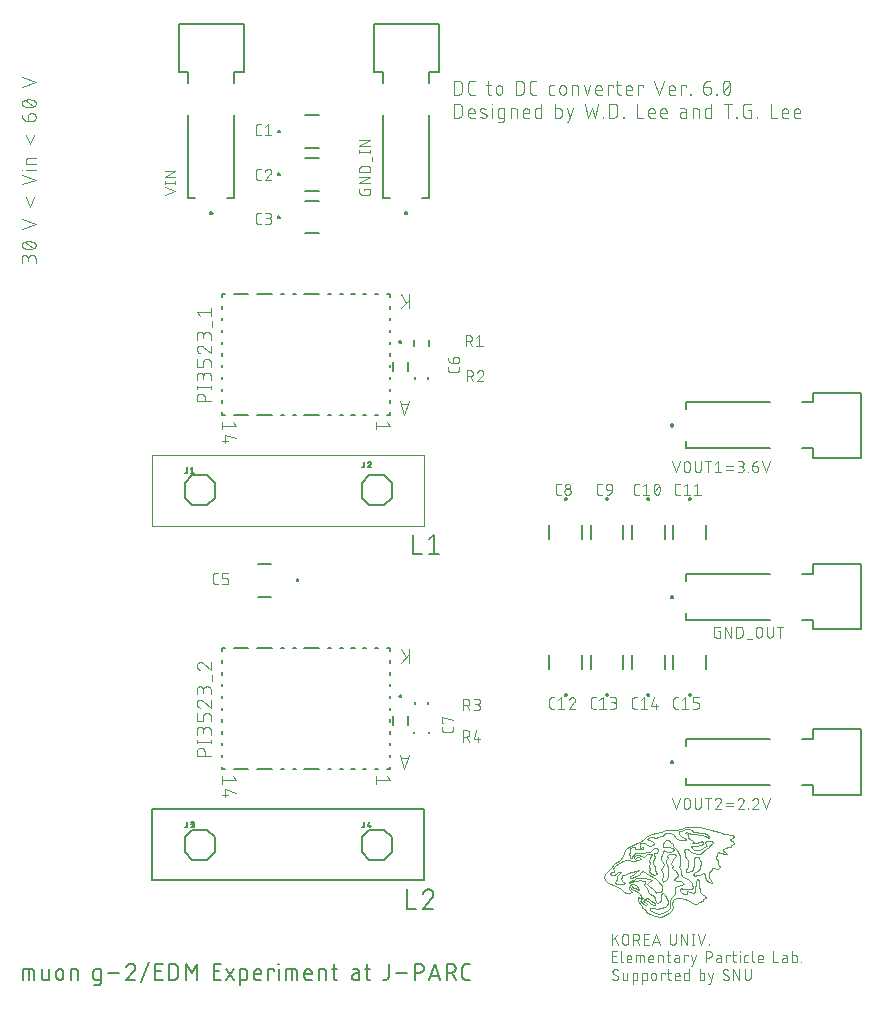
<source format=gbr>
G04 EAGLE Gerber RS-274X export*
G75*
%MOMM*%
%FSLAX34Y34*%
%LPD*%
%INSilkscreen Top*%
%IPPOS*%
%AMOC8*
5,1,8,0,0,1.08239X$1,22.5*%
G01*
%ADD10C,0.100000*%
%ADD11C,0.076200*%
%ADD12C,0.101600*%
%ADD13C,0.152400*%
%ADD14C,0.127000*%
%ADD15C,0.050800*%
%ADD16C,0.200000*%
%ADD17C,0.203200*%


D10*
X606463Y143845D02*
X608763Y143605D01*
X611163Y143255D01*
X612663Y142075D01*
X611263Y140655D01*
X609063Y139825D01*
X610163Y138415D01*
X611863Y137935D01*
X612263Y135925D01*
X610163Y134865D01*
X609563Y133335D01*
X607263Y132855D01*
X605763Y131915D01*
X602863Y131445D01*
X603063Y129905D01*
X604763Y129075D01*
X606463Y127545D01*
X604263Y127185D01*
X602223Y127665D01*
X600483Y128255D01*
X598893Y128845D01*
X597943Y127665D01*
X597783Y126365D01*
X597303Y124945D01*
X597623Y123295D01*
X598573Y121995D01*
X598573Y120215D01*
X598733Y118685D01*
X599683Y117505D01*
X600793Y115845D01*
X599363Y114075D01*
X597143Y114315D01*
X596193Y115615D01*
X594293Y115255D01*
X594293Y113955D01*
X592063Y112895D01*
X591433Y111005D01*
X591273Y109585D01*
X591113Y108175D01*
X591753Y106515D01*
X592863Y104985D01*
X593493Y102735D01*
X591273Y103215D01*
X589843Y104505D01*
X588413Y106045D01*
X587943Y107345D01*
X587783Y108885D01*
X587783Y110065D01*
X586673Y111365D01*
X585243Y109825D01*
X583173Y109705D01*
X581273Y108995D01*
X579513Y108645D01*
X577943Y108995D01*
X578733Y110655D01*
X580793Y112425D01*
X582543Y113845D01*
X583653Y115495D01*
X584133Y116915D01*
X584443Y118445D01*
X584293Y120335D01*
X583493Y121635D01*
X583173Y123175D01*
X583173Y124475D01*
X581433Y124945D01*
X579363Y124705D01*
X578573Y123175D01*
X578733Y121875D01*
X578893Y120215D01*
X578893Y116555D01*
X578093Y115015D01*
X577623Y113845D01*
X575873Y112645D01*
X573973Y111585D01*
X572223Y111835D01*
X572223Y113725D01*
X573023Y115015D01*
X573813Y116425D01*
X573333Y117855D01*
X573333Y119515D01*
X573493Y120815D01*
X573333Y122225D01*
X572053Y123645D01*
X571273Y125065D01*
X571273Y126715D01*
X570793Y128365D01*
X570163Y129905D01*
X570943Y131205D01*
X572863Y130965D01*
X574603Y130145D01*
X576353Y128845D01*
X578893Y128015D01*
X580793Y127305D01*
X583493Y126835D01*
X585083Y127885D01*
X586353Y129305D01*
X587943Y130495D01*
X589213Y131675D01*
X590953Y133215D01*
X592543Y134395D01*
X593493Y135695D01*
X595083Y136635D01*
X593973Y137935D01*
X591113Y138295D01*
X588733Y137935D01*
X588253Y136285D01*
X589363Y134035D01*
X587463Y132975D01*
X585873Y131915D01*
X583973Y130855D01*
X581753Y130145D01*
X578733Y130375D01*
X576673Y131795D01*
X576353Y133685D01*
X578733Y134155D01*
X581433Y134155D01*
X583653Y134635D01*
X585403Y135105D01*
X585873Y136525D01*
X585563Y138055D01*
X583493Y137345D01*
X580323Y136635D01*
X576673Y136525D01*
X578573Y137465D01*
X576833Y139235D01*
X574133Y139945D01*
X573493Y141835D01*
X573333Y144075D01*
X571113Y144555D01*
X572223Y145735D01*
X574603Y145265D01*
X576353Y143965D01*
X578253Y143845D01*
X580483Y143845D01*
X582863Y143375D01*
X585403Y143135D01*
X587943Y142545D01*
X589843Y141365D01*
X591433Y140285D01*
X591753Y141835D01*
X590323Y143015D01*
X588573Y144195D01*
X586983Y144555D01*
X584923Y145145D01*
X582863Y145265D01*
X580953Y145615D01*
X579053Y145735D01*
X577293Y146325D01*
X576673Y147845D01*
X574133Y148095D01*
X570633Y148095D01*
X568413Y146915D01*
X566193Y146205D01*
X566193Y144315D01*
X567303Y142665D01*
X568893Y141835D01*
X571113Y140655D01*
X571903Y139005D01*
X569213Y139235D01*
X566513Y139355D01*
X564293Y140185D01*
X562383Y141715D01*
X561433Y143375D01*
X559053Y144555D01*
X556193Y145025D01*
X554133Y144905D01*
X553653Y143375D01*
X551593Y142665D01*
X550003Y142665D01*
X549053Y141245D01*
X546033Y140655D01*
X543813Y141125D01*
X541273Y141125D01*
X539213Y139945D01*
X540633Y138645D01*
X542863Y138055D01*
X544603Y136405D01*
X543653Y134985D01*
X541593Y134035D01*
X539053Y134865D01*
X536833Y136155D01*
X533023Y136155D01*
X533323Y134275D01*
X533023Y132625D01*
X535243Y132745D01*
X535083Y131555D01*
X532213Y131085D01*
X530633Y130965D01*
X528733Y131315D01*
X528413Y133095D01*
X526673Y132855D01*
X524293Y131915D01*
X524293Y130375D01*
X524443Y128845D01*
X523973Y127075D01*
X524293Y125775D01*
X524293Y123995D01*
X525873Y123525D01*
X526513Y125185D01*
X527463Y126365D01*
X528893Y127665D01*
X531273Y128015D01*
X533653Y128015D01*
X536353Y128365D01*
X539213Y128965D01*
X541433Y129195D01*
X543493Y130735D01*
X545083Y131795D01*
X547303Y132505D01*
X547943Y130855D01*
X546983Y128015D01*
X545083Y127665D01*
X545083Y126365D01*
X545713Y124355D01*
X544443Y122705D01*
X544293Y120815D01*
X543813Y118925D01*
X545083Y117505D01*
X546033Y115965D01*
X545563Y113955D01*
X546353Y112185D01*
X547463Y109825D01*
X544443Y109475D01*
X542703Y110065D01*
X541433Y111365D01*
X540163Y112775D01*
X541753Y114315D01*
X540483Y115965D01*
X540633Y117385D01*
X541433Y119625D01*
X540953Y121405D01*
X541433Y123525D01*
X542543Y125185D01*
X542703Y126955D01*
X538563Y127425D01*
X537143Y125775D01*
X536193Y124475D01*
X534133Y125535D01*
X532383Y126245D01*
X530163Y126245D01*
X528253Y125185D01*
X527463Y123525D01*
X529053Y123175D01*
X530163Y124595D01*
X532213Y124355D01*
X533813Y122815D01*
X531593Y122345D01*
X528253Y121405D01*
X525713Y120925D01*
X524603Y122105D01*
X522853Y122345D01*
X521273Y122345D01*
X518893Y121045D01*
X516983Y119985D01*
X514443Y118925D01*
X512543Y117735D01*
X511113Y115845D01*
X510473Y114545D01*
X511113Y113255D01*
X510633Y111955D01*
X508573Y111955D01*
X507303Y110415D01*
X508883Y109235D01*
X511113Y109355D01*
X512703Y110295D01*
X514133Y111475D01*
X517143Y112185D01*
X516023Y110885D01*
X513813Y108645D01*
X513653Y107105D01*
X513173Y105695D01*
X512383Y104505D01*
X511743Y103325D01*
X512383Y102145D01*
X514293Y101795D01*
X516023Y101555D01*
X518253Y101555D01*
X520323Y102265D01*
X518253Y103095D01*
X516983Y105575D01*
X517463Y107695D01*
X518093Y109115D01*
X520003Y109235D01*
X523023Y110775D01*
X526033Y112065D01*
X529363Y113015D01*
X531753Y113485D01*
X529683Y111475D01*
X527143Y109475D01*
X524763Y108525D01*
X524443Y106875D01*
X526513Y107225D01*
X529843Y108175D01*
X532383Y109585D01*
X533653Y111475D01*
X535243Y112775D01*
X538093Y111125D01*
X540323Y109585D01*
X543653Y107455D01*
X546513Y106045D01*
X548893Y103565D01*
X549683Y102025D01*
X551433Y100495D01*
X551273Y98955D01*
X551903Y96005D01*
X549523Y95065D01*
X547623Y95065D01*
X546353Y93765D01*
X545563Y95765D01*
X544293Y97185D01*
X542863Y98365D01*
X541113Y98835D01*
X538733Y101325D01*
X539523Y102615D01*
X541113Y104155D01*
X543023Y105335D01*
X540323Y106285D01*
X536033Y106395D01*
X533813Y106875D01*
X531753Y107105D01*
X529683Y106395D01*
X527463Y105215D01*
X524443Y104275D01*
X523813Y102855D01*
X526193Y103445D01*
X527943Y104025D01*
X530793Y104395D01*
X532863Y104745D01*
X535243Y104625D01*
X537463Y104505D01*
X537143Y102975D01*
X536513Y101085D01*
X538093Y98835D01*
X539673Y96835D01*
X539673Y95065D01*
X541273Y93645D01*
X542863Y92465D01*
X544763Y91875D01*
X545243Y90095D01*
X545873Y88095D01*
X547303Y85965D01*
X550003Y86555D01*
X550633Y87975D01*
X550793Y89745D01*
X550483Y91875D01*
X550323Y93645D01*
X552703Y93875D01*
X554133Y92225D01*
X554763Y90925D01*
X555563Y89145D01*
X556353Y87145D01*
X556353Y85485D01*
X555403Y83955D01*
X553813Y82185D01*
X550483Y81235D01*
X547303Y80525D01*
X544603Y81475D01*
X541113Y81595D01*
X541593Y79465D01*
X543653Y77925D01*
X546353Y77215D01*
X549213Y76035D01*
X551593Y76985D01*
X554293Y78405D01*
X556353Y79705D01*
X557943Y80995D01*
X558243Y83835D01*
X558093Y87265D01*
X559213Y89985D01*
X560793Y91515D01*
X562543Y93645D01*
X562863Y95875D01*
X562383Y97425D01*
X562543Y99435D01*
X564763Y100135D01*
X567303Y100725D01*
X570003Y101325D01*
X569523Y102975D01*
X567303Y103915D01*
X564443Y104275D01*
X561903Y105215D01*
X562383Y106635D01*
X564293Y107585D01*
X564923Y108995D01*
X564593Y111235D01*
X563653Y113135D01*
X560953Y114075D01*
X560003Y115615D01*
X560793Y117035D01*
X559213Y119035D01*
X559683Y121515D01*
X562063Y123525D01*
X563023Y125655D01*
X562703Y127305D01*
X560483Y127425D01*
X557133Y127185D01*
X556193Y125295D01*
X556673Y123885D01*
X555083Y121875D01*
X555243Y120105D01*
X556023Y117975D01*
X556513Y116085D01*
X556983Y113955D01*
X556673Y111955D01*
X556513Y110065D01*
X556673Y107455D01*
X555243Y104985D01*
X552543Y103675D01*
X551903Y106285D01*
X552223Y108885D01*
X552383Y111365D01*
X550953Y113365D01*
X551753Y115615D01*
X553493Y117855D01*
X552223Y119985D01*
X551113Y121995D01*
X550323Y124945D01*
X551273Y126475D01*
X552223Y128485D01*
X553023Y130615D01*
X555713Y129075D01*
X558413Y128965D01*
X561113Y129785D01*
X561433Y130965D01*
X560163Y132265D01*
X557303Y132855D01*
X554133Y132975D01*
X552063Y132975D01*
X552383Y135225D01*
X553333Y137585D01*
X554923Y138645D01*
X557463Y139005D01*
X557943Y137585D01*
X560483Y135815D01*
X561273Y134155D01*
X562383Y132625D01*
X564293Y130495D01*
X564923Y128725D01*
X566673Y125415D01*
X566833Y122935D01*
X566673Y120335D01*
X566673Y118215D01*
X565563Y116325D01*
X566673Y115015D01*
X567623Y112545D01*
X567463Y110295D01*
X568573Y108175D01*
X571433Y107105D01*
X573653Y106045D01*
X575083Y104395D01*
X576833Y102855D01*
X577293Y101085D01*
X577943Y99435D01*
X577143Y97305D01*
X574443Y97425D01*
X571593Y97545D01*
X569363Y97425D01*
X567463Y98245D01*
X566513Y96955D01*
X567143Y95655D01*
X568573Y93985D01*
X570483Y93285D01*
X572863Y93285D01*
X572383Y94585D01*
X573023Y95875D01*
X575243Y94705D01*
X577943Y93985D01*
X579513Y95175D01*
X579843Y96955D01*
X579683Y99315D01*
X580003Y101085D01*
X580483Y103325D01*
X581113Y105575D01*
X582863Y105215D01*
X582543Y103805D01*
X582543Y101435D01*
X582703Y99545D01*
X583493Y97425D01*
X583813Y94705D01*
X585713Y93055D01*
X587623Y91165D01*
X589213Y89625D01*
X586513Y89035D01*
X586353Y87145D01*
X583023Y86205D01*
X581433Y84775D01*
X578573Y85135D01*
X576353Y86905D01*
X573493Y87975D01*
X570483Y88795D01*
X567303Y89985D01*
X563653Y90215D01*
X560633Y87855D01*
X560323Y85135D01*
X560633Y82185D01*
X560003Y79465D01*
X557623Y77335D01*
X554293Y75565D01*
X550793Y74045D01*
X544923Y74755D01*
X542223Y76155D01*
X539053Y77105D01*
X537943Y78875D01*
X537303Y80405D01*
X534763Y81115D01*
X534763Y83005D01*
X533323Y84775D01*
X532213Y86085D01*
X531103Y87615D01*
X531103Y88915D01*
X531273Y90455D01*
X532863Y89505D01*
X534763Y88915D01*
X533323Y87385D01*
X534763Y86085D01*
X535713Y84775D01*
X538093Y83595D01*
X539053Y84775D01*
X537303Y86085D01*
X535243Y87385D01*
X537143Y87975D01*
X539363Y87615D01*
X540163Y86435D01*
X541753Y85485D01*
X543653Y83835D01*
X545713Y84185D01*
X545713Y85485D01*
X543813Y86315D01*
X542063Y87505D01*
X540783Y88795D01*
X539213Y89865D01*
X537463Y89395D01*
X534763Y90095D01*
X534133Y91285D01*
X532863Y93525D01*
X531433Y94815D01*
X529843Y96005D01*
X527623Y96835D01*
X525243Y97775D01*
X526193Y99905D01*
X526983Y98605D01*
X528733Y98135D01*
X530793Y97185D01*
X532383Y96475D01*
X531103Y98485D01*
X530323Y100025D01*
X528083Y101325D01*
X525403Y101325D01*
X524443Y99905D01*
X523333Y98725D01*
X523653Y97305D01*
X525243Y95765D01*
X526353Y94585D01*
X523493Y94235D01*
X521433Y94235D01*
X519213Y95295D01*
X517783Y96595D01*
X515713Y98135D01*
X513813Y99075D01*
X510793Y100965D01*
X507463Y101795D01*
X505073Y103215D01*
X503173Y105335D01*
X502533Y107805D01*
X503173Y110065D01*
X505073Y112185D01*
X507463Y114195D01*
X508883Y116205D01*
X510153Y117975D01*
X511903Y119745D01*
X514763Y121405D01*
X516513Y123055D01*
X518093Y124945D01*
X519213Y126835D01*
X519363Y128365D01*
X520163Y130615D01*
X521743Y132505D01*
X525713Y134275D01*
X530163Y136155D01*
X533023Y137465D01*
X536033Y139705D01*
X538563Y142545D01*
X542703Y143715D01*
X546193Y145145D01*
X550793Y146085D01*
X554603Y147265D01*
X559683Y147845D01*
X563653Y147745D01*
X567623Y148685D01*
X572223Y149745D01*
X577293Y150225D01*
X582543Y150105D01*
X587463Y149275D01*
X593173Y147625D01*
X596673Y146915D01*
X599683Y145965D01*
X602383Y145145D01*
X604463Y144425D01*
X606463Y143845D01*
D11*
X509314Y59619D02*
X509314Y50381D01*
X509314Y53974D02*
X514446Y59619D01*
X511367Y56026D02*
X514446Y50381D01*
X517884Y52947D02*
X517884Y57053D01*
X517886Y57152D01*
X517892Y57252D01*
X517901Y57351D01*
X517915Y57449D01*
X517932Y57547D01*
X517953Y57645D01*
X517978Y57741D01*
X518007Y57836D01*
X518039Y57931D01*
X518075Y58023D01*
X518114Y58115D01*
X518157Y58205D01*
X518203Y58293D01*
X518253Y58379D01*
X518306Y58463D01*
X518362Y58545D01*
X518422Y58625D01*
X518484Y58702D01*
X518550Y58777D01*
X518618Y58850D01*
X518689Y58919D01*
X518763Y58986D01*
X518839Y59050D01*
X518918Y59111D01*
X518999Y59169D01*
X519082Y59224D01*
X519167Y59275D01*
X519254Y59323D01*
X519343Y59368D01*
X519434Y59409D01*
X519526Y59447D01*
X519619Y59481D01*
X519714Y59511D01*
X519810Y59538D01*
X519907Y59561D01*
X520004Y59580D01*
X520103Y59595D01*
X520202Y59607D01*
X520301Y59615D01*
X520400Y59619D01*
X520500Y59619D01*
X520599Y59615D01*
X520698Y59607D01*
X520797Y59595D01*
X520896Y59580D01*
X520993Y59561D01*
X521090Y59538D01*
X521186Y59511D01*
X521281Y59481D01*
X521374Y59447D01*
X521466Y59409D01*
X521557Y59368D01*
X521646Y59323D01*
X521733Y59275D01*
X521818Y59224D01*
X521901Y59169D01*
X521982Y59111D01*
X522061Y59050D01*
X522137Y58986D01*
X522211Y58919D01*
X522282Y58850D01*
X522350Y58777D01*
X522416Y58702D01*
X522478Y58625D01*
X522538Y58545D01*
X522594Y58463D01*
X522647Y58379D01*
X522697Y58293D01*
X522743Y58205D01*
X522786Y58115D01*
X522825Y58023D01*
X522861Y57931D01*
X522893Y57836D01*
X522922Y57741D01*
X522947Y57645D01*
X522968Y57547D01*
X522985Y57449D01*
X522999Y57351D01*
X523008Y57252D01*
X523014Y57152D01*
X523016Y57053D01*
X523016Y52947D01*
X523014Y52848D01*
X523008Y52748D01*
X522999Y52649D01*
X522985Y52551D01*
X522968Y52453D01*
X522947Y52355D01*
X522922Y52259D01*
X522893Y52164D01*
X522861Y52069D01*
X522825Y51977D01*
X522786Y51885D01*
X522743Y51795D01*
X522697Y51707D01*
X522647Y51621D01*
X522594Y51537D01*
X522538Y51455D01*
X522478Y51375D01*
X522416Y51298D01*
X522350Y51223D01*
X522282Y51150D01*
X522211Y51081D01*
X522137Y51014D01*
X522061Y50950D01*
X521982Y50889D01*
X521901Y50831D01*
X521818Y50776D01*
X521733Y50725D01*
X521646Y50677D01*
X521557Y50632D01*
X521466Y50591D01*
X521374Y50553D01*
X521281Y50519D01*
X521186Y50489D01*
X521090Y50462D01*
X520993Y50439D01*
X520896Y50420D01*
X520797Y50405D01*
X520698Y50393D01*
X520599Y50385D01*
X520500Y50381D01*
X520400Y50381D01*
X520301Y50385D01*
X520202Y50393D01*
X520103Y50405D01*
X520004Y50420D01*
X519907Y50439D01*
X519810Y50462D01*
X519714Y50489D01*
X519619Y50519D01*
X519526Y50553D01*
X519434Y50591D01*
X519343Y50632D01*
X519254Y50677D01*
X519167Y50725D01*
X519082Y50776D01*
X518999Y50831D01*
X518918Y50889D01*
X518839Y50950D01*
X518763Y51014D01*
X518689Y51081D01*
X518618Y51150D01*
X518550Y51223D01*
X518484Y51298D01*
X518422Y51375D01*
X518362Y51455D01*
X518306Y51537D01*
X518253Y51621D01*
X518203Y51707D01*
X518157Y51795D01*
X518114Y51885D01*
X518075Y51977D01*
X518039Y52069D01*
X518007Y52164D01*
X517978Y52259D01*
X517953Y52355D01*
X517932Y52453D01*
X517915Y52551D01*
X517901Y52649D01*
X517892Y52748D01*
X517886Y52848D01*
X517884Y52947D01*
X527241Y50381D02*
X527241Y59619D01*
X529807Y59619D01*
X529906Y59617D01*
X530006Y59611D01*
X530105Y59602D01*
X530203Y59588D01*
X530301Y59571D01*
X530399Y59550D01*
X530495Y59525D01*
X530590Y59496D01*
X530685Y59464D01*
X530777Y59428D01*
X530869Y59389D01*
X530959Y59346D01*
X531047Y59300D01*
X531133Y59250D01*
X531217Y59197D01*
X531299Y59141D01*
X531379Y59081D01*
X531456Y59019D01*
X531531Y58953D01*
X531604Y58885D01*
X531673Y58814D01*
X531740Y58740D01*
X531804Y58664D01*
X531865Y58585D01*
X531923Y58504D01*
X531978Y58421D01*
X532029Y58336D01*
X532077Y58249D01*
X532122Y58160D01*
X532163Y58069D01*
X532201Y57977D01*
X532235Y57884D01*
X532265Y57789D01*
X532292Y57693D01*
X532315Y57596D01*
X532334Y57499D01*
X532349Y57400D01*
X532361Y57301D01*
X532369Y57202D01*
X532373Y57103D01*
X532373Y57003D01*
X532369Y56904D01*
X532361Y56805D01*
X532349Y56706D01*
X532334Y56607D01*
X532315Y56510D01*
X532292Y56413D01*
X532265Y56317D01*
X532235Y56222D01*
X532201Y56129D01*
X532163Y56037D01*
X532122Y55946D01*
X532077Y55857D01*
X532029Y55770D01*
X531978Y55685D01*
X531923Y55602D01*
X531865Y55521D01*
X531804Y55442D01*
X531740Y55366D01*
X531673Y55292D01*
X531604Y55221D01*
X531531Y55153D01*
X531456Y55087D01*
X531379Y55025D01*
X531299Y54965D01*
X531217Y54909D01*
X531133Y54856D01*
X531047Y54806D01*
X530959Y54760D01*
X530869Y54717D01*
X530777Y54678D01*
X530685Y54642D01*
X530590Y54610D01*
X530495Y54581D01*
X530399Y54556D01*
X530301Y54535D01*
X530203Y54518D01*
X530105Y54504D01*
X530006Y54495D01*
X529906Y54489D01*
X529807Y54487D01*
X527241Y54487D01*
X530320Y54487D02*
X532373Y50381D01*
X536501Y50381D02*
X540607Y50381D01*
X536501Y50381D02*
X536501Y59619D01*
X540607Y59619D01*
X539581Y55513D02*
X536501Y55513D01*
X543471Y50381D02*
X546550Y59619D01*
X549629Y50381D01*
X548859Y52691D02*
X544240Y52691D01*
X558084Y52947D02*
X558084Y59619D01*
X558084Y52947D02*
X558086Y52848D01*
X558092Y52748D01*
X558101Y52649D01*
X558115Y52551D01*
X558132Y52453D01*
X558153Y52355D01*
X558178Y52259D01*
X558207Y52164D01*
X558239Y52069D01*
X558275Y51977D01*
X558314Y51885D01*
X558357Y51795D01*
X558403Y51707D01*
X558453Y51621D01*
X558506Y51537D01*
X558562Y51455D01*
X558622Y51375D01*
X558684Y51298D01*
X558750Y51223D01*
X558818Y51150D01*
X558889Y51081D01*
X558963Y51014D01*
X559039Y50950D01*
X559118Y50889D01*
X559199Y50831D01*
X559282Y50776D01*
X559367Y50725D01*
X559454Y50677D01*
X559543Y50632D01*
X559634Y50591D01*
X559726Y50553D01*
X559819Y50519D01*
X559914Y50489D01*
X560010Y50462D01*
X560107Y50439D01*
X560204Y50420D01*
X560303Y50405D01*
X560402Y50393D01*
X560501Y50385D01*
X560600Y50381D01*
X560700Y50381D01*
X560799Y50385D01*
X560898Y50393D01*
X560997Y50405D01*
X561096Y50420D01*
X561193Y50439D01*
X561290Y50462D01*
X561386Y50489D01*
X561481Y50519D01*
X561574Y50553D01*
X561666Y50591D01*
X561757Y50632D01*
X561846Y50677D01*
X561933Y50725D01*
X562018Y50776D01*
X562101Y50831D01*
X562182Y50889D01*
X562261Y50950D01*
X562337Y51014D01*
X562411Y51081D01*
X562482Y51150D01*
X562550Y51223D01*
X562616Y51298D01*
X562678Y51375D01*
X562738Y51455D01*
X562794Y51537D01*
X562847Y51621D01*
X562897Y51707D01*
X562943Y51795D01*
X562986Y51885D01*
X563025Y51977D01*
X563061Y52069D01*
X563093Y52164D01*
X563122Y52259D01*
X563147Y52355D01*
X563168Y52453D01*
X563185Y52551D01*
X563199Y52649D01*
X563208Y52748D01*
X563214Y52848D01*
X563216Y52947D01*
X563216Y59619D01*
X567684Y59619D02*
X567684Y50381D01*
X572816Y50381D02*
X567684Y59619D01*
X572816Y59619D02*
X572816Y50381D01*
X577750Y50381D02*
X577750Y59619D01*
X576723Y50381D02*
X578776Y50381D01*
X578776Y59619D02*
X576723Y59619D01*
X581871Y59619D02*
X584950Y50381D01*
X588029Y59619D01*
X590993Y50894D02*
X590993Y50381D01*
X590993Y50894D02*
X591506Y50894D01*
X591506Y50381D01*
X590993Y50381D01*
X513420Y35381D02*
X509314Y35381D01*
X509314Y44619D01*
X513420Y44619D01*
X512393Y40513D02*
X509314Y40513D01*
X516832Y36921D02*
X516832Y44619D01*
X516832Y36921D02*
X516834Y36845D01*
X516839Y36770D01*
X516849Y36695D01*
X516862Y36621D01*
X516878Y36547D01*
X516898Y36474D01*
X516922Y36402D01*
X516949Y36332D01*
X516980Y36263D01*
X517014Y36195D01*
X517051Y36129D01*
X517092Y36065D01*
X517135Y36004D01*
X517182Y35944D01*
X517231Y35887D01*
X517283Y35832D01*
X517338Y35780D01*
X517395Y35731D01*
X517455Y35684D01*
X517516Y35641D01*
X517580Y35600D01*
X517646Y35563D01*
X517714Y35529D01*
X517783Y35498D01*
X517853Y35471D01*
X517925Y35447D01*
X517998Y35427D01*
X518072Y35411D01*
X518146Y35398D01*
X518221Y35388D01*
X518296Y35383D01*
X518372Y35381D01*
X523050Y35381D02*
X525616Y35381D01*
X523050Y35381D02*
X522974Y35383D01*
X522899Y35388D01*
X522824Y35398D01*
X522750Y35411D01*
X522676Y35427D01*
X522603Y35447D01*
X522531Y35471D01*
X522461Y35498D01*
X522392Y35529D01*
X522324Y35563D01*
X522258Y35600D01*
X522194Y35641D01*
X522133Y35684D01*
X522073Y35731D01*
X522016Y35780D01*
X521961Y35832D01*
X521909Y35887D01*
X521860Y35944D01*
X521813Y36004D01*
X521770Y36065D01*
X521729Y36129D01*
X521692Y36195D01*
X521658Y36263D01*
X521627Y36332D01*
X521600Y36402D01*
X521576Y36474D01*
X521556Y36547D01*
X521540Y36621D01*
X521527Y36695D01*
X521517Y36770D01*
X521512Y36845D01*
X521510Y36921D01*
X521510Y39487D01*
X521512Y39577D01*
X521518Y39666D01*
X521528Y39755D01*
X521541Y39843D01*
X521559Y39931D01*
X521580Y40018D01*
X521605Y40104D01*
X521634Y40189D01*
X521666Y40273D01*
X521702Y40355D01*
X521742Y40435D01*
X521785Y40514D01*
X521832Y40590D01*
X521881Y40665D01*
X521934Y40737D01*
X521990Y40807D01*
X522049Y40874D01*
X522111Y40939D01*
X522176Y41001D01*
X522243Y41060D01*
X522313Y41116D01*
X522385Y41169D01*
X522460Y41218D01*
X522537Y41265D01*
X522615Y41308D01*
X522695Y41348D01*
X522777Y41384D01*
X522861Y41416D01*
X522946Y41445D01*
X523032Y41470D01*
X523119Y41491D01*
X523207Y41509D01*
X523295Y41522D01*
X523384Y41532D01*
X523473Y41538D01*
X523563Y41540D01*
X523653Y41538D01*
X523742Y41532D01*
X523831Y41522D01*
X523919Y41509D01*
X524007Y41491D01*
X524094Y41470D01*
X524180Y41445D01*
X524265Y41416D01*
X524349Y41384D01*
X524431Y41348D01*
X524511Y41308D01*
X524590Y41265D01*
X524666Y41218D01*
X524741Y41169D01*
X524813Y41116D01*
X524883Y41060D01*
X524950Y41001D01*
X525015Y40939D01*
X525077Y40874D01*
X525136Y40807D01*
X525192Y40737D01*
X525245Y40665D01*
X525294Y40590D01*
X525341Y40514D01*
X525384Y40435D01*
X525424Y40355D01*
X525460Y40273D01*
X525492Y40189D01*
X525521Y40104D01*
X525546Y40018D01*
X525567Y39931D01*
X525585Y39843D01*
X525598Y39755D01*
X525608Y39666D01*
X525614Y39577D01*
X525616Y39487D01*
X525616Y38460D01*
X521510Y38460D01*
X529784Y35381D02*
X529784Y41540D01*
X534403Y41540D01*
X534479Y41538D01*
X534554Y41533D01*
X534629Y41523D01*
X534703Y41510D01*
X534777Y41494D01*
X534850Y41474D01*
X534922Y41450D01*
X534992Y41423D01*
X535061Y41392D01*
X535129Y41358D01*
X535195Y41321D01*
X535259Y41280D01*
X535320Y41237D01*
X535380Y41190D01*
X535437Y41141D01*
X535492Y41089D01*
X535544Y41034D01*
X535593Y40977D01*
X535640Y40917D01*
X535683Y40856D01*
X535724Y40792D01*
X535761Y40726D01*
X535795Y40658D01*
X535826Y40589D01*
X535853Y40519D01*
X535877Y40447D01*
X535897Y40374D01*
X535913Y40300D01*
X535926Y40226D01*
X535936Y40151D01*
X535941Y40076D01*
X535943Y40000D01*
X535942Y40000D02*
X535942Y35381D01*
X532863Y35381D02*
X532863Y41540D01*
X541650Y35381D02*
X544216Y35381D01*
X541650Y35381D02*
X541574Y35383D01*
X541499Y35388D01*
X541424Y35398D01*
X541350Y35411D01*
X541276Y35427D01*
X541203Y35447D01*
X541131Y35471D01*
X541061Y35498D01*
X540992Y35529D01*
X540924Y35563D01*
X540858Y35600D01*
X540794Y35641D01*
X540733Y35684D01*
X540673Y35731D01*
X540616Y35780D01*
X540561Y35832D01*
X540509Y35887D01*
X540460Y35944D01*
X540413Y36004D01*
X540370Y36065D01*
X540329Y36129D01*
X540292Y36195D01*
X540258Y36263D01*
X540227Y36332D01*
X540200Y36402D01*
X540176Y36474D01*
X540156Y36547D01*
X540140Y36621D01*
X540127Y36695D01*
X540117Y36770D01*
X540112Y36845D01*
X540110Y36921D01*
X540110Y39487D01*
X540112Y39577D01*
X540118Y39666D01*
X540128Y39755D01*
X540141Y39843D01*
X540159Y39931D01*
X540180Y40018D01*
X540205Y40104D01*
X540234Y40189D01*
X540266Y40273D01*
X540302Y40355D01*
X540342Y40435D01*
X540385Y40514D01*
X540432Y40590D01*
X540481Y40665D01*
X540534Y40737D01*
X540590Y40807D01*
X540649Y40874D01*
X540711Y40939D01*
X540776Y41001D01*
X540843Y41060D01*
X540913Y41116D01*
X540985Y41169D01*
X541060Y41218D01*
X541137Y41265D01*
X541215Y41308D01*
X541295Y41348D01*
X541377Y41384D01*
X541461Y41416D01*
X541546Y41445D01*
X541632Y41470D01*
X541719Y41491D01*
X541807Y41509D01*
X541895Y41522D01*
X541984Y41532D01*
X542073Y41538D01*
X542163Y41540D01*
X542253Y41538D01*
X542342Y41532D01*
X542431Y41522D01*
X542519Y41509D01*
X542607Y41491D01*
X542694Y41470D01*
X542780Y41445D01*
X542865Y41416D01*
X542949Y41384D01*
X543031Y41348D01*
X543111Y41308D01*
X543190Y41265D01*
X543266Y41218D01*
X543341Y41169D01*
X543413Y41116D01*
X543483Y41060D01*
X543550Y41001D01*
X543615Y40939D01*
X543677Y40874D01*
X543736Y40807D01*
X543792Y40737D01*
X543845Y40665D01*
X543894Y40590D01*
X543941Y40514D01*
X543984Y40435D01*
X544024Y40355D01*
X544060Y40273D01*
X544092Y40189D01*
X544121Y40104D01*
X544146Y40018D01*
X544167Y39931D01*
X544185Y39843D01*
X544198Y39755D01*
X544208Y39666D01*
X544214Y39577D01*
X544216Y39487D01*
X544216Y38460D01*
X540110Y38460D01*
X548210Y35381D02*
X548210Y41540D01*
X550776Y41540D01*
X550852Y41538D01*
X550927Y41533D01*
X551002Y41523D01*
X551076Y41510D01*
X551150Y41494D01*
X551223Y41474D01*
X551295Y41450D01*
X551365Y41423D01*
X551434Y41392D01*
X551502Y41358D01*
X551568Y41321D01*
X551632Y41280D01*
X551693Y41237D01*
X551753Y41190D01*
X551810Y41141D01*
X551865Y41089D01*
X551917Y41034D01*
X551966Y40977D01*
X552013Y40917D01*
X552056Y40856D01*
X552097Y40792D01*
X552134Y40726D01*
X552168Y40658D01*
X552199Y40589D01*
X552226Y40519D01*
X552250Y40447D01*
X552270Y40374D01*
X552286Y40300D01*
X552299Y40226D01*
X552309Y40151D01*
X552314Y40076D01*
X552316Y40000D01*
X552316Y35381D01*
X555552Y41540D02*
X558631Y41540D01*
X556579Y44619D02*
X556579Y36921D01*
X556578Y36921D02*
X556580Y36845D01*
X556585Y36770D01*
X556595Y36695D01*
X556608Y36621D01*
X556624Y36547D01*
X556644Y36474D01*
X556668Y36402D01*
X556695Y36332D01*
X556726Y36263D01*
X556760Y36195D01*
X556797Y36129D01*
X556838Y36065D01*
X556881Y36004D01*
X556928Y35944D01*
X556977Y35887D01*
X557029Y35832D01*
X557084Y35780D01*
X557141Y35731D01*
X557201Y35684D01*
X557262Y35641D01*
X557326Y35600D01*
X557392Y35563D01*
X557460Y35529D01*
X557529Y35498D01*
X557599Y35471D01*
X557671Y35447D01*
X557744Y35427D01*
X557818Y35411D01*
X557892Y35398D01*
X557967Y35388D01*
X558042Y35383D01*
X558118Y35381D01*
X558631Y35381D01*
X563761Y38974D02*
X566070Y38974D01*
X563761Y38973D02*
X563678Y38971D01*
X563595Y38965D01*
X563513Y38956D01*
X563431Y38942D01*
X563350Y38925D01*
X563270Y38904D01*
X563190Y38880D01*
X563112Y38852D01*
X563036Y38820D01*
X562960Y38785D01*
X562887Y38746D01*
X562816Y38704D01*
X562746Y38659D01*
X562679Y38610D01*
X562614Y38559D01*
X562551Y38504D01*
X562491Y38447D01*
X562434Y38387D01*
X562379Y38324D01*
X562328Y38259D01*
X562279Y38192D01*
X562234Y38122D01*
X562192Y38051D01*
X562153Y37978D01*
X562118Y37902D01*
X562086Y37826D01*
X562058Y37748D01*
X562034Y37668D01*
X562013Y37588D01*
X561996Y37507D01*
X561982Y37425D01*
X561973Y37343D01*
X561967Y37260D01*
X561965Y37177D01*
X561967Y37094D01*
X561973Y37011D01*
X561982Y36929D01*
X561996Y36847D01*
X562013Y36766D01*
X562034Y36686D01*
X562058Y36606D01*
X562086Y36528D01*
X562118Y36452D01*
X562153Y36376D01*
X562192Y36303D01*
X562234Y36232D01*
X562279Y36162D01*
X562328Y36095D01*
X562379Y36030D01*
X562434Y35967D01*
X562491Y35907D01*
X562551Y35850D01*
X562614Y35795D01*
X562679Y35744D01*
X562746Y35695D01*
X562816Y35650D01*
X562887Y35608D01*
X562960Y35569D01*
X563036Y35534D01*
X563112Y35502D01*
X563190Y35474D01*
X563270Y35450D01*
X563350Y35429D01*
X563431Y35412D01*
X563513Y35398D01*
X563595Y35389D01*
X563678Y35383D01*
X563761Y35381D01*
X566070Y35381D01*
X566070Y40000D01*
X566071Y40000D02*
X566069Y40076D01*
X566064Y40151D01*
X566054Y40226D01*
X566041Y40300D01*
X566025Y40374D01*
X566005Y40447D01*
X565981Y40519D01*
X565954Y40589D01*
X565923Y40658D01*
X565889Y40726D01*
X565852Y40792D01*
X565811Y40856D01*
X565768Y40917D01*
X565721Y40977D01*
X565672Y41034D01*
X565620Y41089D01*
X565565Y41141D01*
X565508Y41190D01*
X565448Y41237D01*
X565387Y41280D01*
X565323Y41321D01*
X565257Y41358D01*
X565189Y41392D01*
X565120Y41423D01*
X565050Y41450D01*
X564978Y41474D01*
X564905Y41494D01*
X564831Y41510D01*
X564757Y41523D01*
X564682Y41533D01*
X564607Y41538D01*
X564531Y41540D01*
X562478Y41540D01*
X570461Y41540D02*
X570461Y35381D01*
X570461Y41540D02*
X573540Y41540D01*
X573540Y40513D01*
X576110Y32302D02*
X577136Y32302D01*
X580216Y41540D01*
X576110Y41540D02*
X578163Y35381D01*
X588927Y35381D02*
X588927Y44619D01*
X591493Y44619D01*
X591592Y44617D01*
X591692Y44611D01*
X591791Y44602D01*
X591889Y44588D01*
X591987Y44571D01*
X592085Y44550D01*
X592181Y44525D01*
X592276Y44496D01*
X592371Y44464D01*
X592463Y44428D01*
X592555Y44389D01*
X592645Y44346D01*
X592733Y44300D01*
X592819Y44250D01*
X592903Y44197D01*
X592985Y44141D01*
X593065Y44081D01*
X593142Y44019D01*
X593217Y43953D01*
X593290Y43885D01*
X593359Y43814D01*
X593426Y43740D01*
X593490Y43664D01*
X593551Y43585D01*
X593609Y43504D01*
X593664Y43421D01*
X593715Y43336D01*
X593763Y43249D01*
X593808Y43160D01*
X593849Y43069D01*
X593887Y42977D01*
X593921Y42884D01*
X593951Y42789D01*
X593978Y42693D01*
X594001Y42596D01*
X594020Y42499D01*
X594035Y42400D01*
X594047Y42301D01*
X594055Y42202D01*
X594059Y42103D01*
X594059Y42003D01*
X594055Y41904D01*
X594047Y41805D01*
X594035Y41706D01*
X594020Y41607D01*
X594001Y41510D01*
X593978Y41413D01*
X593951Y41317D01*
X593921Y41222D01*
X593887Y41129D01*
X593849Y41037D01*
X593808Y40946D01*
X593763Y40857D01*
X593715Y40770D01*
X593664Y40685D01*
X593609Y40602D01*
X593551Y40521D01*
X593490Y40442D01*
X593426Y40366D01*
X593359Y40292D01*
X593290Y40221D01*
X593217Y40153D01*
X593142Y40087D01*
X593065Y40025D01*
X592985Y39965D01*
X592903Y39909D01*
X592819Y39856D01*
X592733Y39806D01*
X592645Y39760D01*
X592555Y39717D01*
X592463Y39678D01*
X592371Y39642D01*
X592276Y39610D01*
X592181Y39581D01*
X592085Y39556D01*
X591987Y39535D01*
X591889Y39518D01*
X591791Y39504D01*
X591692Y39495D01*
X591592Y39489D01*
X591493Y39487D01*
X588927Y39487D01*
X599161Y38974D02*
X601470Y38974D01*
X599161Y38973D02*
X599078Y38971D01*
X598995Y38965D01*
X598913Y38956D01*
X598831Y38942D01*
X598750Y38925D01*
X598670Y38904D01*
X598590Y38880D01*
X598512Y38852D01*
X598436Y38820D01*
X598360Y38785D01*
X598287Y38746D01*
X598216Y38704D01*
X598146Y38659D01*
X598079Y38610D01*
X598014Y38559D01*
X597951Y38504D01*
X597891Y38447D01*
X597834Y38387D01*
X597779Y38324D01*
X597728Y38259D01*
X597679Y38192D01*
X597634Y38122D01*
X597592Y38051D01*
X597553Y37978D01*
X597518Y37902D01*
X597486Y37826D01*
X597458Y37748D01*
X597434Y37668D01*
X597413Y37588D01*
X597396Y37507D01*
X597382Y37425D01*
X597373Y37343D01*
X597367Y37260D01*
X597365Y37177D01*
X597367Y37094D01*
X597373Y37011D01*
X597382Y36929D01*
X597396Y36847D01*
X597413Y36766D01*
X597434Y36686D01*
X597458Y36606D01*
X597486Y36528D01*
X597518Y36452D01*
X597553Y36376D01*
X597592Y36303D01*
X597634Y36232D01*
X597679Y36162D01*
X597728Y36095D01*
X597779Y36030D01*
X597834Y35967D01*
X597891Y35907D01*
X597951Y35850D01*
X598014Y35795D01*
X598079Y35744D01*
X598146Y35695D01*
X598216Y35650D01*
X598287Y35608D01*
X598360Y35569D01*
X598436Y35534D01*
X598512Y35502D01*
X598590Y35474D01*
X598670Y35450D01*
X598750Y35429D01*
X598831Y35412D01*
X598913Y35398D01*
X598995Y35389D01*
X599078Y35383D01*
X599161Y35381D01*
X601470Y35381D01*
X601470Y40000D01*
X601471Y40000D02*
X601469Y40076D01*
X601464Y40151D01*
X601454Y40226D01*
X601441Y40300D01*
X601425Y40374D01*
X601405Y40447D01*
X601381Y40519D01*
X601354Y40589D01*
X601323Y40658D01*
X601289Y40726D01*
X601252Y40792D01*
X601211Y40856D01*
X601168Y40917D01*
X601121Y40977D01*
X601072Y41034D01*
X601020Y41089D01*
X600965Y41141D01*
X600908Y41190D01*
X600848Y41237D01*
X600787Y41280D01*
X600723Y41321D01*
X600657Y41358D01*
X600589Y41392D01*
X600520Y41423D01*
X600450Y41450D01*
X600378Y41474D01*
X600305Y41494D01*
X600231Y41510D01*
X600157Y41523D01*
X600082Y41533D01*
X600007Y41538D01*
X599931Y41540D01*
X597878Y41540D01*
X605861Y41540D02*
X605861Y35381D01*
X605861Y41540D02*
X608940Y41540D01*
X608940Y40513D01*
X611052Y41540D02*
X614131Y41540D01*
X612078Y44619D02*
X612078Y36921D01*
X612080Y36845D01*
X612085Y36770D01*
X612095Y36695D01*
X612108Y36621D01*
X612124Y36547D01*
X612144Y36474D01*
X612168Y36402D01*
X612195Y36332D01*
X612226Y36263D01*
X612260Y36195D01*
X612297Y36129D01*
X612338Y36065D01*
X612381Y36004D01*
X612428Y35944D01*
X612477Y35887D01*
X612529Y35832D01*
X612584Y35780D01*
X612641Y35731D01*
X612701Y35684D01*
X612762Y35641D01*
X612826Y35600D01*
X612892Y35563D01*
X612960Y35529D01*
X613029Y35498D01*
X613099Y35471D01*
X613171Y35447D01*
X613244Y35427D01*
X613318Y35411D01*
X613392Y35398D01*
X613467Y35388D01*
X613542Y35383D01*
X613618Y35381D01*
X614131Y35381D01*
X617463Y35381D02*
X617463Y41540D01*
X617206Y44106D02*
X617206Y44619D01*
X617719Y44619D01*
X617719Y44106D01*
X617206Y44106D01*
X622660Y35381D02*
X624712Y35381D01*
X622660Y35381D02*
X622584Y35383D01*
X622509Y35388D01*
X622434Y35398D01*
X622360Y35411D01*
X622286Y35427D01*
X622213Y35447D01*
X622141Y35471D01*
X622071Y35498D01*
X622002Y35529D01*
X621934Y35563D01*
X621868Y35600D01*
X621804Y35641D01*
X621743Y35684D01*
X621683Y35731D01*
X621626Y35780D01*
X621571Y35832D01*
X621519Y35887D01*
X621470Y35944D01*
X621423Y36004D01*
X621380Y36065D01*
X621339Y36129D01*
X621302Y36195D01*
X621268Y36263D01*
X621237Y36332D01*
X621210Y36402D01*
X621186Y36474D01*
X621166Y36547D01*
X621150Y36621D01*
X621137Y36695D01*
X621127Y36770D01*
X621122Y36845D01*
X621120Y36921D01*
X621120Y40000D01*
X621122Y40076D01*
X621127Y40151D01*
X621137Y40226D01*
X621150Y40300D01*
X621166Y40374D01*
X621186Y40447D01*
X621210Y40519D01*
X621237Y40589D01*
X621268Y40658D01*
X621302Y40726D01*
X621339Y40792D01*
X621380Y40856D01*
X621423Y40917D01*
X621470Y40977D01*
X621519Y41034D01*
X621571Y41089D01*
X621626Y41141D01*
X621683Y41190D01*
X621743Y41237D01*
X621804Y41280D01*
X621868Y41321D01*
X621934Y41358D01*
X622002Y41392D01*
X622071Y41423D01*
X622141Y41450D01*
X622213Y41474D01*
X622286Y41494D01*
X622360Y41510D01*
X622434Y41523D01*
X622509Y41533D01*
X622584Y41538D01*
X622660Y41540D01*
X624712Y41540D01*
X628132Y44619D02*
X628132Y36921D01*
X628131Y36921D02*
X628133Y36845D01*
X628138Y36770D01*
X628148Y36695D01*
X628161Y36621D01*
X628177Y36547D01*
X628197Y36474D01*
X628221Y36402D01*
X628248Y36332D01*
X628279Y36263D01*
X628313Y36195D01*
X628350Y36129D01*
X628391Y36065D01*
X628434Y36004D01*
X628481Y35944D01*
X628530Y35887D01*
X628582Y35832D01*
X628637Y35780D01*
X628694Y35731D01*
X628754Y35684D01*
X628815Y35641D01*
X628879Y35600D01*
X628945Y35563D01*
X629013Y35529D01*
X629082Y35498D01*
X629152Y35471D01*
X629224Y35447D01*
X629297Y35427D01*
X629371Y35411D01*
X629445Y35398D01*
X629520Y35388D01*
X629595Y35383D01*
X629671Y35381D01*
X634349Y35381D02*
X636915Y35381D01*
X634349Y35381D02*
X634273Y35383D01*
X634198Y35388D01*
X634123Y35398D01*
X634049Y35411D01*
X633975Y35427D01*
X633902Y35447D01*
X633830Y35471D01*
X633760Y35498D01*
X633691Y35529D01*
X633623Y35563D01*
X633557Y35600D01*
X633493Y35641D01*
X633432Y35684D01*
X633372Y35731D01*
X633315Y35780D01*
X633260Y35832D01*
X633208Y35887D01*
X633159Y35944D01*
X633112Y36004D01*
X633069Y36065D01*
X633028Y36129D01*
X632991Y36195D01*
X632957Y36263D01*
X632926Y36332D01*
X632899Y36402D01*
X632875Y36474D01*
X632855Y36547D01*
X632839Y36621D01*
X632826Y36695D01*
X632816Y36770D01*
X632811Y36845D01*
X632809Y36921D01*
X632810Y36921D02*
X632810Y39487D01*
X632812Y39577D01*
X632818Y39666D01*
X632828Y39755D01*
X632841Y39843D01*
X632859Y39931D01*
X632880Y40018D01*
X632905Y40104D01*
X632934Y40189D01*
X632966Y40273D01*
X633002Y40355D01*
X633042Y40435D01*
X633085Y40514D01*
X633132Y40590D01*
X633181Y40665D01*
X633234Y40737D01*
X633290Y40807D01*
X633349Y40874D01*
X633411Y40939D01*
X633476Y41001D01*
X633543Y41060D01*
X633613Y41116D01*
X633685Y41169D01*
X633760Y41218D01*
X633837Y41265D01*
X633915Y41308D01*
X633995Y41348D01*
X634077Y41384D01*
X634161Y41416D01*
X634246Y41445D01*
X634332Y41470D01*
X634419Y41491D01*
X634507Y41509D01*
X634595Y41522D01*
X634684Y41532D01*
X634773Y41538D01*
X634863Y41540D01*
X634953Y41538D01*
X635042Y41532D01*
X635131Y41522D01*
X635219Y41509D01*
X635307Y41491D01*
X635394Y41470D01*
X635480Y41445D01*
X635565Y41416D01*
X635649Y41384D01*
X635731Y41348D01*
X635811Y41308D01*
X635890Y41265D01*
X635966Y41218D01*
X636041Y41169D01*
X636113Y41116D01*
X636183Y41060D01*
X636250Y41001D01*
X636315Y40939D01*
X636377Y40874D01*
X636436Y40807D01*
X636492Y40737D01*
X636545Y40665D01*
X636594Y40590D01*
X636641Y40514D01*
X636684Y40435D01*
X636724Y40355D01*
X636760Y40273D01*
X636792Y40189D01*
X636821Y40104D01*
X636846Y40018D01*
X636867Y39931D01*
X636885Y39843D01*
X636898Y39755D01*
X636908Y39666D01*
X636914Y39577D01*
X636916Y39487D01*
X636915Y39487D02*
X636915Y38460D01*
X632810Y38460D01*
X645814Y35381D02*
X645814Y44619D01*
X645814Y35381D02*
X649920Y35381D01*
X654961Y38974D02*
X657270Y38974D01*
X654961Y38973D02*
X654878Y38971D01*
X654795Y38965D01*
X654713Y38956D01*
X654631Y38942D01*
X654550Y38925D01*
X654470Y38904D01*
X654390Y38880D01*
X654312Y38852D01*
X654236Y38820D01*
X654160Y38785D01*
X654087Y38746D01*
X654016Y38704D01*
X653946Y38659D01*
X653879Y38610D01*
X653814Y38559D01*
X653751Y38504D01*
X653691Y38447D01*
X653634Y38387D01*
X653579Y38324D01*
X653528Y38259D01*
X653479Y38192D01*
X653434Y38122D01*
X653392Y38051D01*
X653353Y37978D01*
X653318Y37902D01*
X653286Y37826D01*
X653258Y37748D01*
X653234Y37668D01*
X653213Y37588D01*
X653196Y37507D01*
X653182Y37425D01*
X653173Y37343D01*
X653167Y37260D01*
X653165Y37177D01*
X653167Y37094D01*
X653173Y37011D01*
X653182Y36929D01*
X653196Y36847D01*
X653213Y36766D01*
X653234Y36686D01*
X653258Y36606D01*
X653286Y36528D01*
X653318Y36452D01*
X653353Y36376D01*
X653392Y36303D01*
X653434Y36232D01*
X653479Y36162D01*
X653528Y36095D01*
X653579Y36030D01*
X653634Y35967D01*
X653691Y35907D01*
X653751Y35850D01*
X653814Y35795D01*
X653879Y35744D01*
X653946Y35695D01*
X654016Y35650D01*
X654087Y35608D01*
X654160Y35569D01*
X654236Y35534D01*
X654312Y35502D01*
X654390Y35474D01*
X654470Y35450D01*
X654550Y35429D01*
X654631Y35412D01*
X654713Y35398D01*
X654795Y35389D01*
X654878Y35383D01*
X654961Y35381D01*
X657270Y35381D01*
X657270Y40000D01*
X657268Y40076D01*
X657263Y40151D01*
X657253Y40226D01*
X657240Y40300D01*
X657224Y40374D01*
X657204Y40447D01*
X657180Y40519D01*
X657153Y40589D01*
X657122Y40658D01*
X657088Y40726D01*
X657051Y40792D01*
X657010Y40856D01*
X656967Y40917D01*
X656920Y40977D01*
X656871Y41034D01*
X656819Y41089D01*
X656764Y41141D01*
X656707Y41190D01*
X656647Y41237D01*
X656586Y41280D01*
X656522Y41321D01*
X656456Y41358D01*
X656388Y41392D01*
X656319Y41423D01*
X656249Y41450D01*
X656177Y41474D01*
X656104Y41494D01*
X656030Y41510D01*
X655956Y41523D01*
X655881Y41533D01*
X655806Y41538D01*
X655730Y41540D01*
X653678Y41540D01*
X661655Y44619D02*
X661655Y35381D01*
X664221Y35381D01*
X664297Y35383D01*
X664372Y35388D01*
X664447Y35398D01*
X664521Y35411D01*
X664595Y35427D01*
X664668Y35447D01*
X664740Y35471D01*
X664810Y35498D01*
X664879Y35529D01*
X664947Y35563D01*
X665013Y35600D01*
X665077Y35641D01*
X665138Y35684D01*
X665198Y35731D01*
X665255Y35780D01*
X665310Y35832D01*
X665362Y35887D01*
X665411Y35944D01*
X665458Y36004D01*
X665501Y36065D01*
X665542Y36129D01*
X665579Y36195D01*
X665613Y36263D01*
X665644Y36332D01*
X665671Y36402D01*
X665695Y36474D01*
X665715Y36547D01*
X665731Y36621D01*
X665744Y36695D01*
X665754Y36770D01*
X665759Y36845D01*
X665761Y36921D01*
X665761Y40000D01*
X665759Y40076D01*
X665754Y40151D01*
X665744Y40226D01*
X665731Y40300D01*
X665715Y40374D01*
X665695Y40447D01*
X665671Y40519D01*
X665644Y40589D01*
X665613Y40658D01*
X665579Y40726D01*
X665542Y40792D01*
X665501Y40856D01*
X665458Y40917D01*
X665411Y40977D01*
X665362Y41034D01*
X665310Y41089D01*
X665255Y41141D01*
X665198Y41190D01*
X665138Y41237D01*
X665077Y41280D01*
X665013Y41321D01*
X664947Y41358D01*
X664879Y41392D01*
X664810Y41423D01*
X664740Y41450D01*
X664668Y41474D01*
X664595Y41494D01*
X664521Y41510D01*
X664447Y41523D01*
X664372Y41533D01*
X664297Y41538D01*
X664221Y41540D01*
X661655Y41540D01*
X669106Y35894D02*
X669106Y35381D01*
X669106Y35894D02*
X669619Y35894D01*
X669619Y35381D01*
X669106Y35381D01*
X514446Y22434D02*
X514444Y22344D01*
X514438Y22255D01*
X514428Y22166D01*
X514415Y22078D01*
X514397Y21990D01*
X514376Y21903D01*
X514351Y21817D01*
X514322Y21732D01*
X514290Y21648D01*
X514254Y21566D01*
X514214Y21486D01*
X514171Y21407D01*
X514124Y21331D01*
X514075Y21256D01*
X514022Y21184D01*
X513966Y21114D01*
X513907Y21047D01*
X513845Y20982D01*
X513780Y20920D01*
X513713Y20861D01*
X513643Y20805D01*
X513571Y20752D01*
X513496Y20703D01*
X513420Y20656D01*
X513341Y20613D01*
X513261Y20573D01*
X513179Y20537D01*
X513095Y20505D01*
X513010Y20476D01*
X512924Y20451D01*
X512837Y20430D01*
X512749Y20412D01*
X512661Y20399D01*
X512572Y20389D01*
X512483Y20383D01*
X512393Y20381D01*
X512266Y20383D01*
X512139Y20388D01*
X512013Y20398D01*
X511887Y20411D01*
X511761Y20427D01*
X511636Y20448D01*
X511511Y20472D01*
X511388Y20499D01*
X511265Y20530D01*
X511143Y20565D01*
X511022Y20603D01*
X510902Y20645D01*
X510784Y20691D01*
X510667Y20739D01*
X510551Y20792D01*
X510437Y20847D01*
X510325Y20906D01*
X510214Y20968D01*
X510105Y21033D01*
X509999Y21102D01*
X509894Y21173D01*
X509791Y21248D01*
X509691Y21326D01*
X509593Y21406D01*
X509497Y21489D01*
X509404Y21575D01*
X509313Y21664D01*
X509571Y27566D02*
X509573Y27656D01*
X509579Y27745D01*
X509589Y27834D01*
X509602Y27923D01*
X509620Y28010D01*
X509641Y28097D01*
X509666Y28183D01*
X509695Y28268D01*
X509727Y28352D01*
X509763Y28434D01*
X509803Y28514D01*
X509846Y28593D01*
X509893Y28669D01*
X509942Y28744D01*
X509995Y28816D01*
X510051Y28886D01*
X510110Y28953D01*
X510172Y29018D01*
X510237Y29080D01*
X510304Y29139D01*
X510374Y29195D01*
X510446Y29248D01*
X510521Y29297D01*
X510598Y29344D01*
X510676Y29387D01*
X510756Y29427D01*
X510838Y29463D01*
X510922Y29495D01*
X511007Y29524D01*
X511093Y29549D01*
X511180Y29570D01*
X511268Y29588D01*
X511356Y29601D01*
X511445Y29611D01*
X511534Y29617D01*
X511624Y29619D01*
X511748Y29617D01*
X511872Y29611D01*
X511995Y29601D01*
X512118Y29587D01*
X512241Y29569D01*
X512362Y29547D01*
X512484Y29522D01*
X512604Y29492D01*
X512723Y29459D01*
X512841Y29421D01*
X512958Y29380D01*
X513073Y29336D01*
X513187Y29287D01*
X513300Y29235D01*
X513410Y29179D01*
X513519Y29120D01*
X513626Y29057D01*
X513731Y28991D01*
X513833Y28922D01*
X513933Y28849D01*
X510597Y25770D02*
X510521Y25817D01*
X510446Y25868D01*
X510374Y25922D01*
X510304Y25979D01*
X510237Y26039D01*
X510172Y26102D01*
X510110Y26167D01*
X510051Y26235D01*
X509995Y26306D01*
X509942Y26379D01*
X509892Y26454D01*
X509846Y26532D01*
X509803Y26611D01*
X509763Y26692D01*
X509727Y26775D01*
X509695Y26859D01*
X509666Y26944D01*
X509641Y27031D01*
X509620Y27119D01*
X509602Y27207D01*
X509589Y27296D01*
X509579Y27386D01*
X509573Y27476D01*
X509571Y27566D01*
X513419Y24230D02*
X513496Y24183D01*
X513571Y24132D01*
X513643Y24078D01*
X513713Y24021D01*
X513780Y23961D01*
X513845Y23898D01*
X513907Y23833D01*
X513966Y23765D01*
X514022Y23694D01*
X514075Y23621D01*
X514125Y23546D01*
X514171Y23468D01*
X514214Y23389D01*
X514254Y23308D01*
X514290Y23225D01*
X514322Y23141D01*
X514351Y23056D01*
X514376Y22969D01*
X514397Y22882D01*
X514415Y22793D01*
X514428Y22704D01*
X514438Y22614D01*
X514444Y22524D01*
X514446Y22434D01*
X513420Y24230D02*
X510597Y25770D01*
X518227Y26540D02*
X518227Y21921D01*
X518229Y21845D01*
X518234Y21770D01*
X518244Y21695D01*
X518257Y21621D01*
X518273Y21547D01*
X518293Y21474D01*
X518317Y21402D01*
X518344Y21332D01*
X518375Y21263D01*
X518409Y21195D01*
X518446Y21129D01*
X518487Y21065D01*
X518530Y21004D01*
X518577Y20944D01*
X518626Y20887D01*
X518678Y20832D01*
X518733Y20780D01*
X518790Y20731D01*
X518850Y20684D01*
X518911Y20641D01*
X518975Y20600D01*
X519041Y20563D01*
X519109Y20529D01*
X519178Y20498D01*
X519248Y20471D01*
X519320Y20447D01*
X519393Y20427D01*
X519467Y20411D01*
X519541Y20398D01*
X519616Y20388D01*
X519691Y20383D01*
X519767Y20381D01*
X522333Y20381D01*
X522333Y26540D01*
X526673Y26540D02*
X526673Y17302D01*
X526673Y26540D02*
X529239Y26540D01*
X529315Y26538D01*
X529390Y26533D01*
X529465Y26523D01*
X529539Y26510D01*
X529613Y26494D01*
X529686Y26474D01*
X529758Y26450D01*
X529828Y26423D01*
X529897Y26392D01*
X529965Y26358D01*
X530031Y26321D01*
X530095Y26280D01*
X530156Y26237D01*
X530216Y26190D01*
X530273Y26141D01*
X530328Y26089D01*
X530380Y26034D01*
X530429Y25977D01*
X530476Y25917D01*
X530519Y25856D01*
X530560Y25792D01*
X530597Y25726D01*
X530631Y25658D01*
X530662Y25589D01*
X530689Y25519D01*
X530713Y25447D01*
X530733Y25374D01*
X530749Y25300D01*
X530762Y25226D01*
X530772Y25151D01*
X530777Y25076D01*
X530779Y25000D01*
X530778Y25000D02*
X530778Y21921D01*
X530779Y21921D02*
X530777Y21843D01*
X530771Y21765D01*
X530761Y21688D01*
X530747Y21611D01*
X530730Y21535D01*
X530708Y21460D01*
X530683Y21386D01*
X530654Y21314D01*
X530622Y21243D01*
X530585Y21174D01*
X530546Y21106D01*
X530503Y21041D01*
X530457Y20978D01*
X530407Y20918D01*
X530355Y20860D01*
X530300Y20805D01*
X530242Y20753D01*
X530182Y20703D01*
X530119Y20657D01*
X530054Y20614D01*
X529986Y20575D01*
X529917Y20538D01*
X529846Y20506D01*
X529774Y20477D01*
X529700Y20452D01*
X529625Y20430D01*
X529549Y20413D01*
X529472Y20399D01*
X529395Y20389D01*
X529317Y20383D01*
X529239Y20381D01*
X526673Y20381D01*
X534773Y17302D02*
X534773Y26540D01*
X537339Y26540D01*
X537415Y26538D01*
X537490Y26533D01*
X537565Y26523D01*
X537639Y26510D01*
X537713Y26494D01*
X537786Y26474D01*
X537858Y26450D01*
X537928Y26423D01*
X537997Y26392D01*
X538065Y26358D01*
X538131Y26321D01*
X538195Y26280D01*
X538256Y26237D01*
X538316Y26190D01*
X538373Y26141D01*
X538428Y26089D01*
X538480Y26034D01*
X538529Y25977D01*
X538576Y25917D01*
X538619Y25856D01*
X538660Y25792D01*
X538697Y25726D01*
X538731Y25658D01*
X538762Y25589D01*
X538789Y25519D01*
X538813Y25447D01*
X538833Y25374D01*
X538849Y25300D01*
X538862Y25226D01*
X538872Y25151D01*
X538877Y25076D01*
X538879Y25000D01*
X538878Y25000D02*
X538878Y21921D01*
X538879Y21921D02*
X538877Y21843D01*
X538871Y21765D01*
X538861Y21688D01*
X538847Y21611D01*
X538830Y21535D01*
X538808Y21460D01*
X538783Y21386D01*
X538754Y21314D01*
X538722Y21243D01*
X538685Y21174D01*
X538646Y21106D01*
X538603Y21041D01*
X538557Y20978D01*
X538507Y20918D01*
X538455Y20860D01*
X538400Y20805D01*
X538342Y20753D01*
X538282Y20703D01*
X538219Y20657D01*
X538154Y20614D01*
X538086Y20575D01*
X538017Y20538D01*
X537946Y20506D01*
X537874Y20477D01*
X537800Y20452D01*
X537725Y20430D01*
X537649Y20413D01*
X537572Y20399D01*
X537495Y20389D01*
X537417Y20383D01*
X537339Y20381D01*
X534773Y20381D01*
X542527Y22434D02*
X542527Y24487D01*
X542529Y24577D01*
X542535Y24666D01*
X542545Y24755D01*
X542558Y24843D01*
X542576Y24931D01*
X542597Y25018D01*
X542622Y25104D01*
X542651Y25189D01*
X542683Y25273D01*
X542719Y25355D01*
X542759Y25435D01*
X542802Y25514D01*
X542849Y25590D01*
X542898Y25665D01*
X542951Y25737D01*
X543007Y25807D01*
X543066Y25874D01*
X543128Y25939D01*
X543193Y26001D01*
X543260Y26060D01*
X543330Y26116D01*
X543402Y26169D01*
X543477Y26218D01*
X543554Y26265D01*
X543632Y26308D01*
X543712Y26348D01*
X543794Y26384D01*
X543878Y26416D01*
X543963Y26445D01*
X544049Y26470D01*
X544136Y26491D01*
X544224Y26509D01*
X544312Y26522D01*
X544401Y26532D01*
X544490Y26538D01*
X544580Y26540D01*
X544670Y26538D01*
X544759Y26532D01*
X544848Y26522D01*
X544936Y26509D01*
X545024Y26491D01*
X545111Y26470D01*
X545197Y26445D01*
X545282Y26416D01*
X545366Y26384D01*
X545448Y26348D01*
X545528Y26308D01*
X545607Y26265D01*
X545683Y26218D01*
X545758Y26169D01*
X545830Y26116D01*
X545900Y26060D01*
X545967Y26001D01*
X546032Y25939D01*
X546094Y25874D01*
X546153Y25807D01*
X546209Y25737D01*
X546262Y25665D01*
X546311Y25590D01*
X546358Y25514D01*
X546401Y25435D01*
X546441Y25355D01*
X546477Y25273D01*
X546509Y25189D01*
X546538Y25104D01*
X546563Y25018D01*
X546584Y24931D01*
X546602Y24843D01*
X546615Y24755D01*
X546625Y24666D01*
X546631Y24577D01*
X546633Y24487D01*
X546633Y22434D01*
X546631Y22344D01*
X546625Y22255D01*
X546615Y22166D01*
X546602Y22078D01*
X546584Y21990D01*
X546563Y21903D01*
X546538Y21817D01*
X546509Y21732D01*
X546477Y21648D01*
X546441Y21566D01*
X546401Y21486D01*
X546358Y21407D01*
X546311Y21331D01*
X546262Y21256D01*
X546209Y21184D01*
X546153Y21114D01*
X546094Y21047D01*
X546032Y20982D01*
X545967Y20920D01*
X545900Y20861D01*
X545830Y20805D01*
X545758Y20752D01*
X545683Y20703D01*
X545607Y20656D01*
X545528Y20613D01*
X545448Y20573D01*
X545366Y20537D01*
X545282Y20505D01*
X545197Y20476D01*
X545111Y20451D01*
X545024Y20430D01*
X544936Y20412D01*
X544848Y20399D01*
X544759Y20389D01*
X544670Y20383D01*
X544580Y20381D01*
X544490Y20383D01*
X544401Y20389D01*
X544312Y20399D01*
X544224Y20412D01*
X544136Y20430D01*
X544049Y20451D01*
X543963Y20476D01*
X543878Y20505D01*
X543794Y20537D01*
X543712Y20573D01*
X543632Y20613D01*
X543554Y20656D01*
X543477Y20703D01*
X543402Y20752D01*
X543330Y20805D01*
X543260Y20861D01*
X543193Y20920D01*
X543128Y20982D01*
X543066Y21047D01*
X543007Y21114D01*
X542951Y21184D01*
X542898Y21256D01*
X542849Y21331D01*
X542802Y21408D01*
X542759Y21486D01*
X542719Y21566D01*
X542683Y21648D01*
X542651Y21732D01*
X542622Y21817D01*
X542597Y21903D01*
X542576Y21990D01*
X542558Y22078D01*
X542545Y22166D01*
X542535Y22255D01*
X542529Y22344D01*
X542527Y22434D01*
X550678Y20381D02*
X550678Y26540D01*
X553758Y26540D01*
X553758Y25513D01*
X555869Y26540D02*
X558949Y26540D01*
X556896Y29619D02*
X556896Y21921D01*
X556898Y21845D01*
X556903Y21770D01*
X556913Y21695D01*
X556926Y21621D01*
X556942Y21547D01*
X556962Y21474D01*
X556986Y21402D01*
X557013Y21332D01*
X557044Y21263D01*
X557078Y21195D01*
X557115Y21129D01*
X557156Y21065D01*
X557199Y21004D01*
X557246Y20944D01*
X557295Y20887D01*
X557347Y20832D01*
X557402Y20780D01*
X557459Y20731D01*
X557519Y20684D01*
X557580Y20641D01*
X557644Y20600D01*
X557710Y20563D01*
X557778Y20529D01*
X557847Y20498D01*
X557917Y20471D01*
X557989Y20447D01*
X558062Y20427D01*
X558136Y20411D01*
X558210Y20398D01*
X558285Y20388D01*
X558360Y20383D01*
X558436Y20381D01*
X558949Y20381D01*
X563867Y20381D02*
X566433Y20381D01*
X563867Y20381D02*
X563791Y20383D01*
X563716Y20388D01*
X563641Y20398D01*
X563567Y20411D01*
X563493Y20427D01*
X563420Y20447D01*
X563348Y20471D01*
X563278Y20498D01*
X563209Y20529D01*
X563141Y20563D01*
X563075Y20600D01*
X563011Y20641D01*
X562950Y20684D01*
X562890Y20731D01*
X562833Y20780D01*
X562778Y20832D01*
X562726Y20887D01*
X562677Y20944D01*
X562630Y21004D01*
X562587Y21065D01*
X562546Y21129D01*
X562509Y21195D01*
X562475Y21263D01*
X562444Y21332D01*
X562417Y21402D01*
X562393Y21474D01*
X562373Y21547D01*
X562357Y21621D01*
X562344Y21695D01*
X562334Y21770D01*
X562329Y21845D01*
X562327Y21921D01*
X562327Y24487D01*
X562329Y24577D01*
X562335Y24666D01*
X562345Y24755D01*
X562358Y24843D01*
X562376Y24931D01*
X562397Y25018D01*
X562422Y25104D01*
X562451Y25189D01*
X562483Y25273D01*
X562519Y25355D01*
X562559Y25435D01*
X562602Y25514D01*
X562649Y25590D01*
X562698Y25665D01*
X562751Y25737D01*
X562807Y25807D01*
X562866Y25874D01*
X562928Y25939D01*
X562993Y26001D01*
X563060Y26060D01*
X563130Y26116D01*
X563202Y26169D01*
X563277Y26218D01*
X563354Y26265D01*
X563432Y26308D01*
X563512Y26348D01*
X563594Y26384D01*
X563678Y26416D01*
X563763Y26445D01*
X563849Y26470D01*
X563936Y26491D01*
X564024Y26509D01*
X564112Y26522D01*
X564201Y26532D01*
X564290Y26538D01*
X564380Y26540D01*
X564470Y26538D01*
X564559Y26532D01*
X564648Y26522D01*
X564736Y26509D01*
X564824Y26491D01*
X564911Y26470D01*
X564997Y26445D01*
X565082Y26416D01*
X565166Y26384D01*
X565248Y26348D01*
X565328Y26308D01*
X565407Y26265D01*
X565483Y26218D01*
X565558Y26169D01*
X565630Y26116D01*
X565700Y26060D01*
X565767Y26001D01*
X565832Y25939D01*
X565894Y25874D01*
X565953Y25807D01*
X566009Y25737D01*
X566062Y25665D01*
X566111Y25590D01*
X566158Y25514D01*
X566201Y25435D01*
X566241Y25355D01*
X566277Y25273D01*
X566309Y25189D01*
X566338Y25104D01*
X566363Y25018D01*
X566384Y24931D01*
X566402Y24843D01*
X566415Y24755D01*
X566425Y24666D01*
X566431Y24577D01*
X566433Y24487D01*
X566433Y23460D01*
X562327Y23460D01*
X574188Y20381D02*
X574188Y29619D01*
X574188Y20381D02*
X571622Y20381D01*
X571546Y20383D01*
X571471Y20388D01*
X571396Y20398D01*
X571322Y20411D01*
X571248Y20427D01*
X571175Y20447D01*
X571103Y20471D01*
X571033Y20498D01*
X570964Y20529D01*
X570896Y20563D01*
X570830Y20600D01*
X570766Y20641D01*
X570705Y20684D01*
X570645Y20731D01*
X570588Y20780D01*
X570533Y20832D01*
X570481Y20887D01*
X570432Y20944D01*
X570385Y21004D01*
X570342Y21065D01*
X570301Y21129D01*
X570264Y21195D01*
X570230Y21263D01*
X570199Y21332D01*
X570172Y21402D01*
X570148Y21474D01*
X570128Y21547D01*
X570112Y21621D01*
X570099Y21695D01*
X570089Y21770D01*
X570084Y21845D01*
X570082Y21921D01*
X570082Y25000D01*
X570084Y25076D01*
X570089Y25151D01*
X570099Y25226D01*
X570112Y25300D01*
X570128Y25374D01*
X570148Y25447D01*
X570172Y25519D01*
X570199Y25589D01*
X570230Y25658D01*
X570264Y25726D01*
X570301Y25792D01*
X570342Y25856D01*
X570385Y25917D01*
X570432Y25977D01*
X570481Y26034D01*
X570533Y26089D01*
X570588Y26141D01*
X570645Y26190D01*
X570705Y26237D01*
X570766Y26280D01*
X570830Y26321D01*
X570896Y26358D01*
X570964Y26392D01*
X571033Y26423D01*
X571103Y26450D01*
X571175Y26474D01*
X571248Y26494D01*
X571322Y26510D01*
X571396Y26523D01*
X571471Y26533D01*
X571546Y26538D01*
X571622Y26540D01*
X574188Y26540D01*
X583372Y29619D02*
X583372Y20381D01*
X585939Y20381D01*
X586015Y20383D01*
X586090Y20388D01*
X586165Y20398D01*
X586239Y20411D01*
X586313Y20427D01*
X586386Y20447D01*
X586458Y20471D01*
X586528Y20498D01*
X586597Y20529D01*
X586665Y20563D01*
X586731Y20600D01*
X586795Y20641D01*
X586856Y20684D01*
X586916Y20731D01*
X586973Y20780D01*
X587028Y20832D01*
X587080Y20887D01*
X587129Y20944D01*
X587176Y21004D01*
X587219Y21065D01*
X587260Y21129D01*
X587297Y21195D01*
X587331Y21263D01*
X587362Y21332D01*
X587389Y21402D01*
X587413Y21474D01*
X587433Y21547D01*
X587449Y21621D01*
X587462Y21695D01*
X587472Y21770D01*
X587477Y21845D01*
X587479Y21921D01*
X587478Y21921D02*
X587478Y25000D01*
X587479Y25000D02*
X587477Y25076D01*
X587472Y25151D01*
X587462Y25226D01*
X587449Y25300D01*
X587433Y25374D01*
X587413Y25447D01*
X587389Y25519D01*
X587362Y25589D01*
X587331Y25658D01*
X587297Y25726D01*
X587260Y25792D01*
X587219Y25856D01*
X587176Y25917D01*
X587129Y25977D01*
X587080Y26034D01*
X587028Y26089D01*
X586973Y26141D01*
X586916Y26190D01*
X586856Y26237D01*
X586795Y26280D01*
X586731Y26321D01*
X586665Y26358D01*
X586597Y26392D01*
X586528Y26423D01*
X586458Y26450D01*
X586386Y26474D01*
X586313Y26494D01*
X586239Y26510D01*
X586165Y26523D01*
X586090Y26533D01*
X586015Y26538D01*
X585939Y26540D01*
X583372Y26540D01*
X590827Y17302D02*
X591854Y17302D01*
X594933Y26540D01*
X590827Y26540D02*
X592880Y20381D01*
X605993Y20381D02*
X606083Y20383D01*
X606172Y20389D01*
X606261Y20399D01*
X606349Y20412D01*
X606437Y20430D01*
X606524Y20451D01*
X606610Y20476D01*
X606695Y20505D01*
X606779Y20537D01*
X606861Y20573D01*
X606941Y20613D01*
X607020Y20656D01*
X607096Y20703D01*
X607171Y20752D01*
X607243Y20805D01*
X607313Y20861D01*
X607380Y20920D01*
X607445Y20982D01*
X607507Y21047D01*
X607566Y21114D01*
X607622Y21184D01*
X607675Y21256D01*
X607724Y21331D01*
X607771Y21407D01*
X607814Y21486D01*
X607854Y21566D01*
X607890Y21648D01*
X607922Y21732D01*
X607951Y21817D01*
X607976Y21903D01*
X607997Y21990D01*
X608015Y22078D01*
X608028Y22166D01*
X608038Y22255D01*
X608044Y22344D01*
X608046Y22434D01*
X605993Y20381D02*
X605866Y20383D01*
X605739Y20388D01*
X605613Y20398D01*
X605487Y20411D01*
X605361Y20427D01*
X605236Y20448D01*
X605111Y20472D01*
X604988Y20499D01*
X604865Y20530D01*
X604743Y20565D01*
X604622Y20603D01*
X604502Y20645D01*
X604384Y20691D01*
X604267Y20739D01*
X604151Y20792D01*
X604037Y20847D01*
X603925Y20906D01*
X603814Y20968D01*
X603705Y21033D01*
X603599Y21102D01*
X603494Y21173D01*
X603391Y21248D01*
X603291Y21326D01*
X603193Y21406D01*
X603097Y21489D01*
X603004Y21575D01*
X602913Y21664D01*
X603170Y27566D02*
X603172Y27656D01*
X603178Y27745D01*
X603188Y27834D01*
X603201Y27923D01*
X603219Y28010D01*
X603240Y28097D01*
X603265Y28183D01*
X603294Y28268D01*
X603326Y28352D01*
X603362Y28434D01*
X603402Y28514D01*
X603445Y28593D01*
X603492Y28669D01*
X603541Y28744D01*
X603594Y28816D01*
X603650Y28886D01*
X603709Y28953D01*
X603771Y29018D01*
X603836Y29080D01*
X603903Y29139D01*
X603973Y29195D01*
X604045Y29248D01*
X604120Y29297D01*
X604197Y29344D01*
X604275Y29387D01*
X604355Y29427D01*
X604437Y29463D01*
X604521Y29495D01*
X604606Y29524D01*
X604692Y29549D01*
X604779Y29570D01*
X604867Y29588D01*
X604955Y29601D01*
X605044Y29611D01*
X605133Y29617D01*
X605223Y29619D01*
X605347Y29617D01*
X605471Y29611D01*
X605594Y29601D01*
X605717Y29587D01*
X605840Y29569D01*
X605961Y29547D01*
X606083Y29522D01*
X606203Y29492D01*
X606322Y29459D01*
X606440Y29421D01*
X606557Y29380D01*
X606672Y29336D01*
X606786Y29287D01*
X606899Y29235D01*
X607009Y29179D01*
X607118Y29120D01*
X607225Y29057D01*
X607330Y28991D01*
X607432Y28922D01*
X607532Y28849D01*
X604197Y25770D02*
X604121Y25817D01*
X604046Y25868D01*
X603974Y25922D01*
X603904Y25979D01*
X603837Y26039D01*
X603772Y26102D01*
X603710Y26167D01*
X603651Y26235D01*
X603595Y26306D01*
X603542Y26379D01*
X603492Y26454D01*
X603446Y26532D01*
X603403Y26611D01*
X603363Y26692D01*
X603327Y26775D01*
X603295Y26859D01*
X603266Y26944D01*
X603241Y27031D01*
X603220Y27119D01*
X603202Y27207D01*
X603189Y27296D01*
X603179Y27386D01*
X603173Y27476D01*
X603171Y27566D01*
X607019Y24230D02*
X607096Y24183D01*
X607171Y24132D01*
X607243Y24078D01*
X607313Y24021D01*
X607380Y23961D01*
X607445Y23898D01*
X607507Y23833D01*
X607566Y23765D01*
X607622Y23694D01*
X607675Y23621D01*
X607725Y23546D01*
X607771Y23468D01*
X607814Y23389D01*
X607854Y23308D01*
X607890Y23225D01*
X607922Y23141D01*
X607951Y23056D01*
X607976Y22969D01*
X607997Y22882D01*
X608015Y22793D01*
X608028Y22704D01*
X608038Y22614D01*
X608044Y22524D01*
X608046Y22434D01*
X607020Y24230D02*
X604197Y25770D01*
X611914Y29619D02*
X611914Y20381D01*
X617046Y20381D02*
X611914Y29619D01*
X617046Y29619D02*
X617046Y20381D01*
X621514Y22947D02*
X621514Y29619D01*
X621514Y22947D02*
X621516Y22848D01*
X621522Y22748D01*
X621531Y22649D01*
X621545Y22551D01*
X621562Y22453D01*
X621583Y22355D01*
X621608Y22259D01*
X621637Y22164D01*
X621669Y22069D01*
X621705Y21977D01*
X621744Y21885D01*
X621787Y21795D01*
X621833Y21707D01*
X621883Y21621D01*
X621936Y21537D01*
X621992Y21455D01*
X622052Y21375D01*
X622114Y21298D01*
X622180Y21223D01*
X622248Y21150D01*
X622319Y21081D01*
X622393Y21014D01*
X622469Y20950D01*
X622548Y20889D01*
X622629Y20831D01*
X622712Y20776D01*
X622797Y20725D01*
X622884Y20677D01*
X622973Y20632D01*
X623064Y20591D01*
X623156Y20553D01*
X623249Y20519D01*
X623344Y20489D01*
X623440Y20462D01*
X623537Y20439D01*
X623634Y20420D01*
X623733Y20405D01*
X623832Y20393D01*
X623931Y20385D01*
X624030Y20381D01*
X624130Y20381D01*
X624229Y20385D01*
X624328Y20393D01*
X624427Y20405D01*
X624526Y20420D01*
X624623Y20439D01*
X624720Y20462D01*
X624816Y20489D01*
X624911Y20519D01*
X625004Y20553D01*
X625096Y20591D01*
X625187Y20632D01*
X625276Y20677D01*
X625363Y20725D01*
X625448Y20776D01*
X625531Y20831D01*
X625612Y20889D01*
X625691Y20950D01*
X625767Y21014D01*
X625841Y21081D01*
X625912Y21150D01*
X625980Y21223D01*
X626046Y21298D01*
X626108Y21375D01*
X626168Y21455D01*
X626224Y21537D01*
X626277Y21621D01*
X626327Y21707D01*
X626373Y21795D01*
X626416Y21885D01*
X626455Y21977D01*
X626491Y22069D01*
X626523Y22164D01*
X626552Y22259D01*
X626577Y22355D01*
X626598Y22453D01*
X626615Y22551D01*
X626629Y22649D01*
X626638Y22748D01*
X626644Y22848D01*
X626646Y22947D01*
X626646Y29619D01*
D12*
X375508Y770008D02*
X375508Y781992D01*
X378837Y781992D01*
X378951Y781990D01*
X379064Y781984D01*
X379177Y781975D01*
X379290Y781961D01*
X379403Y781944D01*
X379514Y781922D01*
X379625Y781897D01*
X379735Y781869D01*
X379844Y781836D01*
X379952Y781800D01*
X380058Y781760D01*
X380163Y781716D01*
X380267Y781669D01*
X380369Y781619D01*
X380469Y781565D01*
X380567Y781507D01*
X380663Y781447D01*
X380757Y781383D01*
X380849Y781316D01*
X380938Y781245D01*
X381025Y781172D01*
X381109Y781096D01*
X381191Y781017D01*
X381270Y780935D01*
X381346Y780851D01*
X381419Y780764D01*
X381490Y780675D01*
X381557Y780583D01*
X381621Y780489D01*
X381681Y780393D01*
X381739Y780295D01*
X381793Y780195D01*
X381843Y780093D01*
X381890Y779989D01*
X381934Y779884D01*
X381974Y779778D01*
X382010Y779670D01*
X382043Y779561D01*
X382071Y779451D01*
X382096Y779340D01*
X382118Y779229D01*
X382135Y779116D01*
X382149Y779003D01*
X382158Y778890D01*
X382164Y778777D01*
X382166Y778663D01*
X382166Y773337D01*
X382164Y773223D01*
X382158Y773110D01*
X382149Y772997D01*
X382135Y772884D01*
X382118Y772771D01*
X382096Y772660D01*
X382071Y772549D01*
X382043Y772439D01*
X382010Y772330D01*
X381974Y772222D01*
X381934Y772116D01*
X381890Y772011D01*
X381843Y771907D01*
X381793Y771805D01*
X381739Y771705D01*
X381681Y771607D01*
X381621Y771511D01*
X381557Y771417D01*
X381490Y771325D01*
X381419Y771236D01*
X381346Y771149D01*
X381270Y771065D01*
X381191Y770983D01*
X381109Y770904D01*
X381025Y770828D01*
X380938Y770755D01*
X380849Y770684D01*
X380757Y770617D01*
X380663Y770553D01*
X380567Y770493D01*
X380469Y770435D01*
X380369Y770381D01*
X380267Y770331D01*
X380163Y770284D01*
X380058Y770240D01*
X379952Y770200D01*
X379844Y770164D01*
X379735Y770131D01*
X379625Y770103D01*
X379514Y770078D01*
X379403Y770056D01*
X379290Y770039D01*
X379177Y770025D01*
X379064Y770016D01*
X378951Y770010D01*
X378837Y770008D01*
X375508Y770008D01*
X390227Y770008D02*
X392891Y770008D01*
X390227Y770008D02*
X390125Y770010D01*
X390023Y770016D01*
X389922Y770026D01*
X389820Y770039D01*
X389720Y770057D01*
X389620Y770078D01*
X389521Y770103D01*
X389424Y770132D01*
X389327Y770165D01*
X389232Y770201D01*
X389138Y770241D01*
X389045Y770285D01*
X388955Y770332D01*
X388866Y770382D01*
X388779Y770436D01*
X388695Y770493D01*
X388613Y770553D01*
X388533Y770617D01*
X388455Y770683D01*
X388380Y770752D01*
X388308Y770824D01*
X388239Y770899D01*
X388173Y770977D01*
X388109Y771057D01*
X388049Y771139D01*
X387992Y771223D01*
X387938Y771310D01*
X387888Y771399D01*
X387841Y771489D01*
X387797Y771582D01*
X387757Y771676D01*
X387721Y771771D01*
X387688Y771868D01*
X387659Y771965D01*
X387634Y772064D01*
X387613Y772164D01*
X387595Y772264D01*
X387582Y772366D01*
X387572Y772467D01*
X387566Y772569D01*
X387564Y772671D01*
X387564Y779329D01*
X387565Y779329D02*
X387567Y779431D01*
X387573Y779533D01*
X387583Y779634D01*
X387596Y779736D01*
X387614Y779836D01*
X387635Y779936D01*
X387660Y780035D01*
X387689Y780132D01*
X387722Y780229D01*
X387758Y780324D01*
X387798Y780418D01*
X387842Y780511D01*
X387889Y780601D01*
X387939Y780690D01*
X387993Y780777D01*
X388050Y780861D01*
X388110Y780943D01*
X388174Y781023D01*
X388240Y781101D01*
X388309Y781176D01*
X388381Y781248D01*
X388456Y781317D01*
X388534Y781383D01*
X388614Y781447D01*
X388696Y781507D01*
X388780Y781564D01*
X388867Y781618D01*
X388956Y781668D01*
X389046Y781715D01*
X389139Y781759D01*
X389233Y781799D01*
X389328Y781835D01*
X389424Y781868D01*
X389522Y781897D01*
X389621Y781922D01*
X389721Y781943D01*
X389821Y781961D01*
X389923Y781974D01*
X390024Y781984D01*
X390126Y781990D01*
X390228Y781992D01*
X390227Y781992D02*
X392891Y781992D01*
X402486Y777997D02*
X406481Y777997D01*
X403818Y781992D02*
X403818Y772005D01*
X403820Y771918D01*
X403826Y771831D01*
X403835Y771744D01*
X403848Y771658D01*
X403865Y771573D01*
X403886Y771488D01*
X403910Y771404D01*
X403938Y771322D01*
X403970Y771241D01*
X404005Y771161D01*
X404044Y771083D01*
X404086Y771006D01*
X404131Y770932D01*
X404179Y770860D01*
X404231Y770789D01*
X404285Y770721D01*
X404343Y770656D01*
X404403Y770593D01*
X404466Y770533D01*
X404531Y770475D01*
X404599Y770421D01*
X404670Y770369D01*
X404742Y770321D01*
X404817Y770276D01*
X404893Y770234D01*
X404971Y770195D01*
X405051Y770160D01*
X405132Y770128D01*
X405215Y770100D01*
X405298Y770076D01*
X405383Y770055D01*
X405468Y770038D01*
X405554Y770025D01*
X405641Y770016D01*
X405728Y770010D01*
X405815Y770008D01*
X406481Y770008D01*
X410884Y772671D02*
X410884Y775334D01*
X410886Y775436D01*
X410892Y775538D01*
X410902Y775639D01*
X410915Y775741D01*
X410933Y775841D01*
X410954Y775941D01*
X410979Y776040D01*
X411008Y776137D01*
X411041Y776234D01*
X411077Y776329D01*
X411117Y776423D01*
X411161Y776516D01*
X411208Y776606D01*
X411258Y776695D01*
X411312Y776782D01*
X411369Y776866D01*
X411429Y776948D01*
X411493Y777028D01*
X411559Y777106D01*
X411628Y777181D01*
X411700Y777253D01*
X411775Y777322D01*
X411853Y777388D01*
X411933Y777452D01*
X412015Y777512D01*
X412099Y777569D01*
X412186Y777623D01*
X412275Y777673D01*
X412365Y777720D01*
X412458Y777764D01*
X412552Y777804D01*
X412647Y777840D01*
X412744Y777873D01*
X412841Y777902D01*
X412940Y777927D01*
X413040Y777948D01*
X413140Y777966D01*
X413242Y777979D01*
X413343Y777989D01*
X413445Y777995D01*
X413547Y777997D01*
X413649Y777995D01*
X413751Y777989D01*
X413852Y777979D01*
X413954Y777966D01*
X414054Y777948D01*
X414154Y777927D01*
X414253Y777902D01*
X414350Y777873D01*
X414447Y777840D01*
X414542Y777804D01*
X414636Y777764D01*
X414729Y777720D01*
X414819Y777673D01*
X414908Y777623D01*
X414995Y777569D01*
X415079Y777512D01*
X415161Y777452D01*
X415241Y777388D01*
X415319Y777322D01*
X415394Y777253D01*
X415466Y777181D01*
X415535Y777106D01*
X415601Y777028D01*
X415665Y776948D01*
X415725Y776866D01*
X415782Y776782D01*
X415836Y776695D01*
X415886Y776606D01*
X415933Y776516D01*
X415977Y776423D01*
X416017Y776329D01*
X416053Y776234D01*
X416086Y776137D01*
X416115Y776040D01*
X416140Y775941D01*
X416161Y775841D01*
X416179Y775741D01*
X416192Y775639D01*
X416202Y775538D01*
X416208Y775436D01*
X416210Y775334D01*
X416210Y772671D01*
X416208Y772569D01*
X416202Y772467D01*
X416192Y772366D01*
X416179Y772264D01*
X416161Y772164D01*
X416140Y772064D01*
X416115Y771965D01*
X416086Y771868D01*
X416053Y771771D01*
X416017Y771676D01*
X415977Y771582D01*
X415933Y771489D01*
X415886Y771399D01*
X415836Y771310D01*
X415782Y771223D01*
X415725Y771139D01*
X415665Y771057D01*
X415601Y770977D01*
X415535Y770899D01*
X415466Y770824D01*
X415394Y770752D01*
X415319Y770683D01*
X415241Y770617D01*
X415161Y770553D01*
X415079Y770493D01*
X414995Y770436D01*
X414908Y770382D01*
X414819Y770332D01*
X414729Y770285D01*
X414636Y770241D01*
X414542Y770201D01*
X414447Y770165D01*
X414350Y770132D01*
X414253Y770103D01*
X414154Y770078D01*
X414054Y770057D01*
X413954Y770039D01*
X413852Y770026D01*
X413751Y770016D01*
X413649Y770010D01*
X413547Y770008D01*
X413445Y770010D01*
X413343Y770016D01*
X413242Y770026D01*
X413140Y770039D01*
X413040Y770057D01*
X412940Y770078D01*
X412841Y770103D01*
X412744Y770132D01*
X412647Y770165D01*
X412552Y770201D01*
X412458Y770241D01*
X412365Y770285D01*
X412275Y770332D01*
X412186Y770382D01*
X412099Y770436D01*
X412015Y770493D01*
X411933Y770553D01*
X411853Y770617D01*
X411775Y770683D01*
X411700Y770752D01*
X411628Y770824D01*
X411559Y770899D01*
X411493Y770977D01*
X411429Y771057D01*
X411369Y771139D01*
X411312Y771223D01*
X411258Y771310D01*
X411208Y771399D01*
X411161Y771489D01*
X411117Y771582D01*
X411077Y771676D01*
X411041Y771771D01*
X411008Y771868D01*
X410979Y771965D01*
X410954Y772064D01*
X410933Y772164D01*
X410915Y772264D01*
X410902Y772366D01*
X410892Y772467D01*
X410886Y772569D01*
X410884Y772671D01*
X427768Y770008D02*
X427768Y781992D01*
X431097Y781992D01*
X431211Y781990D01*
X431324Y781984D01*
X431437Y781975D01*
X431550Y781961D01*
X431663Y781944D01*
X431774Y781922D01*
X431885Y781897D01*
X431995Y781869D01*
X432104Y781836D01*
X432212Y781800D01*
X432318Y781760D01*
X432423Y781716D01*
X432527Y781669D01*
X432629Y781619D01*
X432729Y781565D01*
X432827Y781507D01*
X432923Y781447D01*
X433017Y781383D01*
X433109Y781316D01*
X433198Y781245D01*
X433285Y781172D01*
X433369Y781096D01*
X433451Y781017D01*
X433530Y780935D01*
X433606Y780851D01*
X433679Y780764D01*
X433750Y780675D01*
X433817Y780583D01*
X433881Y780489D01*
X433941Y780393D01*
X433999Y780295D01*
X434053Y780195D01*
X434103Y780093D01*
X434150Y779989D01*
X434194Y779884D01*
X434234Y779778D01*
X434270Y779670D01*
X434303Y779561D01*
X434331Y779451D01*
X434356Y779340D01*
X434378Y779229D01*
X434395Y779116D01*
X434409Y779003D01*
X434418Y778890D01*
X434424Y778777D01*
X434426Y778663D01*
X434426Y773337D01*
X434424Y773223D01*
X434418Y773110D01*
X434409Y772997D01*
X434395Y772884D01*
X434378Y772771D01*
X434356Y772660D01*
X434331Y772549D01*
X434303Y772439D01*
X434270Y772330D01*
X434234Y772222D01*
X434194Y772116D01*
X434150Y772011D01*
X434103Y771907D01*
X434053Y771805D01*
X433999Y771705D01*
X433941Y771607D01*
X433881Y771511D01*
X433817Y771417D01*
X433750Y771325D01*
X433679Y771236D01*
X433606Y771149D01*
X433530Y771065D01*
X433451Y770983D01*
X433369Y770904D01*
X433285Y770828D01*
X433198Y770755D01*
X433109Y770684D01*
X433017Y770617D01*
X432923Y770553D01*
X432827Y770493D01*
X432729Y770435D01*
X432629Y770381D01*
X432527Y770331D01*
X432423Y770284D01*
X432318Y770240D01*
X432212Y770200D01*
X432104Y770164D01*
X431995Y770131D01*
X431885Y770103D01*
X431774Y770078D01*
X431663Y770056D01*
X431550Y770039D01*
X431437Y770025D01*
X431324Y770016D01*
X431211Y770010D01*
X431097Y770008D01*
X427768Y770008D01*
X442487Y770008D02*
X445150Y770008D01*
X442487Y770008D02*
X442385Y770010D01*
X442283Y770016D01*
X442182Y770026D01*
X442080Y770039D01*
X441980Y770057D01*
X441880Y770078D01*
X441781Y770103D01*
X441684Y770132D01*
X441587Y770165D01*
X441492Y770201D01*
X441398Y770241D01*
X441305Y770285D01*
X441215Y770332D01*
X441126Y770382D01*
X441039Y770436D01*
X440955Y770493D01*
X440873Y770553D01*
X440793Y770617D01*
X440715Y770683D01*
X440640Y770752D01*
X440568Y770824D01*
X440499Y770899D01*
X440433Y770977D01*
X440369Y771057D01*
X440309Y771139D01*
X440252Y771223D01*
X440198Y771310D01*
X440148Y771399D01*
X440101Y771489D01*
X440057Y771582D01*
X440017Y771676D01*
X439981Y771771D01*
X439948Y771868D01*
X439919Y771965D01*
X439894Y772064D01*
X439873Y772164D01*
X439855Y772264D01*
X439842Y772366D01*
X439832Y772467D01*
X439826Y772569D01*
X439824Y772671D01*
X439824Y779329D01*
X439826Y779431D01*
X439832Y779533D01*
X439842Y779634D01*
X439855Y779736D01*
X439873Y779836D01*
X439894Y779936D01*
X439919Y780035D01*
X439948Y780132D01*
X439981Y780229D01*
X440017Y780324D01*
X440057Y780418D01*
X440101Y780511D01*
X440148Y780601D01*
X440198Y780690D01*
X440252Y780777D01*
X440309Y780861D01*
X440369Y780943D01*
X440433Y781023D01*
X440499Y781101D01*
X440568Y781176D01*
X440640Y781248D01*
X440715Y781317D01*
X440793Y781383D01*
X440873Y781447D01*
X440955Y781507D01*
X441039Y781564D01*
X441126Y781618D01*
X441215Y781668D01*
X441305Y781715D01*
X441398Y781759D01*
X441492Y781799D01*
X441587Y781835D01*
X441683Y781868D01*
X441781Y781897D01*
X441880Y781922D01*
X441980Y781943D01*
X442080Y781961D01*
X442182Y781974D01*
X442283Y781984D01*
X442385Y781990D01*
X442487Y781992D01*
X445150Y781992D01*
X457744Y770008D02*
X460407Y770008D01*
X457744Y770008D02*
X457657Y770010D01*
X457570Y770016D01*
X457483Y770025D01*
X457397Y770038D01*
X457312Y770055D01*
X457227Y770076D01*
X457143Y770100D01*
X457061Y770128D01*
X456980Y770160D01*
X456900Y770195D01*
X456822Y770234D01*
X456746Y770276D01*
X456671Y770321D01*
X456599Y770369D01*
X456528Y770421D01*
X456460Y770475D01*
X456395Y770533D01*
X456332Y770593D01*
X456272Y770656D01*
X456214Y770721D01*
X456160Y770789D01*
X456108Y770860D01*
X456060Y770932D01*
X456015Y771007D01*
X455973Y771083D01*
X455934Y771161D01*
X455899Y771241D01*
X455867Y771322D01*
X455839Y771404D01*
X455815Y771488D01*
X455794Y771573D01*
X455777Y771658D01*
X455764Y771744D01*
X455755Y771831D01*
X455749Y771918D01*
X455747Y772005D01*
X455747Y776000D01*
X455749Y776087D01*
X455755Y776174D01*
X455764Y776261D01*
X455777Y776347D01*
X455794Y776432D01*
X455815Y776517D01*
X455839Y776601D01*
X455867Y776683D01*
X455899Y776764D01*
X455934Y776844D01*
X455973Y776922D01*
X456015Y776999D01*
X456060Y777073D01*
X456108Y777145D01*
X456160Y777216D01*
X456214Y777284D01*
X456272Y777349D01*
X456332Y777412D01*
X456395Y777472D01*
X456460Y777530D01*
X456528Y777584D01*
X456599Y777636D01*
X456671Y777684D01*
X456746Y777729D01*
X456822Y777771D01*
X456900Y777810D01*
X456980Y777845D01*
X457061Y777877D01*
X457143Y777905D01*
X457227Y777929D01*
X457312Y777950D01*
X457397Y777967D01*
X457483Y777980D01*
X457570Y777989D01*
X457657Y777995D01*
X457744Y777997D01*
X460407Y777997D01*
X464704Y775334D02*
X464704Y772671D01*
X464704Y775334D02*
X464706Y775436D01*
X464712Y775538D01*
X464722Y775639D01*
X464735Y775741D01*
X464753Y775841D01*
X464774Y775941D01*
X464799Y776040D01*
X464828Y776137D01*
X464861Y776234D01*
X464897Y776329D01*
X464937Y776423D01*
X464981Y776516D01*
X465028Y776606D01*
X465078Y776695D01*
X465132Y776782D01*
X465189Y776866D01*
X465249Y776948D01*
X465313Y777028D01*
X465379Y777106D01*
X465448Y777181D01*
X465520Y777253D01*
X465595Y777322D01*
X465673Y777388D01*
X465753Y777452D01*
X465835Y777512D01*
X465919Y777569D01*
X466006Y777623D01*
X466095Y777673D01*
X466185Y777720D01*
X466278Y777764D01*
X466372Y777804D01*
X466467Y777840D01*
X466564Y777873D01*
X466661Y777902D01*
X466760Y777927D01*
X466860Y777948D01*
X466960Y777966D01*
X467062Y777979D01*
X467163Y777989D01*
X467265Y777995D01*
X467367Y777997D01*
X467469Y777995D01*
X467571Y777989D01*
X467672Y777979D01*
X467774Y777966D01*
X467874Y777948D01*
X467974Y777927D01*
X468073Y777902D01*
X468170Y777873D01*
X468267Y777840D01*
X468362Y777804D01*
X468456Y777764D01*
X468549Y777720D01*
X468639Y777673D01*
X468728Y777623D01*
X468815Y777569D01*
X468899Y777512D01*
X468981Y777452D01*
X469061Y777388D01*
X469139Y777322D01*
X469214Y777253D01*
X469286Y777181D01*
X469355Y777106D01*
X469421Y777028D01*
X469485Y776948D01*
X469545Y776866D01*
X469602Y776782D01*
X469656Y776695D01*
X469706Y776606D01*
X469753Y776516D01*
X469797Y776423D01*
X469837Y776329D01*
X469873Y776234D01*
X469906Y776137D01*
X469935Y776040D01*
X469960Y775941D01*
X469981Y775841D01*
X469999Y775741D01*
X470012Y775639D01*
X470022Y775538D01*
X470028Y775436D01*
X470030Y775334D01*
X470030Y772671D01*
X470028Y772569D01*
X470022Y772467D01*
X470012Y772366D01*
X469999Y772264D01*
X469981Y772164D01*
X469960Y772064D01*
X469935Y771965D01*
X469906Y771868D01*
X469873Y771771D01*
X469837Y771676D01*
X469797Y771582D01*
X469753Y771489D01*
X469706Y771399D01*
X469656Y771310D01*
X469602Y771223D01*
X469545Y771139D01*
X469485Y771057D01*
X469421Y770977D01*
X469355Y770899D01*
X469286Y770824D01*
X469214Y770752D01*
X469139Y770683D01*
X469061Y770617D01*
X468981Y770553D01*
X468899Y770493D01*
X468815Y770436D01*
X468728Y770382D01*
X468639Y770332D01*
X468549Y770285D01*
X468456Y770241D01*
X468362Y770201D01*
X468267Y770165D01*
X468170Y770132D01*
X468073Y770103D01*
X467974Y770078D01*
X467874Y770057D01*
X467774Y770039D01*
X467672Y770026D01*
X467571Y770016D01*
X467469Y770010D01*
X467367Y770008D01*
X467265Y770010D01*
X467163Y770016D01*
X467062Y770026D01*
X466960Y770039D01*
X466860Y770057D01*
X466760Y770078D01*
X466661Y770103D01*
X466564Y770132D01*
X466467Y770165D01*
X466372Y770201D01*
X466278Y770241D01*
X466185Y770285D01*
X466095Y770332D01*
X466006Y770382D01*
X465919Y770436D01*
X465835Y770493D01*
X465753Y770553D01*
X465673Y770617D01*
X465595Y770683D01*
X465520Y770752D01*
X465448Y770824D01*
X465379Y770899D01*
X465313Y770977D01*
X465249Y771057D01*
X465189Y771139D01*
X465132Y771223D01*
X465078Y771310D01*
X465028Y771399D01*
X464981Y771489D01*
X464937Y771582D01*
X464897Y771676D01*
X464861Y771771D01*
X464828Y771868D01*
X464799Y771965D01*
X464774Y772064D01*
X464753Y772164D01*
X464735Y772264D01*
X464722Y772366D01*
X464712Y772467D01*
X464706Y772569D01*
X464704Y772671D01*
X475233Y770008D02*
X475233Y777997D01*
X478562Y777997D01*
X478649Y777995D01*
X478736Y777989D01*
X478823Y777980D01*
X478909Y777967D01*
X478994Y777950D01*
X479079Y777929D01*
X479163Y777905D01*
X479245Y777877D01*
X479326Y777845D01*
X479406Y777810D01*
X479484Y777771D01*
X479560Y777729D01*
X479635Y777684D01*
X479707Y777636D01*
X479778Y777584D01*
X479846Y777530D01*
X479911Y777472D01*
X479974Y777412D01*
X480034Y777349D01*
X480092Y777284D01*
X480146Y777216D01*
X480198Y777145D01*
X480246Y777073D01*
X480291Y776999D01*
X480333Y776922D01*
X480372Y776844D01*
X480407Y776764D01*
X480439Y776683D01*
X480467Y776601D01*
X480491Y776517D01*
X480512Y776432D01*
X480529Y776347D01*
X480542Y776261D01*
X480551Y776174D01*
X480557Y776087D01*
X480559Y776000D01*
X480560Y776000D02*
X480560Y770008D01*
X488037Y770008D02*
X485373Y777997D01*
X490700Y777997D02*
X488037Y770008D01*
X497121Y770008D02*
X500450Y770008D01*
X497121Y770008D02*
X497034Y770010D01*
X496947Y770016D01*
X496860Y770025D01*
X496774Y770038D01*
X496689Y770055D01*
X496604Y770076D01*
X496520Y770100D01*
X496438Y770128D01*
X496357Y770160D01*
X496277Y770195D01*
X496199Y770234D01*
X496123Y770276D01*
X496048Y770321D01*
X495976Y770369D01*
X495905Y770421D01*
X495837Y770475D01*
X495772Y770533D01*
X495709Y770593D01*
X495649Y770656D01*
X495591Y770721D01*
X495537Y770789D01*
X495485Y770860D01*
X495437Y770932D01*
X495392Y771007D01*
X495350Y771083D01*
X495311Y771161D01*
X495276Y771241D01*
X495244Y771322D01*
X495216Y771404D01*
X495192Y771488D01*
X495171Y771573D01*
X495154Y771658D01*
X495141Y771744D01*
X495132Y771831D01*
X495126Y771918D01*
X495124Y772005D01*
X495123Y772005D02*
X495123Y775334D01*
X495124Y775334D02*
X495126Y775436D01*
X495132Y775538D01*
X495142Y775639D01*
X495155Y775741D01*
X495173Y775841D01*
X495194Y775941D01*
X495219Y776040D01*
X495248Y776137D01*
X495281Y776234D01*
X495317Y776329D01*
X495357Y776423D01*
X495401Y776516D01*
X495448Y776606D01*
X495498Y776695D01*
X495552Y776782D01*
X495609Y776866D01*
X495669Y776948D01*
X495733Y777028D01*
X495799Y777106D01*
X495868Y777181D01*
X495940Y777253D01*
X496015Y777322D01*
X496093Y777388D01*
X496173Y777452D01*
X496255Y777512D01*
X496339Y777569D01*
X496426Y777623D01*
X496515Y777673D01*
X496605Y777720D01*
X496698Y777764D01*
X496792Y777804D01*
X496887Y777840D01*
X496984Y777873D01*
X497081Y777902D01*
X497180Y777927D01*
X497280Y777948D01*
X497380Y777966D01*
X497482Y777979D01*
X497583Y777989D01*
X497685Y777995D01*
X497787Y777997D01*
X497889Y777995D01*
X497991Y777989D01*
X498092Y777979D01*
X498194Y777966D01*
X498294Y777948D01*
X498394Y777927D01*
X498493Y777902D01*
X498590Y777873D01*
X498687Y777840D01*
X498782Y777804D01*
X498876Y777764D01*
X498969Y777720D01*
X499059Y777673D01*
X499148Y777623D01*
X499235Y777569D01*
X499319Y777512D01*
X499401Y777452D01*
X499481Y777388D01*
X499559Y777322D01*
X499634Y777253D01*
X499706Y777181D01*
X499775Y777106D01*
X499841Y777028D01*
X499905Y776948D01*
X499965Y776866D01*
X500022Y776782D01*
X500076Y776695D01*
X500126Y776606D01*
X500173Y776516D01*
X500217Y776423D01*
X500257Y776329D01*
X500293Y776234D01*
X500326Y776137D01*
X500355Y776040D01*
X500380Y775941D01*
X500401Y775841D01*
X500419Y775741D01*
X500432Y775639D01*
X500442Y775538D01*
X500448Y775436D01*
X500450Y775334D01*
X500450Y774003D01*
X495123Y774003D01*
X505721Y770008D02*
X505721Y777997D01*
X509715Y777997D01*
X509715Y776666D01*
X512466Y777997D02*
X516460Y777997D01*
X513797Y781992D02*
X513797Y772005D01*
X513798Y772005D02*
X513800Y771918D01*
X513806Y771831D01*
X513815Y771744D01*
X513828Y771658D01*
X513845Y771573D01*
X513866Y771488D01*
X513890Y771404D01*
X513918Y771322D01*
X513950Y771241D01*
X513985Y771161D01*
X514024Y771083D01*
X514066Y771006D01*
X514111Y770932D01*
X514159Y770860D01*
X514211Y770789D01*
X514265Y770721D01*
X514323Y770656D01*
X514383Y770593D01*
X514446Y770533D01*
X514511Y770475D01*
X514579Y770421D01*
X514650Y770369D01*
X514722Y770321D01*
X514797Y770276D01*
X514873Y770234D01*
X514951Y770195D01*
X515031Y770160D01*
X515112Y770128D01*
X515195Y770100D01*
X515278Y770076D01*
X515363Y770055D01*
X515448Y770038D01*
X515534Y770025D01*
X515621Y770016D01*
X515708Y770010D01*
X515795Y770008D01*
X516460Y770008D01*
X522861Y770008D02*
X526190Y770008D01*
X522861Y770008D02*
X522774Y770010D01*
X522687Y770016D01*
X522600Y770025D01*
X522514Y770038D01*
X522429Y770055D01*
X522344Y770076D01*
X522260Y770100D01*
X522178Y770128D01*
X522097Y770160D01*
X522017Y770195D01*
X521939Y770234D01*
X521863Y770276D01*
X521788Y770321D01*
X521716Y770369D01*
X521645Y770421D01*
X521577Y770475D01*
X521512Y770533D01*
X521449Y770593D01*
X521389Y770656D01*
X521331Y770721D01*
X521277Y770789D01*
X521225Y770860D01*
X521177Y770932D01*
X521132Y771007D01*
X521090Y771083D01*
X521051Y771161D01*
X521016Y771241D01*
X520984Y771322D01*
X520956Y771404D01*
X520932Y771488D01*
X520911Y771573D01*
X520894Y771658D01*
X520881Y771744D01*
X520872Y771831D01*
X520866Y771918D01*
X520864Y772005D01*
X520863Y772005D02*
X520863Y775334D01*
X520865Y775436D01*
X520871Y775538D01*
X520881Y775639D01*
X520894Y775741D01*
X520912Y775841D01*
X520933Y775941D01*
X520958Y776040D01*
X520987Y776137D01*
X521020Y776234D01*
X521056Y776329D01*
X521096Y776423D01*
X521140Y776516D01*
X521187Y776606D01*
X521237Y776695D01*
X521291Y776782D01*
X521348Y776866D01*
X521408Y776948D01*
X521472Y777028D01*
X521538Y777106D01*
X521607Y777181D01*
X521679Y777253D01*
X521754Y777322D01*
X521832Y777388D01*
X521912Y777452D01*
X521994Y777512D01*
X522078Y777569D01*
X522165Y777623D01*
X522254Y777673D01*
X522344Y777720D01*
X522437Y777764D01*
X522531Y777804D01*
X522626Y777840D01*
X522723Y777873D01*
X522820Y777902D01*
X522919Y777927D01*
X523019Y777948D01*
X523119Y777966D01*
X523221Y777979D01*
X523322Y777989D01*
X523424Y777995D01*
X523526Y777997D01*
X523628Y777995D01*
X523730Y777989D01*
X523831Y777979D01*
X523933Y777966D01*
X524033Y777948D01*
X524133Y777927D01*
X524232Y777902D01*
X524329Y777873D01*
X524426Y777840D01*
X524521Y777804D01*
X524615Y777764D01*
X524708Y777720D01*
X524798Y777673D01*
X524887Y777623D01*
X524974Y777569D01*
X525058Y777512D01*
X525140Y777452D01*
X525220Y777388D01*
X525298Y777322D01*
X525373Y777253D01*
X525445Y777181D01*
X525514Y777106D01*
X525580Y777028D01*
X525644Y776948D01*
X525704Y776866D01*
X525761Y776782D01*
X525815Y776695D01*
X525865Y776606D01*
X525912Y776516D01*
X525956Y776423D01*
X525996Y776329D01*
X526032Y776234D01*
X526065Y776137D01*
X526094Y776040D01*
X526119Y775941D01*
X526140Y775841D01*
X526158Y775741D01*
X526171Y775639D01*
X526181Y775538D01*
X526187Y775436D01*
X526189Y775334D01*
X526190Y775334D02*
X526190Y774003D01*
X520863Y774003D01*
X531460Y777997D02*
X531460Y770008D01*
X531460Y777997D02*
X535455Y777997D01*
X535455Y776666D01*
X544882Y781992D02*
X548876Y770008D01*
X552871Y781992D01*
X559131Y770008D02*
X562459Y770008D01*
X559131Y770008D02*
X559044Y770010D01*
X558957Y770016D01*
X558870Y770025D01*
X558784Y770038D01*
X558699Y770055D01*
X558614Y770076D01*
X558530Y770100D01*
X558448Y770128D01*
X558367Y770160D01*
X558287Y770195D01*
X558209Y770234D01*
X558133Y770276D01*
X558058Y770321D01*
X557986Y770369D01*
X557915Y770421D01*
X557847Y770475D01*
X557782Y770533D01*
X557719Y770593D01*
X557659Y770656D01*
X557601Y770721D01*
X557547Y770789D01*
X557495Y770860D01*
X557447Y770932D01*
X557402Y771007D01*
X557360Y771083D01*
X557321Y771161D01*
X557286Y771241D01*
X557254Y771322D01*
X557226Y771404D01*
X557202Y771488D01*
X557181Y771573D01*
X557164Y771658D01*
X557151Y771744D01*
X557142Y771831D01*
X557136Y771918D01*
X557134Y772005D01*
X557133Y772005D02*
X557133Y775334D01*
X557135Y775436D01*
X557141Y775538D01*
X557151Y775639D01*
X557164Y775741D01*
X557182Y775841D01*
X557203Y775941D01*
X557228Y776040D01*
X557257Y776137D01*
X557290Y776234D01*
X557326Y776329D01*
X557366Y776423D01*
X557410Y776516D01*
X557457Y776606D01*
X557507Y776695D01*
X557561Y776782D01*
X557618Y776866D01*
X557678Y776948D01*
X557742Y777028D01*
X557808Y777106D01*
X557877Y777181D01*
X557949Y777253D01*
X558024Y777322D01*
X558102Y777388D01*
X558182Y777452D01*
X558264Y777512D01*
X558348Y777569D01*
X558435Y777623D01*
X558524Y777673D01*
X558614Y777720D01*
X558707Y777764D01*
X558801Y777804D01*
X558896Y777840D01*
X558993Y777873D01*
X559090Y777902D01*
X559189Y777927D01*
X559289Y777948D01*
X559389Y777966D01*
X559491Y777979D01*
X559592Y777989D01*
X559694Y777995D01*
X559796Y777997D01*
X559898Y777995D01*
X560000Y777989D01*
X560101Y777979D01*
X560203Y777966D01*
X560303Y777948D01*
X560403Y777927D01*
X560502Y777902D01*
X560599Y777873D01*
X560696Y777840D01*
X560791Y777804D01*
X560885Y777764D01*
X560978Y777720D01*
X561068Y777673D01*
X561157Y777623D01*
X561244Y777569D01*
X561328Y777512D01*
X561410Y777452D01*
X561490Y777388D01*
X561568Y777322D01*
X561643Y777253D01*
X561715Y777181D01*
X561784Y777106D01*
X561850Y777028D01*
X561914Y776948D01*
X561974Y776866D01*
X562031Y776782D01*
X562085Y776695D01*
X562135Y776606D01*
X562182Y776516D01*
X562226Y776423D01*
X562266Y776329D01*
X562302Y776234D01*
X562335Y776137D01*
X562364Y776040D01*
X562389Y775941D01*
X562410Y775841D01*
X562428Y775741D01*
X562441Y775639D01*
X562451Y775538D01*
X562457Y775436D01*
X562459Y775334D01*
X562459Y774003D01*
X557133Y774003D01*
X567730Y777997D02*
X567730Y770008D01*
X567730Y777997D02*
X571725Y777997D01*
X571725Y776666D01*
X575063Y770674D02*
X575063Y770008D01*
X575063Y770674D02*
X575729Y770674D01*
X575729Y770008D01*
X575063Y770008D01*
X586497Y776666D02*
X590492Y776666D01*
X590594Y776664D01*
X590696Y776658D01*
X590797Y776648D01*
X590899Y776635D01*
X590999Y776617D01*
X591099Y776596D01*
X591198Y776571D01*
X591295Y776542D01*
X591392Y776509D01*
X591487Y776473D01*
X591581Y776433D01*
X591674Y776389D01*
X591764Y776342D01*
X591853Y776292D01*
X591940Y776238D01*
X592024Y776181D01*
X592106Y776121D01*
X592186Y776057D01*
X592264Y775991D01*
X592339Y775922D01*
X592411Y775850D01*
X592480Y775775D01*
X592546Y775697D01*
X592610Y775617D01*
X592670Y775535D01*
X592727Y775451D01*
X592781Y775364D01*
X592831Y775275D01*
X592878Y775185D01*
X592922Y775092D01*
X592962Y774998D01*
X592998Y774903D01*
X593031Y774806D01*
X593060Y774709D01*
X593085Y774610D01*
X593106Y774510D01*
X593124Y774410D01*
X593137Y774308D01*
X593147Y774207D01*
X593153Y774105D01*
X593155Y774003D01*
X593155Y773337D01*
X593153Y773223D01*
X593147Y773110D01*
X593138Y772997D01*
X593124Y772884D01*
X593107Y772771D01*
X593085Y772660D01*
X593060Y772549D01*
X593032Y772439D01*
X592999Y772330D01*
X592963Y772222D01*
X592923Y772116D01*
X592879Y772011D01*
X592832Y771907D01*
X592782Y771805D01*
X592728Y771705D01*
X592670Y771607D01*
X592610Y771511D01*
X592546Y771417D01*
X592479Y771325D01*
X592408Y771236D01*
X592335Y771149D01*
X592259Y771065D01*
X592180Y770983D01*
X592098Y770904D01*
X592014Y770828D01*
X591927Y770755D01*
X591838Y770684D01*
X591746Y770617D01*
X591652Y770553D01*
X591556Y770493D01*
X591458Y770435D01*
X591358Y770381D01*
X591256Y770331D01*
X591152Y770284D01*
X591047Y770240D01*
X590941Y770200D01*
X590833Y770164D01*
X590724Y770131D01*
X590614Y770103D01*
X590503Y770078D01*
X590392Y770056D01*
X590279Y770039D01*
X590166Y770025D01*
X590053Y770016D01*
X589940Y770010D01*
X589826Y770008D01*
X589712Y770010D01*
X589599Y770016D01*
X589486Y770025D01*
X589373Y770039D01*
X589260Y770056D01*
X589149Y770078D01*
X589038Y770103D01*
X588928Y770131D01*
X588819Y770164D01*
X588711Y770200D01*
X588605Y770240D01*
X588500Y770284D01*
X588396Y770331D01*
X588294Y770381D01*
X588194Y770435D01*
X588096Y770493D01*
X588000Y770553D01*
X587906Y770617D01*
X587814Y770684D01*
X587725Y770755D01*
X587638Y770828D01*
X587554Y770904D01*
X587472Y770983D01*
X587393Y771065D01*
X587317Y771149D01*
X587244Y771236D01*
X587173Y771325D01*
X587106Y771417D01*
X587042Y771511D01*
X586982Y771607D01*
X586924Y771705D01*
X586870Y771805D01*
X586820Y771907D01*
X586773Y772011D01*
X586729Y772116D01*
X586689Y772222D01*
X586653Y772330D01*
X586620Y772439D01*
X586592Y772549D01*
X586567Y772660D01*
X586545Y772771D01*
X586528Y772884D01*
X586514Y772997D01*
X586505Y773110D01*
X586499Y773223D01*
X586497Y773337D01*
X586497Y776666D01*
X586498Y776666D02*
X586500Y776810D01*
X586506Y776954D01*
X586516Y777098D01*
X586529Y777242D01*
X586547Y777385D01*
X586568Y777528D01*
X586593Y777670D01*
X586623Y777811D01*
X586655Y777951D01*
X586692Y778091D01*
X586733Y778229D01*
X586777Y778367D01*
X586825Y778503D01*
X586876Y778637D01*
X586931Y778771D01*
X586990Y778902D01*
X587053Y779032D01*
X587118Y779161D01*
X587188Y779287D01*
X587260Y779412D01*
X587336Y779534D01*
X587416Y779655D01*
X587498Y779773D01*
X587584Y779889D01*
X587673Y780003D01*
X587765Y780114D01*
X587860Y780223D01*
X587957Y780329D01*
X588058Y780432D01*
X588161Y780533D01*
X588267Y780630D01*
X588376Y780725D01*
X588487Y780817D01*
X588601Y780906D01*
X588717Y780992D01*
X588835Y781074D01*
X588956Y781154D01*
X589078Y781230D01*
X589203Y781302D01*
X589329Y781372D01*
X589458Y781437D01*
X589588Y781500D01*
X589719Y781559D01*
X589853Y781614D01*
X589987Y781665D01*
X590123Y781713D01*
X590261Y781757D01*
X590399Y781798D01*
X590539Y781835D01*
X590679Y781867D01*
X590820Y781897D01*
X590962Y781922D01*
X591105Y781943D01*
X591248Y781961D01*
X591392Y781974D01*
X591536Y781984D01*
X591680Y781990D01*
X591824Y781992D01*
X597683Y770674D02*
X597683Y770008D01*
X597683Y770674D02*
X598349Y770674D01*
X598349Y770008D01*
X597683Y770008D01*
X602877Y776000D02*
X602880Y776236D01*
X602888Y776471D01*
X602902Y776707D01*
X602922Y776942D01*
X602947Y777176D01*
X602978Y777410D01*
X603015Y777643D01*
X603057Y777875D01*
X603104Y778106D01*
X603157Y778335D01*
X603216Y778564D01*
X603280Y778791D01*
X603349Y779016D01*
X603424Y779240D01*
X603504Y779462D01*
X603589Y779681D01*
X603679Y779899D01*
X603775Y780115D01*
X603876Y780328D01*
X603910Y780420D01*
X603947Y780512D01*
X603989Y780601D01*
X604033Y780689D01*
X604081Y780775D01*
X604133Y780859D01*
X604188Y780941D01*
X604246Y781020D01*
X604307Y781098D01*
X604371Y781172D01*
X604439Y781244D01*
X604509Y781314D01*
X604581Y781380D01*
X604657Y781444D01*
X604735Y781504D01*
X604815Y781561D01*
X604897Y781615D01*
X604982Y781666D01*
X605068Y781713D01*
X605157Y781757D01*
X605246Y781797D01*
X605338Y781834D01*
X605431Y781867D01*
X605525Y781896D01*
X605620Y781921D01*
X605716Y781943D01*
X605813Y781961D01*
X605911Y781974D01*
X606009Y781984D01*
X606107Y781990D01*
X606206Y781992D01*
X606305Y781990D01*
X606403Y781984D01*
X606501Y781974D01*
X606599Y781961D01*
X606696Y781943D01*
X606792Y781921D01*
X606887Y781896D01*
X606981Y781867D01*
X607074Y781834D01*
X607166Y781797D01*
X607256Y781757D01*
X607344Y781713D01*
X607430Y781666D01*
X607515Y781615D01*
X607597Y781561D01*
X607677Y781504D01*
X607755Y781444D01*
X607831Y781380D01*
X607903Y781314D01*
X607973Y781244D01*
X608041Y781172D01*
X608105Y781098D01*
X608166Y781020D01*
X608224Y780941D01*
X608279Y780859D01*
X608331Y780775D01*
X608379Y780689D01*
X608423Y780601D01*
X608465Y780511D01*
X608502Y780420D01*
X608536Y780328D01*
X608537Y780328D02*
X608638Y780115D01*
X608734Y779899D01*
X608824Y779681D01*
X608909Y779462D01*
X608989Y779240D01*
X609064Y779016D01*
X609133Y778791D01*
X609197Y778564D01*
X609256Y778335D01*
X609309Y778106D01*
X609356Y777875D01*
X609398Y777643D01*
X609435Y777410D01*
X609466Y777176D01*
X609491Y776942D01*
X609511Y776707D01*
X609525Y776471D01*
X609533Y776236D01*
X609536Y776000D01*
X602877Y776000D02*
X602880Y775764D01*
X602888Y775529D01*
X602902Y775293D01*
X602922Y775058D01*
X602947Y774824D01*
X602978Y774590D01*
X603015Y774357D01*
X603057Y774125D01*
X603104Y773894D01*
X603157Y773665D01*
X603216Y773436D01*
X603280Y773209D01*
X603349Y772984D01*
X603423Y772760D01*
X603503Y772539D01*
X603589Y772319D01*
X603679Y772101D01*
X603775Y771886D01*
X603876Y771672D01*
X603910Y771580D01*
X603947Y771488D01*
X603989Y771399D01*
X604033Y771311D01*
X604081Y771225D01*
X604133Y771141D01*
X604188Y771059D01*
X604246Y770980D01*
X604307Y770902D01*
X604371Y770828D01*
X604439Y770756D01*
X604509Y770686D01*
X604581Y770620D01*
X604657Y770556D01*
X604735Y770496D01*
X604815Y770439D01*
X604897Y770384D01*
X604982Y770334D01*
X605068Y770287D01*
X605157Y770243D01*
X605247Y770203D01*
X605338Y770166D01*
X605431Y770133D01*
X605525Y770104D01*
X605620Y770079D01*
X605716Y770057D01*
X605813Y770039D01*
X605911Y770026D01*
X606009Y770016D01*
X606107Y770010D01*
X606206Y770008D01*
X608536Y771672D02*
X608637Y771886D01*
X608733Y772101D01*
X608823Y772319D01*
X608909Y772539D01*
X608989Y772760D01*
X609063Y772984D01*
X609133Y773209D01*
X609196Y773436D01*
X609255Y773665D01*
X609308Y773894D01*
X609355Y774125D01*
X609397Y774357D01*
X609434Y774590D01*
X609465Y774824D01*
X609490Y775058D01*
X609510Y775293D01*
X609524Y775529D01*
X609532Y775764D01*
X609535Y776000D01*
X608536Y771672D02*
X608502Y771580D01*
X608465Y771489D01*
X608423Y771399D01*
X608379Y771311D01*
X608331Y771225D01*
X608279Y771141D01*
X608224Y771059D01*
X608166Y770980D01*
X608105Y770902D01*
X608041Y770828D01*
X607973Y770756D01*
X607903Y770686D01*
X607831Y770620D01*
X607755Y770556D01*
X607677Y770496D01*
X607597Y770439D01*
X607515Y770385D01*
X607430Y770334D01*
X607344Y770287D01*
X607255Y770243D01*
X607166Y770203D01*
X607074Y770166D01*
X606981Y770133D01*
X606887Y770104D01*
X606792Y770079D01*
X606696Y770057D01*
X606599Y770039D01*
X606501Y770026D01*
X606403Y770016D01*
X606305Y770010D01*
X606206Y770008D01*
X603543Y772671D02*
X608869Y779329D01*
X375508Y762492D02*
X375508Y750508D01*
X375508Y762492D02*
X378837Y762492D01*
X378951Y762490D01*
X379064Y762484D01*
X379177Y762475D01*
X379290Y762461D01*
X379403Y762444D01*
X379514Y762422D01*
X379625Y762397D01*
X379735Y762369D01*
X379844Y762336D01*
X379952Y762300D01*
X380058Y762260D01*
X380163Y762216D01*
X380267Y762169D01*
X380369Y762119D01*
X380469Y762065D01*
X380567Y762007D01*
X380663Y761947D01*
X380757Y761883D01*
X380849Y761816D01*
X380938Y761745D01*
X381025Y761672D01*
X381109Y761596D01*
X381191Y761517D01*
X381270Y761435D01*
X381346Y761351D01*
X381419Y761264D01*
X381490Y761175D01*
X381557Y761083D01*
X381621Y760989D01*
X381681Y760893D01*
X381739Y760795D01*
X381793Y760695D01*
X381843Y760593D01*
X381890Y760489D01*
X381934Y760384D01*
X381974Y760278D01*
X382010Y760170D01*
X382043Y760061D01*
X382071Y759951D01*
X382096Y759840D01*
X382118Y759729D01*
X382135Y759616D01*
X382149Y759503D01*
X382158Y759390D01*
X382164Y759277D01*
X382166Y759163D01*
X382166Y753837D01*
X382164Y753723D01*
X382158Y753610D01*
X382149Y753497D01*
X382135Y753384D01*
X382118Y753271D01*
X382096Y753160D01*
X382071Y753049D01*
X382043Y752939D01*
X382010Y752830D01*
X381974Y752722D01*
X381934Y752616D01*
X381890Y752511D01*
X381843Y752407D01*
X381793Y752305D01*
X381739Y752205D01*
X381681Y752107D01*
X381621Y752011D01*
X381557Y751917D01*
X381490Y751825D01*
X381419Y751736D01*
X381346Y751649D01*
X381270Y751565D01*
X381191Y751483D01*
X381109Y751404D01*
X381025Y751328D01*
X380938Y751255D01*
X380849Y751184D01*
X380757Y751117D01*
X380663Y751053D01*
X380567Y750993D01*
X380469Y750935D01*
X380369Y750881D01*
X380267Y750831D01*
X380163Y750784D01*
X380058Y750740D01*
X379952Y750700D01*
X379844Y750664D01*
X379735Y750631D01*
X379625Y750603D01*
X379514Y750578D01*
X379403Y750556D01*
X379290Y750539D01*
X379177Y750525D01*
X379064Y750516D01*
X378951Y750510D01*
X378837Y750508D01*
X375508Y750508D01*
X389481Y750508D02*
X392810Y750508D01*
X389481Y750508D02*
X389394Y750510D01*
X389307Y750516D01*
X389220Y750525D01*
X389134Y750538D01*
X389049Y750555D01*
X388964Y750576D01*
X388880Y750600D01*
X388798Y750628D01*
X388717Y750660D01*
X388637Y750695D01*
X388559Y750734D01*
X388483Y750776D01*
X388408Y750821D01*
X388336Y750869D01*
X388265Y750921D01*
X388197Y750975D01*
X388132Y751033D01*
X388069Y751093D01*
X388009Y751156D01*
X387951Y751221D01*
X387897Y751289D01*
X387845Y751360D01*
X387797Y751432D01*
X387752Y751507D01*
X387710Y751583D01*
X387671Y751661D01*
X387636Y751741D01*
X387604Y751822D01*
X387576Y751904D01*
X387552Y751988D01*
X387531Y752073D01*
X387514Y752158D01*
X387501Y752244D01*
X387492Y752331D01*
X387486Y752418D01*
X387484Y752505D01*
X387484Y755834D01*
X387486Y755936D01*
X387492Y756038D01*
X387502Y756139D01*
X387515Y756241D01*
X387533Y756341D01*
X387554Y756441D01*
X387579Y756540D01*
X387608Y756637D01*
X387641Y756734D01*
X387677Y756829D01*
X387717Y756923D01*
X387761Y757016D01*
X387808Y757106D01*
X387858Y757195D01*
X387912Y757282D01*
X387969Y757366D01*
X388029Y757448D01*
X388093Y757528D01*
X388159Y757606D01*
X388228Y757681D01*
X388300Y757753D01*
X388375Y757822D01*
X388453Y757888D01*
X388533Y757952D01*
X388615Y758012D01*
X388699Y758069D01*
X388786Y758123D01*
X388875Y758173D01*
X388965Y758220D01*
X389058Y758264D01*
X389152Y758304D01*
X389247Y758340D01*
X389344Y758373D01*
X389441Y758402D01*
X389540Y758427D01*
X389640Y758448D01*
X389740Y758466D01*
X389842Y758479D01*
X389943Y758489D01*
X390045Y758495D01*
X390147Y758497D01*
X390249Y758495D01*
X390351Y758489D01*
X390452Y758479D01*
X390554Y758466D01*
X390654Y758448D01*
X390754Y758427D01*
X390853Y758402D01*
X390950Y758373D01*
X391047Y758340D01*
X391142Y758304D01*
X391236Y758264D01*
X391329Y758220D01*
X391419Y758173D01*
X391508Y758123D01*
X391595Y758069D01*
X391679Y758012D01*
X391761Y757952D01*
X391841Y757888D01*
X391919Y757822D01*
X391994Y757753D01*
X392066Y757681D01*
X392135Y757606D01*
X392201Y757528D01*
X392265Y757448D01*
X392325Y757366D01*
X392382Y757282D01*
X392436Y757195D01*
X392486Y757106D01*
X392533Y757016D01*
X392577Y756923D01*
X392617Y756829D01*
X392653Y756734D01*
X392686Y756637D01*
X392715Y756540D01*
X392740Y756441D01*
X392761Y756341D01*
X392779Y756241D01*
X392792Y756139D01*
X392802Y756038D01*
X392808Y755936D01*
X392810Y755834D01*
X392810Y754503D01*
X387484Y754503D01*
X398622Y755168D02*
X401951Y753837D01*
X398623Y755168D02*
X398547Y755201D01*
X398473Y755237D01*
X398400Y755277D01*
X398330Y755320D01*
X398261Y755366D01*
X398195Y755416D01*
X398132Y755468D01*
X398071Y755524D01*
X398012Y755582D01*
X397957Y755644D01*
X397905Y755707D01*
X397855Y755774D01*
X397809Y755842D01*
X397766Y755913D01*
X397727Y755985D01*
X397691Y756060D01*
X397659Y756136D01*
X397631Y756213D01*
X397606Y756292D01*
X397585Y756372D01*
X397568Y756453D01*
X397554Y756534D01*
X397545Y756616D01*
X397540Y756699D01*
X397538Y756781D01*
X397541Y756864D01*
X397547Y756946D01*
X397557Y757028D01*
X397572Y757110D01*
X397590Y757190D01*
X397612Y757270D01*
X397637Y757348D01*
X397667Y757425D01*
X397700Y757501D01*
X397737Y757575D01*
X397777Y757647D01*
X397820Y757717D01*
X397867Y757785D01*
X397917Y757851D01*
X397971Y757914D01*
X398027Y757975D01*
X398086Y758032D01*
X398147Y758087D01*
X398212Y758139D01*
X398278Y758188D01*
X398347Y758233D01*
X398418Y758276D01*
X398491Y758314D01*
X398566Y758350D01*
X398642Y758381D01*
X398720Y758409D01*
X398799Y758433D01*
X398879Y758454D01*
X398960Y758470D01*
X399042Y758483D01*
X399124Y758491D01*
X399206Y758496D01*
X399289Y758497D01*
X399288Y758498D02*
X399470Y758493D01*
X399651Y758484D01*
X399833Y758471D01*
X400014Y758453D01*
X400194Y758431D01*
X400374Y758404D01*
X400553Y758373D01*
X400731Y758338D01*
X400909Y758299D01*
X401085Y758255D01*
X401261Y758207D01*
X401435Y758155D01*
X401608Y758099D01*
X401779Y758038D01*
X401949Y757974D01*
X402118Y757905D01*
X402284Y757832D01*
X401951Y753837D02*
X402027Y753804D01*
X402101Y753768D01*
X402174Y753728D01*
X402244Y753685D01*
X402313Y753639D01*
X402379Y753589D01*
X402442Y753537D01*
X402503Y753481D01*
X402562Y753423D01*
X402617Y753361D01*
X402669Y753298D01*
X402719Y753231D01*
X402765Y753163D01*
X402808Y753092D01*
X402847Y753020D01*
X402883Y752945D01*
X402915Y752869D01*
X402943Y752792D01*
X402968Y752713D01*
X402989Y752633D01*
X403006Y752552D01*
X403020Y752471D01*
X403029Y752389D01*
X403034Y752306D01*
X403036Y752224D01*
X403033Y752141D01*
X403027Y752059D01*
X403017Y751977D01*
X403002Y751895D01*
X402984Y751815D01*
X402962Y751735D01*
X402937Y751657D01*
X402907Y751580D01*
X402874Y751504D01*
X402837Y751430D01*
X402797Y751358D01*
X402754Y751288D01*
X402707Y751220D01*
X402657Y751154D01*
X402603Y751091D01*
X402547Y751030D01*
X402488Y750973D01*
X402427Y750918D01*
X402362Y750866D01*
X402296Y750817D01*
X402227Y750772D01*
X402156Y750729D01*
X402083Y750691D01*
X402008Y750655D01*
X401932Y750624D01*
X401854Y750596D01*
X401775Y750572D01*
X401695Y750551D01*
X401614Y750535D01*
X401532Y750522D01*
X401450Y750514D01*
X401368Y750509D01*
X401285Y750508D01*
X401286Y750507D02*
X401019Y750514D01*
X400752Y750527D01*
X400486Y750547D01*
X400220Y750573D01*
X399955Y750605D01*
X399690Y750643D01*
X399427Y750688D01*
X399165Y750739D01*
X398904Y750796D01*
X398645Y750859D01*
X398387Y750929D01*
X398130Y751004D01*
X397876Y751085D01*
X397624Y751173D01*
X407697Y750508D02*
X407697Y758497D01*
X407364Y761826D02*
X407364Y762492D01*
X408030Y762492D01*
X408030Y761826D01*
X407364Y761826D01*
X414381Y750508D02*
X417710Y750508D01*
X414381Y750508D02*
X414294Y750510D01*
X414207Y750516D01*
X414120Y750525D01*
X414034Y750538D01*
X413949Y750555D01*
X413864Y750576D01*
X413780Y750600D01*
X413698Y750628D01*
X413617Y750660D01*
X413537Y750695D01*
X413459Y750734D01*
X413383Y750776D01*
X413308Y750821D01*
X413236Y750869D01*
X413165Y750921D01*
X413097Y750975D01*
X413032Y751033D01*
X412969Y751093D01*
X412909Y751156D01*
X412851Y751221D01*
X412797Y751289D01*
X412745Y751360D01*
X412697Y751432D01*
X412652Y751507D01*
X412610Y751583D01*
X412571Y751661D01*
X412536Y751741D01*
X412504Y751822D01*
X412476Y751904D01*
X412452Y751988D01*
X412431Y752073D01*
X412414Y752158D01*
X412401Y752244D01*
X412392Y752331D01*
X412386Y752418D01*
X412384Y752505D01*
X412384Y756500D01*
X412386Y756587D01*
X412392Y756674D01*
X412401Y756761D01*
X412414Y756847D01*
X412431Y756932D01*
X412452Y757017D01*
X412476Y757101D01*
X412504Y757183D01*
X412536Y757264D01*
X412571Y757344D01*
X412610Y757422D01*
X412652Y757499D01*
X412697Y757573D01*
X412745Y757645D01*
X412797Y757716D01*
X412851Y757784D01*
X412909Y757849D01*
X412969Y757912D01*
X413032Y757972D01*
X413097Y758030D01*
X413165Y758084D01*
X413236Y758136D01*
X413308Y758184D01*
X413383Y758229D01*
X413459Y758271D01*
X413537Y758310D01*
X413617Y758345D01*
X413698Y758377D01*
X413780Y758405D01*
X413864Y758429D01*
X413949Y758450D01*
X414034Y758467D01*
X414120Y758480D01*
X414207Y758489D01*
X414294Y758495D01*
X414381Y758497D01*
X417710Y758497D01*
X417710Y748511D01*
X417708Y748424D01*
X417702Y748337D01*
X417693Y748250D01*
X417680Y748164D01*
X417663Y748079D01*
X417642Y747994D01*
X417618Y747910D01*
X417590Y747828D01*
X417558Y747747D01*
X417523Y747667D01*
X417484Y747589D01*
X417442Y747513D01*
X417397Y747438D01*
X417349Y747366D01*
X417297Y747295D01*
X417243Y747227D01*
X417185Y747162D01*
X417125Y747099D01*
X417062Y747039D01*
X416997Y746981D01*
X416929Y746927D01*
X416858Y746875D01*
X416786Y746827D01*
X416712Y746782D01*
X416635Y746740D01*
X416557Y746701D01*
X416477Y746666D01*
X416396Y746634D01*
X416314Y746606D01*
X416230Y746582D01*
X416145Y746561D01*
X416060Y746544D01*
X415974Y746531D01*
X415887Y746522D01*
X415800Y746516D01*
X415713Y746514D01*
X415713Y746513D02*
X413050Y746513D01*
X423364Y750508D02*
X423364Y758497D01*
X426693Y758497D01*
X426780Y758495D01*
X426867Y758489D01*
X426954Y758480D01*
X427040Y758467D01*
X427125Y758450D01*
X427210Y758429D01*
X427294Y758405D01*
X427376Y758377D01*
X427457Y758345D01*
X427537Y758310D01*
X427615Y758271D01*
X427691Y758229D01*
X427766Y758184D01*
X427838Y758136D01*
X427909Y758084D01*
X427977Y758030D01*
X428042Y757972D01*
X428105Y757912D01*
X428165Y757849D01*
X428223Y757784D01*
X428277Y757716D01*
X428329Y757645D01*
X428377Y757573D01*
X428422Y757499D01*
X428464Y757422D01*
X428503Y757344D01*
X428538Y757264D01*
X428570Y757183D01*
X428598Y757101D01*
X428622Y757017D01*
X428643Y756932D01*
X428660Y756847D01*
X428673Y756761D01*
X428682Y756674D01*
X428688Y756587D01*
X428690Y756500D01*
X428690Y750508D01*
X435891Y750508D02*
X439220Y750508D01*
X435891Y750508D02*
X435804Y750510D01*
X435717Y750516D01*
X435630Y750525D01*
X435544Y750538D01*
X435459Y750555D01*
X435374Y750576D01*
X435290Y750600D01*
X435208Y750628D01*
X435127Y750660D01*
X435047Y750695D01*
X434969Y750734D01*
X434893Y750776D01*
X434818Y750821D01*
X434746Y750869D01*
X434675Y750921D01*
X434607Y750975D01*
X434542Y751033D01*
X434479Y751093D01*
X434419Y751156D01*
X434361Y751221D01*
X434307Y751289D01*
X434255Y751360D01*
X434207Y751432D01*
X434162Y751507D01*
X434120Y751583D01*
X434081Y751661D01*
X434046Y751741D01*
X434014Y751822D01*
X433986Y751904D01*
X433962Y751988D01*
X433941Y752073D01*
X433924Y752158D01*
X433911Y752244D01*
X433902Y752331D01*
X433896Y752418D01*
X433894Y752505D01*
X433894Y755834D01*
X433896Y755936D01*
X433902Y756038D01*
X433912Y756139D01*
X433925Y756241D01*
X433943Y756341D01*
X433964Y756441D01*
X433989Y756540D01*
X434018Y756637D01*
X434051Y756734D01*
X434087Y756829D01*
X434127Y756923D01*
X434171Y757016D01*
X434218Y757106D01*
X434268Y757195D01*
X434322Y757282D01*
X434379Y757366D01*
X434439Y757448D01*
X434503Y757528D01*
X434569Y757606D01*
X434638Y757681D01*
X434710Y757753D01*
X434785Y757822D01*
X434863Y757888D01*
X434943Y757952D01*
X435025Y758012D01*
X435109Y758069D01*
X435196Y758123D01*
X435285Y758173D01*
X435375Y758220D01*
X435468Y758264D01*
X435562Y758304D01*
X435657Y758340D01*
X435754Y758373D01*
X435851Y758402D01*
X435950Y758427D01*
X436050Y758448D01*
X436150Y758466D01*
X436252Y758479D01*
X436353Y758489D01*
X436455Y758495D01*
X436557Y758497D01*
X436659Y758495D01*
X436761Y758489D01*
X436862Y758479D01*
X436964Y758466D01*
X437064Y758448D01*
X437164Y758427D01*
X437263Y758402D01*
X437360Y758373D01*
X437457Y758340D01*
X437552Y758304D01*
X437646Y758264D01*
X437739Y758220D01*
X437829Y758173D01*
X437918Y758123D01*
X438005Y758069D01*
X438089Y758012D01*
X438171Y757952D01*
X438251Y757888D01*
X438329Y757822D01*
X438404Y757753D01*
X438476Y757681D01*
X438545Y757606D01*
X438611Y757528D01*
X438675Y757448D01*
X438735Y757366D01*
X438792Y757282D01*
X438846Y757195D01*
X438896Y757106D01*
X438943Y757016D01*
X438987Y756923D01*
X439027Y756829D01*
X439063Y756734D01*
X439096Y756637D01*
X439125Y756540D01*
X439150Y756441D01*
X439171Y756341D01*
X439189Y756241D01*
X439202Y756139D01*
X439212Y756038D01*
X439218Y755936D01*
X439220Y755834D01*
X439220Y754503D01*
X433894Y754503D01*
X449300Y750508D02*
X449300Y762492D01*
X449300Y750508D02*
X445971Y750508D01*
X445884Y750510D01*
X445797Y750516D01*
X445710Y750525D01*
X445624Y750538D01*
X445539Y750555D01*
X445454Y750576D01*
X445370Y750600D01*
X445288Y750628D01*
X445207Y750660D01*
X445127Y750695D01*
X445049Y750734D01*
X444973Y750776D01*
X444898Y750821D01*
X444826Y750869D01*
X444755Y750921D01*
X444687Y750975D01*
X444622Y751033D01*
X444559Y751093D01*
X444499Y751156D01*
X444441Y751221D01*
X444387Y751289D01*
X444335Y751360D01*
X444287Y751432D01*
X444242Y751507D01*
X444200Y751583D01*
X444161Y751661D01*
X444126Y751741D01*
X444094Y751822D01*
X444066Y751904D01*
X444042Y751988D01*
X444021Y752073D01*
X444004Y752158D01*
X443991Y752244D01*
X443982Y752331D01*
X443976Y752418D01*
X443974Y752505D01*
X443974Y756500D01*
X443976Y756587D01*
X443982Y756674D01*
X443991Y756761D01*
X444004Y756847D01*
X444021Y756932D01*
X444042Y757017D01*
X444066Y757101D01*
X444094Y757183D01*
X444126Y757264D01*
X444161Y757344D01*
X444200Y757422D01*
X444242Y757499D01*
X444287Y757573D01*
X444335Y757645D01*
X444387Y757716D01*
X444441Y757784D01*
X444499Y757849D01*
X444559Y757912D01*
X444622Y757972D01*
X444687Y758030D01*
X444755Y758084D01*
X444826Y758136D01*
X444898Y758184D01*
X444973Y758229D01*
X445049Y758271D01*
X445127Y758310D01*
X445207Y758345D01*
X445288Y758377D01*
X445370Y758405D01*
X445454Y758429D01*
X445539Y758450D01*
X445624Y758467D01*
X445710Y758480D01*
X445797Y758489D01*
X445884Y758495D01*
X445971Y758497D01*
X449300Y758497D01*
X461253Y762492D02*
X461253Y750508D01*
X464582Y750508D01*
X464669Y750510D01*
X464756Y750516D01*
X464843Y750525D01*
X464929Y750538D01*
X465014Y750555D01*
X465099Y750576D01*
X465183Y750600D01*
X465265Y750628D01*
X465346Y750660D01*
X465426Y750695D01*
X465504Y750734D01*
X465580Y750776D01*
X465655Y750821D01*
X465727Y750869D01*
X465798Y750921D01*
X465866Y750975D01*
X465931Y751033D01*
X465994Y751093D01*
X466054Y751156D01*
X466112Y751221D01*
X466166Y751289D01*
X466218Y751360D01*
X466266Y751432D01*
X466311Y751506D01*
X466353Y751583D01*
X466392Y751661D01*
X466427Y751741D01*
X466459Y751822D01*
X466487Y751904D01*
X466511Y751988D01*
X466532Y752073D01*
X466549Y752158D01*
X466562Y752244D01*
X466571Y752331D01*
X466577Y752418D01*
X466579Y752505D01*
X466579Y756500D01*
X466577Y756587D01*
X466571Y756674D01*
X466562Y756761D01*
X466549Y756847D01*
X466532Y756932D01*
X466511Y757017D01*
X466487Y757101D01*
X466459Y757183D01*
X466427Y757264D01*
X466392Y757344D01*
X466353Y757422D01*
X466311Y757499D01*
X466266Y757573D01*
X466218Y757645D01*
X466166Y757716D01*
X466112Y757784D01*
X466054Y757849D01*
X465994Y757912D01*
X465931Y757972D01*
X465866Y758030D01*
X465798Y758084D01*
X465727Y758136D01*
X465655Y758184D01*
X465581Y758229D01*
X465504Y758271D01*
X465426Y758310D01*
X465346Y758345D01*
X465265Y758377D01*
X465183Y758405D01*
X465099Y758429D01*
X465014Y758450D01*
X464929Y758467D01*
X464843Y758480D01*
X464756Y758489D01*
X464669Y758495D01*
X464582Y758497D01*
X461253Y758497D01*
X470944Y746513D02*
X472275Y746513D01*
X476270Y758497D01*
X470944Y758497D02*
X473607Y750508D01*
X489273Y750508D02*
X486610Y762492D01*
X491937Y758497D02*
X489273Y750508D01*
X494600Y750508D02*
X491937Y758497D01*
X497263Y762492D02*
X494600Y750508D01*
X501354Y750508D02*
X501354Y751174D01*
X502019Y751174D01*
X502019Y750508D01*
X501354Y750508D01*
X506938Y750508D02*
X506938Y762492D01*
X510267Y762492D01*
X510381Y762490D01*
X510494Y762484D01*
X510607Y762475D01*
X510720Y762461D01*
X510833Y762444D01*
X510944Y762422D01*
X511055Y762397D01*
X511165Y762369D01*
X511274Y762336D01*
X511382Y762300D01*
X511488Y762260D01*
X511593Y762216D01*
X511697Y762169D01*
X511799Y762119D01*
X511899Y762065D01*
X511997Y762007D01*
X512093Y761947D01*
X512187Y761883D01*
X512279Y761816D01*
X512368Y761745D01*
X512455Y761672D01*
X512539Y761596D01*
X512621Y761517D01*
X512700Y761435D01*
X512776Y761351D01*
X512849Y761264D01*
X512920Y761175D01*
X512987Y761083D01*
X513051Y760989D01*
X513111Y760893D01*
X513169Y760795D01*
X513223Y760695D01*
X513273Y760593D01*
X513320Y760489D01*
X513364Y760384D01*
X513404Y760278D01*
X513440Y760170D01*
X513473Y760061D01*
X513501Y759951D01*
X513526Y759840D01*
X513548Y759729D01*
X513565Y759616D01*
X513579Y759503D01*
X513588Y759390D01*
X513594Y759277D01*
X513596Y759163D01*
X513595Y759163D02*
X513595Y753837D01*
X513596Y753837D02*
X513594Y753723D01*
X513588Y753610D01*
X513579Y753497D01*
X513565Y753384D01*
X513548Y753271D01*
X513526Y753160D01*
X513501Y753049D01*
X513473Y752939D01*
X513440Y752830D01*
X513404Y752722D01*
X513364Y752616D01*
X513320Y752511D01*
X513273Y752407D01*
X513223Y752305D01*
X513169Y752205D01*
X513111Y752107D01*
X513051Y752011D01*
X512987Y751917D01*
X512920Y751825D01*
X512849Y751736D01*
X512776Y751649D01*
X512700Y751565D01*
X512621Y751483D01*
X512539Y751404D01*
X512455Y751328D01*
X512368Y751255D01*
X512279Y751184D01*
X512187Y751117D01*
X512093Y751053D01*
X511997Y750993D01*
X511899Y750935D01*
X511799Y750881D01*
X511697Y750831D01*
X511593Y750784D01*
X511488Y750740D01*
X511382Y750700D01*
X511274Y750664D01*
X511165Y750631D01*
X511055Y750603D01*
X510944Y750578D01*
X510833Y750556D01*
X510720Y750539D01*
X510607Y750525D01*
X510494Y750516D01*
X510381Y750510D01*
X510267Y750508D01*
X506938Y750508D01*
X518514Y750508D02*
X518514Y751174D01*
X519179Y751174D01*
X519179Y750508D01*
X518514Y750508D01*
X530361Y750508D02*
X530361Y762492D01*
X530361Y750508D02*
X535687Y750508D01*
X541971Y750508D02*
X545300Y750508D01*
X541971Y750508D02*
X541884Y750510D01*
X541797Y750516D01*
X541710Y750525D01*
X541624Y750538D01*
X541539Y750555D01*
X541454Y750576D01*
X541370Y750600D01*
X541288Y750628D01*
X541207Y750660D01*
X541127Y750695D01*
X541049Y750734D01*
X540973Y750776D01*
X540898Y750821D01*
X540826Y750869D01*
X540755Y750921D01*
X540687Y750975D01*
X540622Y751033D01*
X540559Y751093D01*
X540499Y751156D01*
X540441Y751221D01*
X540387Y751289D01*
X540335Y751360D01*
X540287Y751432D01*
X540242Y751507D01*
X540200Y751583D01*
X540161Y751661D01*
X540126Y751741D01*
X540094Y751822D01*
X540066Y751904D01*
X540042Y751988D01*
X540021Y752073D01*
X540004Y752158D01*
X539991Y752244D01*
X539982Y752331D01*
X539976Y752418D01*
X539974Y752505D01*
X539973Y752505D02*
X539973Y755834D01*
X539974Y755834D02*
X539976Y755936D01*
X539982Y756038D01*
X539992Y756139D01*
X540005Y756241D01*
X540023Y756341D01*
X540044Y756441D01*
X540069Y756540D01*
X540098Y756637D01*
X540131Y756734D01*
X540167Y756829D01*
X540207Y756923D01*
X540251Y757016D01*
X540298Y757106D01*
X540348Y757195D01*
X540402Y757282D01*
X540459Y757366D01*
X540519Y757448D01*
X540583Y757528D01*
X540649Y757606D01*
X540718Y757681D01*
X540790Y757753D01*
X540865Y757822D01*
X540943Y757888D01*
X541023Y757952D01*
X541105Y758012D01*
X541189Y758069D01*
X541276Y758123D01*
X541365Y758173D01*
X541455Y758220D01*
X541548Y758264D01*
X541642Y758304D01*
X541737Y758340D01*
X541834Y758373D01*
X541931Y758402D01*
X542030Y758427D01*
X542130Y758448D01*
X542230Y758466D01*
X542332Y758479D01*
X542433Y758489D01*
X542535Y758495D01*
X542637Y758497D01*
X542739Y758495D01*
X542841Y758489D01*
X542942Y758479D01*
X543044Y758466D01*
X543144Y758448D01*
X543244Y758427D01*
X543343Y758402D01*
X543440Y758373D01*
X543537Y758340D01*
X543632Y758304D01*
X543726Y758264D01*
X543819Y758220D01*
X543909Y758173D01*
X543998Y758123D01*
X544085Y758069D01*
X544169Y758012D01*
X544251Y757952D01*
X544331Y757888D01*
X544409Y757822D01*
X544484Y757753D01*
X544556Y757681D01*
X544625Y757606D01*
X544691Y757528D01*
X544755Y757448D01*
X544815Y757366D01*
X544872Y757282D01*
X544926Y757195D01*
X544976Y757106D01*
X545023Y757016D01*
X545067Y756923D01*
X545107Y756829D01*
X545143Y756734D01*
X545176Y756637D01*
X545205Y756540D01*
X545230Y756441D01*
X545251Y756341D01*
X545269Y756241D01*
X545282Y756139D01*
X545292Y756038D01*
X545298Y755936D01*
X545300Y755834D01*
X545300Y754503D01*
X539973Y754503D01*
X552111Y750508D02*
X555440Y750508D01*
X552111Y750508D02*
X552024Y750510D01*
X551937Y750516D01*
X551850Y750525D01*
X551764Y750538D01*
X551679Y750555D01*
X551594Y750576D01*
X551510Y750600D01*
X551428Y750628D01*
X551347Y750660D01*
X551267Y750695D01*
X551189Y750734D01*
X551113Y750776D01*
X551038Y750821D01*
X550966Y750869D01*
X550895Y750921D01*
X550827Y750975D01*
X550762Y751033D01*
X550699Y751093D01*
X550639Y751156D01*
X550581Y751221D01*
X550527Y751289D01*
X550475Y751360D01*
X550427Y751432D01*
X550382Y751507D01*
X550340Y751583D01*
X550301Y751661D01*
X550266Y751741D01*
X550234Y751822D01*
X550206Y751904D01*
X550182Y751988D01*
X550161Y752073D01*
X550144Y752158D01*
X550131Y752244D01*
X550122Y752331D01*
X550116Y752418D01*
X550114Y752505D01*
X550113Y752505D02*
X550113Y755834D01*
X550115Y755936D01*
X550121Y756038D01*
X550131Y756139D01*
X550144Y756241D01*
X550162Y756341D01*
X550183Y756441D01*
X550208Y756540D01*
X550237Y756637D01*
X550270Y756734D01*
X550306Y756829D01*
X550346Y756923D01*
X550390Y757016D01*
X550437Y757106D01*
X550487Y757195D01*
X550541Y757282D01*
X550598Y757366D01*
X550658Y757448D01*
X550722Y757528D01*
X550788Y757606D01*
X550857Y757681D01*
X550929Y757753D01*
X551004Y757822D01*
X551082Y757888D01*
X551162Y757952D01*
X551244Y758012D01*
X551328Y758069D01*
X551415Y758123D01*
X551504Y758173D01*
X551594Y758220D01*
X551687Y758264D01*
X551781Y758304D01*
X551876Y758340D01*
X551973Y758373D01*
X552070Y758402D01*
X552169Y758427D01*
X552269Y758448D01*
X552369Y758466D01*
X552471Y758479D01*
X552572Y758489D01*
X552674Y758495D01*
X552776Y758497D01*
X552878Y758495D01*
X552980Y758489D01*
X553081Y758479D01*
X553183Y758466D01*
X553283Y758448D01*
X553383Y758427D01*
X553482Y758402D01*
X553579Y758373D01*
X553676Y758340D01*
X553771Y758304D01*
X553865Y758264D01*
X553958Y758220D01*
X554048Y758173D01*
X554137Y758123D01*
X554224Y758069D01*
X554308Y758012D01*
X554390Y757952D01*
X554470Y757888D01*
X554548Y757822D01*
X554623Y757753D01*
X554695Y757681D01*
X554764Y757606D01*
X554830Y757528D01*
X554894Y757448D01*
X554954Y757366D01*
X555011Y757282D01*
X555065Y757195D01*
X555115Y757106D01*
X555162Y757016D01*
X555206Y756923D01*
X555246Y756829D01*
X555282Y756734D01*
X555315Y756637D01*
X555344Y756540D01*
X555369Y756441D01*
X555390Y756341D01*
X555408Y756241D01*
X555421Y756139D01*
X555431Y756038D01*
X555437Y755936D01*
X555439Y755834D01*
X555440Y755834D02*
X555440Y754503D01*
X550113Y754503D01*
X568764Y755168D02*
X571760Y755168D01*
X568764Y755168D02*
X568669Y755166D01*
X568574Y755160D01*
X568480Y755151D01*
X568385Y755137D01*
X568292Y755120D01*
X568199Y755099D01*
X568108Y755074D01*
X568017Y755045D01*
X567928Y755013D01*
X567840Y754977D01*
X567753Y754937D01*
X567668Y754894D01*
X567585Y754848D01*
X567504Y754798D01*
X567425Y754745D01*
X567349Y754689D01*
X567274Y754630D01*
X567203Y754567D01*
X567133Y754502D01*
X567067Y754434D01*
X567003Y754364D01*
X566942Y754291D01*
X566885Y754215D01*
X566830Y754137D01*
X566779Y754057D01*
X566731Y753975D01*
X566686Y753892D01*
X566645Y753806D01*
X566607Y753719D01*
X566573Y753630D01*
X566542Y753540D01*
X566515Y753449D01*
X566492Y753356D01*
X566473Y753263D01*
X566458Y753170D01*
X566446Y753075D01*
X566438Y752981D01*
X566434Y752886D01*
X566434Y752790D01*
X566438Y752695D01*
X566446Y752601D01*
X566458Y752506D01*
X566473Y752413D01*
X566492Y752320D01*
X566515Y752227D01*
X566542Y752136D01*
X566573Y752046D01*
X566607Y751957D01*
X566645Y751870D01*
X566686Y751784D01*
X566731Y751701D01*
X566779Y751619D01*
X566830Y751539D01*
X566885Y751461D01*
X566942Y751385D01*
X567003Y751312D01*
X567067Y751242D01*
X567133Y751174D01*
X567203Y751109D01*
X567274Y751046D01*
X567349Y750987D01*
X567425Y750931D01*
X567504Y750878D01*
X567585Y750828D01*
X567668Y750782D01*
X567753Y750739D01*
X567840Y750699D01*
X567928Y750663D01*
X568017Y750631D01*
X568108Y750602D01*
X568199Y750577D01*
X568292Y750556D01*
X568385Y750539D01*
X568480Y750525D01*
X568574Y750516D01*
X568669Y750510D01*
X568764Y750508D01*
X571760Y750508D01*
X571760Y756500D01*
X571758Y756587D01*
X571752Y756674D01*
X571743Y756761D01*
X571730Y756847D01*
X571713Y756932D01*
X571692Y757017D01*
X571668Y757101D01*
X571640Y757183D01*
X571608Y757264D01*
X571573Y757344D01*
X571534Y757422D01*
X571492Y757499D01*
X571447Y757573D01*
X571399Y757645D01*
X571347Y757716D01*
X571293Y757784D01*
X571235Y757849D01*
X571175Y757912D01*
X571112Y757972D01*
X571047Y758030D01*
X570979Y758084D01*
X570908Y758136D01*
X570836Y758184D01*
X570762Y758229D01*
X570685Y758271D01*
X570607Y758310D01*
X570527Y758345D01*
X570446Y758377D01*
X570364Y758405D01*
X570280Y758429D01*
X570195Y758450D01*
X570110Y758467D01*
X570024Y758480D01*
X569937Y758489D01*
X569850Y758495D01*
X569763Y758497D01*
X567099Y758497D01*
X577413Y758497D02*
X577413Y750508D01*
X577413Y758497D02*
X580742Y758497D01*
X580829Y758495D01*
X580916Y758489D01*
X581003Y758480D01*
X581089Y758467D01*
X581174Y758450D01*
X581259Y758429D01*
X581343Y758405D01*
X581425Y758377D01*
X581506Y758345D01*
X581586Y758310D01*
X581664Y758271D01*
X581740Y758229D01*
X581815Y758184D01*
X581887Y758136D01*
X581958Y758084D01*
X582026Y758030D01*
X582091Y757972D01*
X582154Y757912D01*
X582214Y757849D01*
X582272Y757784D01*
X582326Y757716D01*
X582378Y757645D01*
X582426Y757573D01*
X582471Y757499D01*
X582513Y757422D01*
X582552Y757344D01*
X582587Y757264D01*
X582619Y757183D01*
X582647Y757101D01*
X582671Y757017D01*
X582692Y756932D01*
X582709Y756847D01*
X582722Y756761D01*
X582731Y756674D01*
X582737Y756587D01*
X582739Y756500D01*
X582740Y756500D02*
X582740Y750508D01*
X593210Y750508D02*
X593210Y762492D01*
X593210Y750508D02*
X589881Y750508D01*
X589794Y750510D01*
X589707Y750516D01*
X589620Y750525D01*
X589534Y750538D01*
X589449Y750555D01*
X589364Y750576D01*
X589280Y750600D01*
X589198Y750628D01*
X589117Y750660D01*
X589037Y750695D01*
X588959Y750734D01*
X588883Y750776D01*
X588808Y750821D01*
X588736Y750869D01*
X588665Y750921D01*
X588597Y750975D01*
X588532Y751033D01*
X588469Y751093D01*
X588409Y751156D01*
X588351Y751221D01*
X588297Y751289D01*
X588245Y751360D01*
X588197Y751432D01*
X588152Y751507D01*
X588110Y751583D01*
X588071Y751661D01*
X588036Y751741D01*
X588004Y751822D01*
X587976Y751904D01*
X587952Y751988D01*
X587931Y752073D01*
X587914Y752158D01*
X587901Y752244D01*
X587892Y752331D01*
X587886Y752418D01*
X587884Y752505D01*
X587884Y756500D01*
X587886Y756587D01*
X587892Y756674D01*
X587901Y756761D01*
X587914Y756847D01*
X587931Y756932D01*
X587952Y757017D01*
X587976Y757101D01*
X588004Y757183D01*
X588036Y757264D01*
X588071Y757344D01*
X588110Y757422D01*
X588152Y757499D01*
X588197Y757573D01*
X588245Y757645D01*
X588297Y757716D01*
X588351Y757784D01*
X588409Y757849D01*
X588469Y757912D01*
X588532Y757972D01*
X588597Y758030D01*
X588665Y758084D01*
X588736Y758136D01*
X588808Y758184D01*
X588883Y758229D01*
X588959Y758271D01*
X589037Y758310D01*
X589117Y758345D01*
X589198Y758377D01*
X589280Y758405D01*
X589364Y758429D01*
X589449Y758450D01*
X589534Y758467D01*
X589620Y758480D01*
X589707Y758489D01*
X589794Y758495D01*
X589881Y758497D01*
X593210Y758497D01*
X607376Y762492D02*
X607376Y750508D01*
X604047Y762492D02*
X610705Y762492D01*
X614453Y751174D02*
X614453Y750508D01*
X614453Y751174D02*
X615119Y751174D01*
X615119Y750508D01*
X614453Y750508D01*
X624698Y757166D02*
X626695Y757166D01*
X626695Y750508D01*
X622701Y750508D01*
X622599Y750510D01*
X622497Y750516D01*
X622396Y750526D01*
X622294Y750539D01*
X622194Y750557D01*
X622094Y750578D01*
X621995Y750603D01*
X621898Y750632D01*
X621801Y750665D01*
X621706Y750701D01*
X621612Y750741D01*
X621519Y750785D01*
X621429Y750832D01*
X621340Y750882D01*
X621253Y750936D01*
X621169Y750993D01*
X621087Y751053D01*
X621007Y751117D01*
X620929Y751183D01*
X620854Y751252D01*
X620782Y751324D01*
X620713Y751399D01*
X620647Y751477D01*
X620583Y751557D01*
X620523Y751639D01*
X620466Y751723D01*
X620412Y751810D01*
X620362Y751899D01*
X620315Y751989D01*
X620271Y752082D01*
X620231Y752176D01*
X620195Y752271D01*
X620162Y752368D01*
X620133Y752465D01*
X620108Y752564D01*
X620087Y752664D01*
X620069Y752764D01*
X620056Y752866D01*
X620046Y752967D01*
X620040Y753069D01*
X620038Y753171D01*
X620037Y753171D02*
X620037Y759829D01*
X620038Y759829D02*
X620040Y759931D01*
X620046Y760033D01*
X620056Y760134D01*
X620069Y760236D01*
X620087Y760336D01*
X620108Y760436D01*
X620133Y760535D01*
X620162Y760632D01*
X620195Y760729D01*
X620231Y760824D01*
X620271Y760918D01*
X620315Y761011D01*
X620362Y761101D01*
X620412Y761190D01*
X620466Y761277D01*
X620523Y761361D01*
X620583Y761443D01*
X620647Y761523D01*
X620713Y761601D01*
X620782Y761676D01*
X620854Y761748D01*
X620929Y761817D01*
X621007Y761883D01*
X621087Y761947D01*
X621169Y762007D01*
X621253Y762064D01*
X621340Y762118D01*
X621429Y762168D01*
X621519Y762215D01*
X621612Y762259D01*
X621706Y762299D01*
X621801Y762335D01*
X621897Y762368D01*
X621995Y762397D01*
X622094Y762422D01*
X622194Y762443D01*
X622294Y762461D01*
X622396Y762474D01*
X622497Y762484D01*
X622599Y762490D01*
X622701Y762492D01*
X626695Y762492D01*
X631613Y751174D02*
X631613Y750508D01*
X631613Y751174D02*
X632279Y751174D01*
X632279Y750508D01*
X631613Y750508D01*
X643460Y750508D02*
X643460Y762492D01*
X643460Y750508D02*
X648786Y750508D01*
X655070Y750508D02*
X658399Y750508D01*
X655070Y750508D02*
X654983Y750510D01*
X654896Y750516D01*
X654809Y750525D01*
X654723Y750538D01*
X654638Y750555D01*
X654553Y750576D01*
X654469Y750600D01*
X654387Y750628D01*
X654306Y750660D01*
X654226Y750695D01*
X654148Y750734D01*
X654072Y750776D01*
X653997Y750821D01*
X653925Y750869D01*
X653854Y750921D01*
X653786Y750975D01*
X653721Y751033D01*
X653658Y751093D01*
X653598Y751156D01*
X653540Y751221D01*
X653486Y751289D01*
X653434Y751360D01*
X653386Y751432D01*
X653341Y751507D01*
X653299Y751583D01*
X653260Y751661D01*
X653225Y751741D01*
X653193Y751822D01*
X653165Y751904D01*
X653141Y751988D01*
X653120Y752073D01*
X653103Y752158D01*
X653090Y752244D01*
X653081Y752331D01*
X653075Y752418D01*
X653073Y752505D01*
X653073Y755834D01*
X653075Y755936D01*
X653081Y756038D01*
X653091Y756139D01*
X653104Y756241D01*
X653122Y756341D01*
X653143Y756441D01*
X653168Y756540D01*
X653197Y756637D01*
X653230Y756734D01*
X653266Y756829D01*
X653306Y756923D01*
X653350Y757016D01*
X653397Y757106D01*
X653447Y757195D01*
X653501Y757282D01*
X653558Y757366D01*
X653618Y757448D01*
X653682Y757528D01*
X653748Y757606D01*
X653817Y757681D01*
X653889Y757753D01*
X653964Y757822D01*
X654042Y757888D01*
X654122Y757952D01*
X654204Y758012D01*
X654288Y758069D01*
X654375Y758123D01*
X654464Y758173D01*
X654554Y758220D01*
X654647Y758264D01*
X654741Y758304D01*
X654836Y758340D01*
X654933Y758373D01*
X655030Y758402D01*
X655129Y758427D01*
X655229Y758448D01*
X655329Y758466D01*
X655431Y758479D01*
X655532Y758489D01*
X655634Y758495D01*
X655736Y758497D01*
X655838Y758495D01*
X655940Y758489D01*
X656041Y758479D01*
X656143Y758466D01*
X656243Y758448D01*
X656343Y758427D01*
X656442Y758402D01*
X656539Y758373D01*
X656636Y758340D01*
X656731Y758304D01*
X656825Y758264D01*
X656918Y758220D01*
X657008Y758173D01*
X657097Y758123D01*
X657184Y758069D01*
X657268Y758012D01*
X657350Y757952D01*
X657430Y757888D01*
X657508Y757822D01*
X657583Y757753D01*
X657655Y757681D01*
X657724Y757606D01*
X657790Y757528D01*
X657854Y757448D01*
X657914Y757366D01*
X657971Y757282D01*
X658025Y757195D01*
X658075Y757106D01*
X658122Y757016D01*
X658166Y756923D01*
X658206Y756829D01*
X658242Y756734D01*
X658275Y756637D01*
X658304Y756540D01*
X658329Y756441D01*
X658350Y756341D01*
X658368Y756241D01*
X658381Y756139D01*
X658391Y756038D01*
X658397Y755936D01*
X658399Y755834D01*
X658399Y754503D01*
X653073Y754503D01*
X665210Y750508D02*
X668539Y750508D01*
X665210Y750508D02*
X665123Y750510D01*
X665036Y750516D01*
X664949Y750525D01*
X664863Y750538D01*
X664778Y750555D01*
X664693Y750576D01*
X664609Y750600D01*
X664527Y750628D01*
X664446Y750660D01*
X664366Y750695D01*
X664288Y750734D01*
X664212Y750776D01*
X664137Y750821D01*
X664065Y750869D01*
X663994Y750921D01*
X663926Y750975D01*
X663861Y751033D01*
X663798Y751093D01*
X663738Y751156D01*
X663680Y751221D01*
X663626Y751289D01*
X663574Y751360D01*
X663526Y751432D01*
X663481Y751507D01*
X663439Y751583D01*
X663400Y751661D01*
X663365Y751741D01*
X663333Y751822D01*
X663305Y751904D01*
X663281Y751988D01*
X663260Y752073D01*
X663243Y752158D01*
X663230Y752244D01*
X663221Y752331D01*
X663215Y752418D01*
X663213Y752505D01*
X663213Y755834D01*
X663215Y755936D01*
X663221Y756038D01*
X663231Y756139D01*
X663244Y756241D01*
X663262Y756341D01*
X663283Y756441D01*
X663308Y756540D01*
X663337Y756637D01*
X663370Y756734D01*
X663406Y756829D01*
X663446Y756923D01*
X663490Y757016D01*
X663537Y757106D01*
X663587Y757195D01*
X663641Y757282D01*
X663698Y757366D01*
X663758Y757448D01*
X663822Y757528D01*
X663888Y757606D01*
X663957Y757681D01*
X664029Y757753D01*
X664104Y757822D01*
X664182Y757888D01*
X664262Y757952D01*
X664344Y758012D01*
X664428Y758069D01*
X664515Y758123D01*
X664604Y758173D01*
X664694Y758220D01*
X664787Y758264D01*
X664881Y758304D01*
X664976Y758340D01*
X665073Y758373D01*
X665170Y758402D01*
X665269Y758427D01*
X665369Y758448D01*
X665469Y758466D01*
X665571Y758479D01*
X665672Y758489D01*
X665774Y758495D01*
X665876Y758497D01*
X665978Y758495D01*
X666080Y758489D01*
X666181Y758479D01*
X666283Y758466D01*
X666383Y758448D01*
X666483Y758427D01*
X666582Y758402D01*
X666679Y758373D01*
X666776Y758340D01*
X666871Y758304D01*
X666965Y758264D01*
X667058Y758220D01*
X667148Y758173D01*
X667237Y758123D01*
X667324Y758069D01*
X667408Y758012D01*
X667490Y757952D01*
X667570Y757888D01*
X667648Y757822D01*
X667723Y757753D01*
X667795Y757681D01*
X667864Y757606D01*
X667930Y757528D01*
X667994Y757448D01*
X668054Y757366D01*
X668111Y757282D01*
X668165Y757195D01*
X668215Y757106D01*
X668262Y757016D01*
X668306Y756923D01*
X668346Y756829D01*
X668382Y756734D01*
X668415Y756637D01*
X668444Y756540D01*
X668469Y756441D01*
X668490Y756341D01*
X668508Y756241D01*
X668521Y756139D01*
X668531Y756038D01*
X668537Y755936D01*
X668539Y755834D01*
X668539Y754503D01*
X663213Y754503D01*
X21342Y630887D02*
X21342Y627558D01*
X21342Y630887D02*
X21340Y631001D01*
X21334Y631114D01*
X21325Y631227D01*
X21311Y631340D01*
X21294Y631453D01*
X21272Y631564D01*
X21247Y631675D01*
X21219Y631785D01*
X21186Y631894D01*
X21150Y632002D01*
X21110Y632108D01*
X21066Y632213D01*
X21019Y632317D01*
X20969Y632419D01*
X20915Y632519D01*
X20857Y632617D01*
X20797Y632713D01*
X20733Y632807D01*
X20666Y632899D01*
X20595Y632988D01*
X20522Y633075D01*
X20446Y633159D01*
X20367Y633241D01*
X20285Y633320D01*
X20201Y633396D01*
X20114Y633469D01*
X20025Y633540D01*
X19933Y633607D01*
X19839Y633671D01*
X19743Y633731D01*
X19645Y633789D01*
X19545Y633843D01*
X19443Y633893D01*
X19339Y633940D01*
X19234Y633984D01*
X19128Y634024D01*
X19020Y634060D01*
X18911Y634093D01*
X18801Y634121D01*
X18690Y634146D01*
X18579Y634168D01*
X18466Y634185D01*
X18353Y634199D01*
X18240Y634208D01*
X18127Y634214D01*
X18013Y634216D01*
X17899Y634214D01*
X17786Y634208D01*
X17673Y634199D01*
X17560Y634185D01*
X17447Y634168D01*
X17336Y634146D01*
X17225Y634121D01*
X17115Y634093D01*
X17006Y634060D01*
X16898Y634024D01*
X16792Y633984D01*
X16687Y633940D01*
X16583Y633893D01*
X16481Y633843D01*
X16381Y633789D01*
X16283Y633731D01*
X16187Y633671D01*
X16093Y633607D01*
X16001Y633540D01*
X15912Y633469D01*
X15825Y633396D01*
X15741Y633320D01*
X15659Y633241D01*
X15580Y633159D01*
X15504Y633075D01*
X15431Y632988D01*
X15360Y632899D01*
X15293Y632807D01*
X15229Y632713D01*
X15169Y632617D01*
X15111Y632519D01*
X15057Y632419D01*
X15007Y632317D01*
X14960Y632213D01*
X14916Y632108D01*
X14876Y632002D01*
X14840Y631894D01*
X14807Y631785D01*
X14779Y631675D01*
X14754Y631564D01*
X14732Y631453D01*
X14715Y631340D01*
X14701Y631227D01*
X14692Y631114D01*
X14686Y631001D01*
X14684Y630887D01*
X9358Y631553D02*
X9358Y627558D01*
X9358Y631553D02*
X9360Y631655D01*
X9366Y631757D01*
X9376Y631858D01*
X9389Y631960D01*
X9407Y632060D01*
X9428Y632160D01*
X9453Y632259D01*
X9482Y632356D01*
X9515Y632453D01*
X9551Y632548D01*
X9591Y632642D01*
X9635Y632735D01*
X9682Y632825D01*
X9732Y632914D01*
X9786Y633001D01*
X9843Y633085D01*
X9903Y633167D01*
X9967Y633247D01*
X10033Y633325D01*
X10102Y633400D01*
X10174Y633472D01*
X10249Y633541D01*
X10327Y633607D01*
X10407Y633671D01*
X10489Y633731D01*
X10573Y633788D01*
X10660Y633842D01*
X10749Y633892D01*
X10839Y633939D01*
X10932Y633983D01*
X11026Y634023D01*
X11121Y634059D01*
X11218Y634092D01*
X11315Y634121D01*
X11414Y634146D01*
X11514Y634167D01*
X11614Y634185D01*
X11716Y634198D01*
X11817Y634208D01*
X11919Y634214D01*
X12021Y634216D01*
X12123Y634214D01*
X12225Y634208D01*
X12326Y634198D01*
X12428Y634185D01*
X12528Y634167D01*
X12628Y634146D01*
X12727Y634121D01*
X12824Y634092D01*
X12921Y634059D01*
X13016Y634023D01*
X13110Y633983D01*
X13203Y633939D01*
X13293Y633892D01*
X13382Y633842D01*
X13469Y633788D01*
X13553Y633731D01*
X13635Y633671D01*
X13715Y633607D01*
X13793Y633541D01*
X13868Y633472D01*
X13940Y633400D01*
X14009Y633325D01*
X14075Y633247D01*
X14139Y633167D01*
X14199Y633085D01*
X14256Y633001D01*
X14310Y632914D01*
X14360Y632825D01*
X14407Y632735D01*
X14451Y632642D01*
X14491Y632548D01*
X14527Y632453D01*
X14560Y632356D01*
X14589Y632259D01*
X14614Y632160D01*
X14635Y632060D01*
X14653Y631960D01*
X14666Y631858D01*
X14676Y631757D01*
X14682Y631655D01*
X14684Y631553D01*
X14684Y628890D01*
X15350Y639258D02*
X15114Y639261D01*
X14879Y639269D01*
X14643Y639283D01*
X14408Y639303D01*
X14174Y639328D01*
X13940Y639359D01*
X13707Y639396D01*
X13475Y639438D01*
X13244Y639485D01*
X13015Y639538D01*
X12786Y639597D01*
X12559Y639661D01*
X12334Y639730D01*
X12110Y639804D01*
X11889Y639884D01*
X11669Y639970D01*
X11451Y640060D01*
X11236Y640156D01*
X11022Y640257D01*
X10930Y640291D01*
X10839Y640328D01*
X10749Y640370D01*
X10661Y640414D01*
X10575Y640462D01*
X10491Y640514D01*
X10409Y640569D01*
X10330Y640627D01*
X10252Y640688D01*
X10178Y640752D01*
X10106Y640820D01*
X10036Y640890D01*
X9970Y640962D01*
X9906Y641038D01*
X9846Y641116D01*
X9789Y641196D01*
X9735Y641278D01*
X9684Y641363D01*
X9637Y641449D01*
X9593Y641538D01*
X9553Y641627D01*
X9516Y641719D01*
X9483Y641812D01*
X9454Y641906D01*
X9429Y642001D01*
X9407Y642097D01*
X9389Y642194D01*
X9376Y642292D01*
X9366Y642390D01*
X9360Y642488D01*
X9358Y642587D01*
X9360Y642686D01*
X9366Y642784D01*
X9376Y642882D01*
X9389Y642980D01*
X9407Y643077D01*
X9429Y643173D01*
X9454Y643268D01*
X9483Y643362D01*
X9516Y643455D01*
X9553Y643547D01*
X9593Y643637D01*
X9637Y643725D01*
X9684Y643811D01*
X9735Y643896D01*
X9789Y643978D01*
X9846Y644058D01*
X9906Y644136D01*
X9970Y644212D01*
X10036Y644284D01*
X10106Y644354D01*
X10178Y644422D01*
X10252Y644486D01*
X10330Y644547D01*
X10409Y644605D01*
X10491Y644660D01*
X10575Y644712D01*
X10661Y644760D01*
X10749Y644804D01*
X10839Y644846D01*
X10930Y644883D01*
X11022Y644917D01*
X11236Y645018D01*
X11451Y645114D01*
X11669Y645204D01*
X11889Y645290D01*
X12110Y645370D01*
X12334Y645444D01*
X12559Y645514D01*
X12786Y645577D01*
X13015Y645636D01*
X13244Y645689D01*
X13475Y645736D01*
X13707Y645778D01*
X13940Y645815D01*
X14174Y645846D01*
X14408Y645871D01*
X14643Y645891D01*
X14879Y645905D01*
X15114Y645913D01*
X15350Y645916D01*
X15350Y639258D02*
X15586Y639261D01*
X15821Y639269D01*
X16057Y639283D01*
X16292Y639303D01*
X16526Y639328D01*
X16760Y639359D01*
X16993Y639396D01*
X17225Y639438D01*
X17456Y639485D01*
X17685Y639538D01*
X17914Y639597D01*
X18141Y639661D01*
X18366Y639730D01*
X18590Y639804D01*
X18811Y639884D01*
X19031Y639970D01*
X19249Y640060D01*
X19464Y640156D01*
X19678Y640257D01*
X19770Y640291D01*
X19862Y640328D01*
X19951Y640370D01*
X20039Y640414D01*
X20125Y640462D01*
X20209Y640514D01*
X20291Y640569D01*
X20370Y640627D01*
X20448Y640688D01*
X20522Y640752D01*
X20594Y640820D01*
X20664Y640890D01*
X20730Y640962D01*
X20794Y641038D01*
X20854Y641116D01*
X20911Y641196D01*
X20966Y641278D01*
X21016Y641363D01*
X21063Y641449D01*
X21107Y641538D01*
X21147Y641628D01*
X21184Y641719D01*
X21217Y641812D01*
X21246Y641906D01*
X21271Y642001D01*
X21293Y642097D01*
X21311Y642194D01*
X21324Y642292D01*
X21334Y642390D01*
X21340Y642488D01*
X21342Y642587D01*
X19678Y644917D02*
X19464Y645018D01*
X19249Y645114D01*
X19031Y645204D01*
X18811Y645290D01*
X18590Y645370D01*
X18366Y645444D01*
X18141Y645514D01*
X17914Y645577D01*
X17685Y645636D01*
X17456Y645689D01*
X17225Y645736D01*
X16993Y645778D01*
X16760Y645815D01*
X16526Y645846D01*
X16292Y645871D01*
X16057Y645891D01*
X15821Y645905D01*
X15586Y645913D01*
X15350Y645916D01*
X19678Y644917D02*
X19770Y644883D01*
X19861Y644846D01*
X19951Y644804D01*
X20039Y644760D01*
X20125Y644712D01*
X20209Y644660D01*
X20291Y644605D01*
X20370Y644547D01*
X20448Y644486D01*
X20522Y644422D01*
X20594Y644354D01*
X20664Y644284D01*
X20730Y644212D01*
X20794Y644136D01*
X20854Y644058D01*
X20911Y643978D01*
X20965Y643896D01*
X21016Y643811D01*
X21063Y643725D01*
X21107Y643636D01*
X21147Y643547D01*
X21184Y643455D01*
X21217Y643362D01*
X21246Y643268D01*
X21271Y643173D01*
X21293Y643077D01*
X21311Y642980D01*
X21324Y642882D01*
X21334Y642784D01*
X21340Y642686D01*
X21342Y642587D01*
X18679Y639924D02*
X12021Y645250D01*
X9358Y656532D02*
X21342Y660527D01*
X9358Y664522D01*
X16682Y675252D02*
X13353Y683241D01*
X20010Y683241D02*
X16682Y675252D01*
X9358Y693972D02*
X21342Y697967D01*
X9358Y701961D01*
X13353Y706157D02*
X21342Y706157D01*
X10024Y705824D02*
X9358Y705824D01*
X9358Y706490D01*
X10024Y706490D01*
X10024Y705824D01*
X13353Y711294D02*
X21342Y711294D01*
X13353Y711294D02*
X13353Y714623D01*
X13355Y714710D01*
X13361Y714797D01*
X13370Y714884D01*
X13383Y714970D01*
X13400Y715055D01*
X13421Y715140D01*
X13445Y715224D01*
X13473Y715306D01*
X13505Y715387D01*
X13540Y715467D01*
X13579Y715545D01*
X13621Y715621D01*
X13666Y715696D01*
X13714Y715768D01*
X13766Y715839D01*
X13820Y715907D01*
X13878Y715972D01*
X13938Y716035D01*
X14001Y716095D01*
X14066Y716153D01*
X14134Y716207D01*
X14205Y716259D01*
X14277Y716307D01*
X14351Y716352D01*
X14428Y716394D01*
X14506Y716433D01*
X14586Y716468D01*
X14667Y716500D01*
X14749Y716528D01*
X14833Y716552D01*
X14918Y716573D01*
X15003Y716590D01*
X15089Y716603D01*
X15176Y716612D01*
X15263Y716618D01*
X15350Y716620D01*
X21342Y716620D01*
X16682Y728292D02*
X13353Y736281D01*
X20010Y736281D02*
X16682Y728292D01*
X14684Y747678D02*
X14684Y751672D01*
X14686Y751774D01*
X14692Y751876D01*
X14702Y751977D01*
X14715Y752079D01*
X14733Y752179D01*
X14754Y752279D01*
X14779Y752378D01*
X14808Y752475D01*
X14841Y752572D01*
X14877Y752667D01*
X14917Y752761D01*
X14961Y752854D01*
X15008Y752944D01*
X15058Y753033D01*
X15112Y753120D01*
X15169Y753204D01*
X15229Y753286D01*
X15293Y753366D01*
X15359Y753444D01*
X15428Y753519D01*
X15500Y753591D01*
X15575Y753660D01*
X15653Y753726D01*
X15733Y753790D01*
X15815Y753850D01*
X15899Y753907D01*
X15986Y753961D01*
X16075Y754011D01*
X16165Y754058D01*
X16258Y754102D01*
X16352Y754142D01*
X16447Y754178D01*
X16544Y754211D01*
X16641Y754240D01*
X16740Y754265D01*
X16840Y754286D01*
X16941Y754304D01*
X17042Y754317D01*
X17143Y754327D01*
X17245Y754333D01*
X17347Y754335D01*
X17347Y754336D02*
X18013Y754336D01*
X18127Y754334D01*
X18240Y754328D01*
X18353Y754319D01*
X18466Y754305D01*
X18579Y754288D01*
X18690Y754266D01*
X18801Y754241D01*
X18911Y754213D01*
X19020Y754180D01*
X19128Y754144D01*
X19234Y754104D01*
X19339Y754060D01*
X19443Y754013D01*
X19545Y753963D01*
X19645Y753909D01*
X19743Y753851D01*
X19839Y753791D01*
X19933Y753727D01*
X20025Y753660D01*
X20114Y753589D01*
X20201Y753516D01*
X20285Y753440D01*
X20367Y753361D01*
X20446Y753279D01*
X20522Y753195D01*
X20595Y753108D01*
X20666Y753019D01*
X20733Y752927D01*
X20797Y752833D01*
X20857Y752737D01*
X20915Y752639D01*
X20969Y752539D01*
X21019Y752437D01*
X21066Y752333D01*
X21110Y752228D01*
X21150Y752122D01*
X21186Y752014D01*
X21219Y751905D01*
X21247Y751795D01*
X21272Y751684D01*
X21294Y751573D01*
X21311Y751460D01*
X21325Y751347D01*
X21334Y751234D01*
X21340Y751121D01*
X21342Y751007D01*
X21340Y750893D01*
X21334Y750780D01*
X21325Y750667D01*
X21311Y750554D01*
X21294Y750441D01*
X21272Y750330D01*
X21247Y750219D01*
X21219Y750109D01*
X21186Y750000D01*
X21150Y749892D01*
X21110Y749786D01*
X21066Y749681D01*
X21019Y749577D01*
X20969Y749475D01*
X20915Y749375D01*
X20857Y749277D01*
X20797Y749181D01*
X20733Y749087D01*
X20666Y748995D01*
X20595Y748906D01*
X20522Y748819D01*
X20446Y748735D01*
X20367Y748653D01*
X20285Y748574D01*
X20201Y748498D01*
X20114Y748425D01*
X20025Y748354D01*
X19933Y748287D01*
X19839Y748223D01*
X19743Y748163D01*
X19645Y748105D01*
X19545Y748051D01*
X19443Y748001D01*
X19339Y747954D01*
X19234Y747910D01*
X19128Y747870D01*
X19020Y747834D01*
X18911Y747801D01*
X18801Y747773D01*
X18690Y747748D01*
X18579Y747726D01*
X18466Y747709D01*
X18353Y747695D01*
X18240Y747686D01*
X18127Y747680D01*
X18013Y747678D01*
X14684Y747678D01*
X14540Y747680D01*
X14396Y747686D01*
X14252Y747696D01*
X14108Y747709D01*
X13965Y747727D01*
X13822Y747748D01*
X13680Y747773D01*
X13539Y747803D01*
X13399Y747835D01*
X13259Y747872D01*
X13121Y747913D01*
X12983Y747957D01*
X12847Y748005D01*
X12713Y748056D01*
X12579Y748111D01*
X12448Y748170D01*
X12318Y748233D01*
X12189Y748298D01*
X12063Y748368D01*
X11938Y748440D01*
X11816Y748516D01*
X11695Y748596D01*
X11577Y748678D01*
X11461Y748764D01*
X11347Y748853D01*
X11236Y748945D01*
X11127Y749040D01*
X11021Y749137D01*
X10918Y749238D01*
X10817Y749341D01*
X10720Y749447D01*
X10625Y749556D01*
X10533Y749667D01*
X10444Y749781D01*
X10358Y749897D01*
X10276Y750015D01*
X10196Y750136D01*
X10120Y750258D01*
X10048Y750383D01*
X9978Y750509D01*
X9913Y750638D01*
X9850Y750768D01*
X9791Y750899D01*
X9736Y751033D01*
X9685Y751167D01*
X9637Y751303D01*
X9593Y751441D01*
X9552Y751579D01*
X9515Y751719D01*
X9483Y751859D01*
X9453Y752000D01*
X9428Y752142D01*
X9407Y752285D01*
X9389Y752428D01*
X9376Y752572D01*
X9366Y752716D01*
X9360Y752860D01*
X9358Y753004D01*
X11022Y760377D02*
X11236Y760276D01*
X11451Y760180D01*
X11669Y760090D01*
X11889Y760004D01*
X12110Y759924D01*
X12334Y759850D01*
X12559Y759781D01*
X12786Y759717D01*
X13015Y759658D01*
X13244Y759605D01*
X13475Y759558D01*
X13707Y759516D01*
X13940Y759479D01*
X14174Y759448D01*
X14408Y759423D01*
X14643Y759403D01*
X14879Y759389D01*
X15114Y759381D01*
X15350Y759378D01*
X11022Y760377D02*
X10930Y760411D01*
X10839Y760448D01*
X10749Y760490D01*
X10661Y760534D01*
X10575Y760582D01*
X10491Y760634D01*
X10409Y760689D01*
X10330Y760747D01*
X10252Y760808D01*
X10178Y760872D01*
X10106Y760940D01*
X10036Y761010D01*
X9970Y761082D01*
X9906Y761158D01*
X9846Y761236D01*
X9789Y761316D01*
X9735Y761398D01*
X9684Y761483D01*
X9637Y761569D01*
X9593Y761658D01*
X9553Y761747D01*
X9516Y761839D01*
X9483Y761932D01*
X9454Y762026D01*
X9429Y762121D01*
X9407Y762217D01*
X9389Y762314D01*
X9376Y762412D01*
X9366Y762510D01*
X9360Y762608D01*
X9358Y762707D01*
X9360Y762806D01*
X9366Y762904D01*
X9376Y763002D01*
X9389Y763100D01*
X9407Y763197D01*
X9429Y763293D01*
X9454Y763388D01*
X9483Y763482D01*
X9516Y763575D01*
X9553Y763667D01*
X9593Y763757D01*
X9637Y763845D01*
X9684Y763931D01*
X9735Y764016D01*
X9789Y764098D01*
X9846Y764178D01*
X9906Y764256D01*
X9970Y764332D01*
X10036Y764404D01*
X10106Y764474D01*
X10178Y764542D01*
X10252Y764606D01*
X10330Y764667D01*
X10409Y764725D01*
X10491Y764780D01*
X10575Y764832D01*
X10661Y764880D01*
X10749Y764924D01*
X10839Y764966D01*
X10930Y765003D01*
X11022Y765037D01*
X11236Y765138D01*
X11451Y765234D01*
X11669Y765324D01*
X11889Y765410D01*
X12110Y765490D01*
X12334Y765564D01*
X12559Y765634D01*
X12786Y765697D01*
X13015Y765756D01*
X13244Y765809D01*
X13475Y765856D01*
X13707Y765898D01*
X13940Y765935D01*
X14174Y765966D01*
X14408Y765991D01*
X14643Y766011D01*
X14879Y766025D01*
X15114Y766033D01*
X15350Y766036D01*
X15350Y759378D02*
X15586Y759381D01*
X15821Y759389D01*
X16057Y759403D01*
X16292Y759423D01*
X16526Y759448D01*
X16760Y759479D01*
X16993Y759516D01*
X17225Y759558D01*
X17456Y759605D01*
X17685Y759658D01*
X17914Y759717D01*
X18141Y759781D01*
X18366Y759850D01*
X18590Y759924D01*
X18811Y760004D01*
X19031Y760090D01*
X19249Y760180D01*
X19464Y760276D01*
X19678Y760377D01*
X19770Y760411D01*
X19862Y760448D01*
X19951Y760490D01*
X20039Y760534D01*
X20125Y760582D01*
X20209Y760634D01*
X20291Y760689D01*
X20370Y760747D01*
X20448Y760808D01*
X20522Y760872D01*
X20594Y760940D01*
X20664Y761010D01*
X20730Y761082D01*
X20794Y761158D01*
X20854Y761236D01*
X20911Y761316D01*
X20966Y761398D01*
X21016Y761483D01*
X21063Y761569D01*
X21107Y761658D01*
X21147Y761748D01*
X21184Y761839D01*
X21217Y761932D01*
X21246Y762026D01*
X21271Y762121D01*
X21293Y762217D01*
X21311Y762314D01*
X21324Y762412D01*
X21334Y762510D01*
X21340Y762608D01*
X21342Y762707D01*
X19678Y765037D02*
X19464Y765138D01*
X19249Y765234D01*
X19031Y765324D01*
X18811Y765410D01*
X18590Y765490D01*
X18366Y765564D01*
X18141Y765634D01*
X17914Y765697D01*
X17685Y765756D01*
X17456Y765809D01*
X17225Y765856D01*
X16993Y765898D01*
X16760Y765935D01*
X16526Y765966D01*
X16292Y765991D01*
X16057Y766011D01*
X15821Y766025D01*
X15586Y766033D01*
X15350Y766036D01*
X19678Y765037D02*
X19770Y765003D01*
X19861Y764966D01*
X19951Y764924D01*
X20039Y764880D01*
X20125Y764832D01*
X20209Y764780D01*
X20291Y764725D01*
X20370Y764667D01*
X20448Y764606D01*
X20522Y764542D01*
X20594Y764474D01*
X20664Y764404D01*
X20730Y764332D01*
X20794Y764256D01*
X20854Y764178D01*
X20911Y764098D01*
X20965Y764016D01*
X21016Y763931D01*
X21063Y763845D01*
X21107Y763756D01*
X21147Y763667D01*
X21184Y763575D01*
X21217Y763482D01*
X21246Y763388D01*
X21271Y763293D01*
X21293Y763197D01*
X21311Y763100D01*
X21324Y763002D01*
X21334Y762904D01*
X21340Y762806D01*
X21342Y762707D01*
X18679Y760044D02*
X12021Y765370D01*
X9358Y776652D02*
X21342Y780647D01*
X9358Y784641D01*
D10*
X120000Y465000D02*
X120000Y405000D01*
X350000Y405000D01*
X350000Y465000D01*
X120000Y465000D01*
D13*
X340762Y397238D02*
X340762Y380762D01*
X348085Y380762D01*
X353895Y393577D02*
X358471Y397238D01*
X358471Y380762D01*
X353895Y380762D02*
X363048Y380762D01*
D14*
X10635Y29788D02*
X10635Y20635D01*
X10635Y29788D02*
X17500Y29788D01*
X17595Y29786D01*
X17689Y29780D01*
X17783Y29770D01*
X17877Y29757D01*
X17970Y29739D01*
X18062Y29718D01*
X18153Y29693D01*
X18243Y29664D01*
X18332Y29631D01*
X18419Y29595D01*
X18505Y29556D01*
X18589Y29512D01*
X18671Y29466D01*
X18751Y29415D01*
X18830Y29362D01*
X18905Y29306D01*
X18979Y29246D01*
X19050Y29183D01*
X19118Y29118D01*
X19183Y29050D01*
X19246Y28979D01*
X19306Y28905D01*
X19362Y28830D01*
X19415Y28751D01*
X19466Y28671D01*
X19512Y28589D01*
X19556Y28505D01*
X19595Y28419D01*
X19631Y28332D01*
X19664Y28243D01*
X19693Y28153D01*
X19718Y28062D01*
X19739Y27970D01*
X19757Y27877D01*
X19770Y27783D01*
X19780Y27689D01*
X19786Y27595D01*
X19788Y27500D01*
X19788Y20635D01*
X15212Y20635D02*
X15212Y29788D01*
X26561Y29788D02*
X26561Y22923D01*
X26563Y22828D01*
X26569Y22734D01*
X26579Y22640D01*
X26592Y22546D01*
X26610Y22453D01*
X26631Y22361D01*
X26656Y22270D01*
X26685Y22180D01*
X26718Y22091D01*
X26754Y22004D01*
X26793Y21918D01*
X26837Y21834D01*
X26883Y21752D01*
X26934Y21672D01*
X26987Y21593D01*
X27043Y21518D01*
X27103Y21444D01*
X27166Y21373D01*
X27231Y21305D01*
X27299Y21240D01*
X27370Y21177D01*
X27444Y21117D01*
X27519Y21061D01*
X27598Y21008D01*
X27678Y20957D01*
X27760Y20911D01*
X27844Y20867D01*
X27930Y20828D01*
X28017Y20792D01*
X28106Y20759D01*
X28196Y20730D01*
X28287Y20705D01*
X28379Y20684D01*
X28472Y20666D01*
X28566Y20653D01*
X28660Y20643D01*
X28754Y20637D01*
X28849Y20635D01*
X32663Y20635D01*
X32663Y29788D01*
X38711Y26737D02*
X38711Y23686D01*
X38711Y26737D02*
X38713Y26846D01*
X38719Y26955D01*
X38728Y27063D01*
X38742Y27171D01*
X38759Y27279D01*
X38781Y27386D01*
X38806Y27492D01*
X38835Y27597D01*
X38867Y27701D01*
X38903Y27803D01*
X38943Y27905D01*
X38987Y28004D01*
X39034Y28103D01*
X39084Y28199D01*
X39138Y28294D01*
X39195Y28386D01*
X39256Y28477D01*
X39320Y28565D01*
X39386Y28651D01*
X39456Y28735D01*
X39529Y28816D01*
X39605Y28894D01*
X39683Y28970D01*
X39764Y29043D01*
X39848Y29113D01*
X39934Y29179D01*
X40022Y29243D01*
X40113Y29304D01*
X40205Y29361D01*
X40300Y29415D01*
X40396Y29465D01*
X40495Y29512D01*
X40594Y29556D01*
X40696Y29596D01*
X40798Y29632D01*
X40902Y29664D01*
X41007Y29693D01*
X41113Y29718D01*
X41220Y29740D01*
X41328Y29757D01*
X41436Y29771D01*
X41544Y29780D01*
X41653Y29786D01*
X41762Y29788D01*
X41871Y29786D01*
X41980Y29780D01*
X42088Y29771D01*
X42196Y29757D01*
X42304Y29740D01*
X42411Y29718D01*
X42517Y29693D01*
X42622Y29664D01*
X42726Y29632D01*
X42828Y29596D01*
X42930Y29556D01*
X43029Y29512D01*
X43128Y29465D01*
X43224Y29415D01*
X43319Y29361D01*
X43411Y29304D01*
X43502Y29243D01*
X43590Y29179D01*
X43676Y29113D01*
X43760Y29043D01*
X43841Y28970D01*
X43919Y28894D01*
X43995Y28816D01*
X44068Y28735D01*
X44138Y28651D01*
X44204Y28565D01*
X44268Y28477D01*
X44329Y28386D01*
X44386Y28294D01*
X44440Y28199D01*
X44490Y28103D01*
X44537Y28004D01*
X44581Y27905D01*
X44621Y27803D01*
X44657Y27701D01*
X44689Y27597D01*
X44718Y27492D01*
X44743Y27386D01*
X44765Y27279D01*
X44782Y27171D01*
X44796Y27063D01*
X44805Y26955D01*
X44811Y26846D01*
X44813Y26737D01*
X44813Y23686D01*
X44811Y23577D01*
X44805Y23468D01*
X44796Y23360D01*
X44782Y23252D01*
X44765Y23144D01*
X44743Y23037D01*
X44718Y22931D01*
X44689Y22826D01*
X44657Y22722D01*
X44621Y22620D01*
X44581Y22518D01*
X44537Y22419D01*
X44490Y22320D01*
X44440Y22224D01*
X44386Y22129D01*
X44329Y22037D01*
X44268Y21946D01*
X44204Y21858D01*
X44138Y21772D01*
X44068Y21688D01*
X43995Y21607D01*
X43919Y21529D01*
X43841Y21453D01*
X43760Y21380D01*
X43676Y21310D01*
X43590Y21244D01*
X43502Y21180D01*
X43411Y21119D01*
X43319Y21062D01*
X43224Y21008D01*
X43128Y20958D01*
X43029Y20911D01*
X42930Y20867D01*
X42828Y20827D01*
X42726Y20791D01*
X42622Y20759D01*
X42517Y20730D01*
X42411Y20705D01*
X42304Y20683D01*
X42196Y20666D01*
X42088Y20652D01*
X41980Y20643D01*
X41871Y20637D01*
X41762Y20635D01*
X41653Y20637D01*
X41544Y20643D01*
X41436Y20652D01*
X41328Y20666D01*
X41220Y20683D01*
X41113Y20705D01*
X41007Y20730D01*
X40902Y20759D01*
X40798Y20791D01*
X40696Y20827D01*
X40594Y20867D01*
X40495Y20911D01*
X40396Y20958D01*
X40300Y21008D01*
X40205Y21062D01*
X40113Y21119D01*
X40022Y21180D01*
X39934Y21244D01*
X39848Y21310D01*
X39764Y21380D01*
X39683Y21453D01*
X39605Y21529D01*
X39529Y21607D01*
X39456Y21688D01*
X39386Y21772D01*
X39320Y21858D01*
X39256Y21946D01*
X39195Y22037D01*
X39138Y22129D01*
X39084Y22224D01*
X39034Y22320D01*
X38987Y22419D01*
X38943Y22518D01*
X38903Y22620D01*
X38867Y22722D01*
X38835Y22826D01*
X38806Y22931D01*
X38781Y23037D01*
X38759Y23144D01*
X38742Y23252D01*
X38728Y23360D01*
X38719Y23468D01*
X38713Y23577D01*
X38711Y23686D01*
X50860Y20635D02*
X50860Y29788D01*
X54674Y29788D01*
X54769Y29786D01*
X54863Y29780D01*
X54957Y29770D01*
X55051Y29757D01*
X55144Y29739D01*
X55236Y29718D01*
X55327Y29693D01*
X55417Y29664D01*
X55506Y29631D01*
X55593Y29595D01*
X55679Y29556D01*
X55763Y29512D01*
X55845Y29466D01*
X55925Y29415D01*
X56003Y29362D01*
X56079Y29306D01*
X56153Y29246D01*
X56224Y29183D01*
X56292Y29118D01*
X56357Y29050D01*
X56420Y28979D01*
X56480Y28905D01*
X56536Y28830D01*
X56589Y28751D01*
X56640Y28671D01*
X56686Y28589D01*
X56730Y28505D01*
X56769Y28419D01*
X56805Y28332D01*
X56838Y28243D01*
X56867Y28153D01*
X56892Y28062D01*
X56913Y27970D01*
X56931Y27877D01*
X56944Y27783D01*
X56954Y27689D01*
X56960Y27595D01*
X56962Y27500D01*
X56963Y27500D02*
X56963Y20635D01*
X72427Y20635D02*
X76241Y20635D01*
X72427Y20635D02*
X72332Y20637D01*
X72238Y20643D01*
X72144Y20653D01*
X72050Y20666D01*
X71957Y20684D01*
X71865Y20705D01*
X71774Y20730D01*
X71684Y20759D01*
X71595Y20792D01*
X71508Y20828D01*
X71422Y20867D01*
X71338Y20911D01*
X71256Y20957D01*
X71176Y21008D01*
X71097Y21061D01*
X71022Y21117D01*
X70948Y21177D01*
X70877Y21240D01*
X70809Y21305D01*
X70744Y21373D01*
X70681Y21444D01*
X70621Y21518D01*
X70565Y21593D01*
X70512Y21672D01*
X70461Y21752D01*
X70415Y21834D01*
X70371Y21918D01*
X70332Y22004D01*
X70296Y22091D01*
X70263Y22180D01*
X70234Y22270D01*
X70209Y22361D01*
X70188Y22453D01*
X70170Y22546D01*
X70157Y22640D01*
X70147Y22734D01*
X70141Y22828D01*
X70139Y22923D01*
X70139Y27500D01*
X70141Y27595D01*
X70147Y27689D01*
X70157Y27783D01*
X70170Y27877D01*
X70188Y27970D01*
X70209Y28062D01*
X70234Y28153D01*
X70263Y28243D01*
X70296Y28332D01*
X70332Y28419D01*
X70371Y28505D01*
X70415Y28589D01*
X70461Y28671D01*
X70512Y28751D01*
X70565Y28830D01*
X70621Y28905D01*
X70681Y28979D01*
X70744Y29050D01*
X70809Y29118D01*
X70877Y29183D01*
X70948Y29246D01*
X71022Y29306D01*
X71097Y29362D01*
X71176Y29415D01*
X71256Y29466D01*
X71338Y29512D01*
X71422Y29556D01*
X71508Y29595D01*
X71595Y29631D01*
X71684Y29664D01*
X71774Y29693D01*
X71865Y29718D01*
X71957Y29739D01*
X72050Y29757D01*
X72144Y29770D01*
X72238Y29780D01*
X72332Y29786D01*
X72427Y29788D01*
X76241Y29788D01*
X76241Y18347D01*
X76239Y18252D01*
X76233Y18158D01*
X76223Y18064D01*
X76210Y17970D01*
X76192Y17877D01*
X76171Y17785D01*
X76146Y17694D01*
X76117Y17604D01*
X76084Y17515D01*
X76048Y17428D01*
X76009Y17342D01*
X75965Y17258D01*
X75919Y17176D01*
X75868Y17096D01*
X75815Y17018D01*
X75759Y16942D01*
X75699Y16868D01*
X75636Y16797D01*
X75571Y16729D01*
X75503Y16664D01*
X75432Y16601D01*
X75358Y16541D01*
X75283Y16485D01*
X75204Y16432D01*
X75124Y16381D01*
X75042Y16335D01*
X74958Y16291D01*
X74872Y16252D01*
X74785Y16216D01*
X74696Y16183D01*
X74606Y16154D01*
X74515Y16129D01*
X74423Y16108D01*
X74330Y16090D01*
X74236Y16077D01*
X74142Y16067D01*
X74048Y16061D01*
X73953Y16059D01*
X73953Y16058D02*
X70902Y16058D01*
X82635Y25974D02*
X91788Y25974D01*
X101993Y34366D02*
X102108Y34364D01*
X102222Y34358D01*
X102337Y34349D01*
X102451Y34335D01*
X102564Y34318D01*
X102677Y34297D01*
X102789Y34272D01*
X102900Y34244D01*
X103010Y34212D01*
X103119Y34176D01*
X103227Y34137D01*
X103333Y34094D01*
X103438Y34047D01*
X103541Y33997D01*
X103643Y33944D01*
X103743Y33887D01*
X103840Y33827D01*
X103936Y33763D01*
X104029Y33697D01*
X104121Y33627D01*
X104209Y33555D01*
X104296Y33479D01*
X104380Y33401D01*
X104461Y33320D01*
X104539Y33236D01*
X104615Y33149D01*
X104687Y33061D01*
X104757Y32969D01*
X104823Y32876D01*
X104887Y32780D01*
X104947Y32683D01*
X105004Y32583D01*
X105057Y32481D01*
X105107Y32378D01*
X105154Y32273D01*
X105197Y32167D01*
X105236Y32059D01*
X105272Y31950D01*
X105304Y31840D01*
X105332Y31729D01*
X105357Y31617D01*
X105378Y31504D01*
X105395Y31391D01*
X105409Y31277D01*
X105418Y31162D01*
X105424Y31048D01*
X105426Y30933D01*
X101993Y34365D02*
X101861Y34363D01*
X101729Y34357D01*
X101597Y34347D01*
X101466Y34333D01*
X101335Y34316D01*
X101205Y34294D01*
X101075Y34268D01*
X100947Y34239D01*
X100819Y34206D01*
X100692Y34169D01*
X100567Y34128D01*
X100442Y34083D01*
X100319Y34035D01*
X100198Y33983D01*
X100078Y33928D01*
X99960Y33869D01*
X99844Y33806D01*
X99730Y33740D01*
X99617Y33670D01*
X99507Y33598D01*
X99399Y33522D01*
X99294Y33442D01*
X99190Y33360D01*
X99090Y33274D01*
X98992Y33186D01*
X98896Y33095D01*
X98804Y33001D01*
X98714Y32904D01*
X98627Y32804D01*
X98543Y32702D01*
X98463Y32598D01*
X98385Y32491D01*
X98311Y32382D01*
X98240Y32270D01*
X98172Y32157D01*
X98108Y32042D01*
X98047Y31924D01*
X97990Y31805D01*
X97936Y31685D01*
X97886Y31562D01*
X97840Y31439D01*
X97798Y31314D01*
X104282Y28263D02*
X104367Y28347D01*
X104449Y28433D01*
X104529Y28522D01*
X104605Y28614D01*
X104679Y28708D01*
X104750Y28804D01*
X104817Y28903D01*
X104881Y29004D01*
X104942Y29107D01*
X104999Y29211D01*
X105053Y29318D01*
X105104Y29426D01*
X105151Y29536D01*
X105194Y29647D01*
X105234Y29760D01*
X105270Y29873D01*
X105303Y29988D01*
X105332Y30104D01*
X105357Y30221D01*
X105378Y30338D01*
X105395Y30457D01*
X105409Y30575D01*
X105418Y30694D01*
X105424Y30814D01*
X105426Y30933D01*
X104281Y28263D02*
X97798Y20635D01*
X105425Y20635D01*
X110710Y19109D02*
X116813Y35891D01*
X122575Y20635D02*
X128677Y20635D01*
X122575Y20635D02*
X122575Y34365D01*
X128677Y34365D01*
X127152Y28263D02*
X122575Y28263D01*
X134248Y34365D02*
X134248Y20635D01*
X134248Y34365D02*
X138061Y34365D01*
X138183Y34363D01*
X138305Y34357D01*
X138427Y34347D01*
X138549Y34334D01*
X138670Y34316D01*
X138790Y34295D01*
X138910Y34269D01*
X139028Y34240D01*
X139146Y34207D01*
X139263Y34171D01*
X139378Y34130D01*
X139492Y34086D01*
X139605Y34039D01*
X139716Y33987D01*
X139825Y33932D01*
X139933Y33874D01*
X140038Y33813D01*
X140142Y33747D01*
X140243Y33679D01*
X140342Y33608D01*
X140439Y33533D01*
X140533Y33455D01*
X140625Y33374D01*
X140714Y33291D01*
X140801Y33204D01*
X140884Y33115D01*
X140965Y33023D01*
X141043Y32929D01*
X141118Y32832D01*
X141189Y32733D01*
X141257Y32632D01*
X141323Y32528D01*
X141384Y32423D01*
X141442Y32315D01*
X141497Y32206D01*
X141549Y32095D01*
X141596Y31982D01*
X141640Y31868D01*
X141681Y31753D01*
X141717Y31636D01*
X141750Y31518D01*
X141779Y31400D01*
X141805Y31280D01*
X141826Y31160D01*
X141844Y31039D01*
X141857Y30917D01*
X141867Y30795D01*
X141873Y30673D01*
X141875Y30551D01*
X141875Y24449D01*
X141873Y24327D01*
X141867Y24205D01*
X141857Y24083D01*
X141844Y23961D01*
X141826Y23840D01*
X141805Y23720D01*
X141779Y23600D01*
X141750Y23482D01*
X141717Y23364D01*
X141681Y23247D01*
X141640Y23132D01*
X141596Y23018D01*
X141549Y22905D01*
X141497Y22794D01*
X141442Y22685D01*
X141384Y22577D01*
X141323Y22472D01*
X141257Y22368D01*
X141189Y22267D01*
X141118Y22168D01*
X141043Y22071D01*
X140965Y21977D01*
X140884Y21885D01*
X140801Y21796D01*
X140714Y21709D01*
X140625Y21626D01*
X140533Y21545D01*
X140439Y21467D01*
X140342Y21392D01*
X140243Y21321D01*
X140142Y21253D01*
X140038Y21187D01*
X139933Y21126D01*
X139825Y21068D01*
X139716Y21013D01*
X139605Y20961D01*
X139492Y20914D01*
X139378Y20870D01*
X139263Y20829D01*
X139146Y20793D01*
X139028Y20760D01*
X138910Y20731D01*
X138790Y20705D01*
X138670Y20684D01*
X138549Y20666D01*
X138427Y20653D01*
X138305Y20643D01*
X138183Y20637D01*
X138061Y20635D01*
X134248Y20635D01*
X148785Y20635D02*
X148785Y34365D01*
X153361Y26737D01*
X157938Y34365D01*
X157938Y20635D01*
X172075Y20635D02*
X178177Y20635D01*
X172075Y20635D02*
X172075Y34365D01*
X178177Y34365D01*
X176652Y28263D02*
X172075Y28263D01*
X182710Y20635D02*
X188812Y29788D01*
X182710Y29788D02*
X188812Y20635D01*
X194482Y16058D02*
X194482Y29788D01*
X198296Y29788D01*
X198391Y29786D01*
X198485Y29780D01*
X198579Y29770D01*
X198673Y29757D01*
X198766Y29739D01*
X198858Y29718D01*
X198949Y29693D01*
X199039Y29664D01*
X199128Y29631D01*
X199215Y29595D01*
X199301Y29556D01*
X199385Y29512D01*
X199467Y29466D01*
X199547Y29415D01*
X199625Y29362D01*
X199701Y29306D01*
X199775Y29246D01*
X199846Y29183D01*
X199914Y29118D01*
X199979Y29050D01*
X200042Y28979D01*
X200102Y28905D01*
X200158Y28830D01*
X200211Y28751D01*
X200262Y28671D01*
X200308Y28589D01*
X200352Y28505D01*
X200391Y28419D01*
X200427Y28332D01*
X200460Y28243D01*
X200489Y28153D01*
X200514Y28062D01*
X200535Y27970D01*
X200553Y27877D01*
X200566Y27783D01*
X200576Y27689D01*
X200582Y27595D01*
X200584Y27500D01*
X200584Y22923D01*
X200582Y22828D01*
X200576Y22734D01*
X200566Y22640D01*
X200553Y22546D01*
X200535Y22453D01*
X200514Y22361D01*
X200489Y22270D01*
X200460Y22180D01*
X200427Y22091D01*
X200391Y22004D01*
X200352Y21918D01*
X200308Y21834D01*
X200262Y21752D01*
X200211Y21672D01*
X200158Y21593D01*
X200102Y21518D01*
X200042Y21444D01*
X199979Y21373D01*
X199914Y21305D01*
X199846Y21240D01*
X199775Y21177D01*
X199701Y21117D01*
X199626Y21061D01*
X199547Y21008D01*
X199467Y20957D01*
X199385Y20911D01*
X199301Y20867D01*
X199215Y20828D01*
X199128Y20792D01*
X199039Y20759D01*
X198949Y20730D01*
X198858Y20705D01*
X198766Y20684D01*
X198673Y20666D01*
X198579Y20653D01*
X198485Y20643D01*
X198391Y20637D01*
X198296Y20635D01*
X194482Y20635D01*
X208399Y20635D02*
X212212Y20635D01*
X208399Y20635D02*
X208304Y20637D01*
X208210Y20643D01*
X208116Y20653D01*
X208022Y20666D01*
X207929Y20684D01*
X207837Y20705D01*
X207746Y20730D01*
X207656Y20759D01*
X207567Y20792D01*
X207480Y20828D01*
X207394Y20867D01*
X207310Y20911D01*
X207228Y20957D01*
X207148Y21008D01*
X207069Y21061D01*
X206994Y21117D01*
X206920Y21177D01*
X206849Y21240D01*
X206781Y21305D01*
X206716Y21373D01*
X206653Y21444D01*
X206593Y21518D01*
X206537Y21593D01*
X206484Y21672D01*
X206433Y21752D01*
X206387Y21834D01*
X206343Y21918D01*
X206304Y22004D01*
X206268Y22091D01*
X206235Y22180D01*
X206206Y22270D01*
X206181Y22361D01*
X206160Y22453D01*
X206142Y22546D01*
X206129Y22640D01*
X206119Y22734D01*
X206113Y22828D01*
X206111Y22923D01*
X206110Y22923D02*
X206110Y26737D01*
X206112Y26846D01*
X206118Y26955D01*
X206127Y27063D01*
X206141Y27171D01*
X206158Y27279D01*
X206180Y27386D01*
X206205Y27492D01*
X206234Y27597D01*
X206266Y27701D01*
X206302Y27803D01*
X206342Y27905D01*
X206386Y28004D01*
X206433Y28103D01*
X206483Y28199D01*
X206537Y28294D01*
X206594Y28386D01*
X206655Y28477D01*
X206719Y28565D01*
X206785Y28651D01*
X206855Y28735D01*
X206928Y28816D01*
X207004Y28894D01*
X207082Y28970D01*
X207163Y29043D01*
X207247Y29113D01*
X207333Y29179D01*
X207421Y29243D01*
X207512Y29304D01*
X207604Y29361D01*
X207699Y29415D01*
X207795Y29465D01*
X207894Y29512D01*
X207993Y29556D01*
X208095Y29596D01*
X208197Y29632D01*
X208301Y29664D01*
X208406Y29693D01*
X208512Y29718D01*
X208619Y29740D01*
X208727Y29757D01*
X208835Y29771D01*
X208943Y29780D01*
X209052Y29786D01*
X209161Y29788D01*
X209270Y29786D01*
X209379Y29780D01*
X209487Y29771D01*
X209595Y29757D01*
X209703Y29740D01*
X209810Y29718D01*
X209916Y29693D01*
X210021Y29664D01*
X210125Y29632D01*
X210227Y29596D01*
X210329Y29556D01*
X210428Y29512D01*
X210527Y29465D01*
X210623Y29415D01*
X210718Y29361D01*
X210810Y29304D01*
X210901Y29243D01*
X210989Y29179D01*
X211075Y29113D01*
X211159Y29043D01*
X211240Y28970D01*
X211318Y28894D01*
X211394Y28816D01*
X211467Y28735D01*
X211537Y28651D01*
X211603Y28565D01*
X211667Y28477D01*
X211728Y28386D01*
X211785Y28294D01*
X211839Y28199D01*
X211889Y28103D01*
X211936Y28004D01*
X211980Y27905D01*
X212020Y27803D01*
X212056Y27701D01*
X212088Y27597D01*
X212117Y27492D01*
X212142Y27386D01*
X212164Y27279D01*
X212181Y27171D01*
X212195Y27063D01*
X212204Y26955D01*
X212210Y26846D01*
X212212Y26737D01*
X212212Y25212D01*
X206110Y25212D01*
X218341Y29788D02*
X218341Y20635D01*
X218341Y29788D02*
X222918Y29788D01*
X222918Y28263D01*
X227161Y29788D02*
X227161Y20635D01*
X226780Y33602D02*
X226780Y34365D01*
X227543Y34365D01*
X227543Y33602D01*
X226780Y33602D01*
X233385Y29788D02*
X233385Y20635D01*
X233385Y29788D02*
X240250Y29788D01*
X240345Y29786D01*
X240439Y29780D01*
X240533Y29770D01*
X240627Y29757D01*
X240720Y29739D01*
X240812Y29718D01*
X240903Y29693D01*
X240993Y29664D01*
X241082Y29631D01*
X241169Y29595D01*
X241255Y29556D01*
X241339Y29512D01*
X241421Y29466D01*
X241501Y29415D01*
X241580Y29362D01*
X241655Y29306D01*
X241729Y29246D01*
X241800Y29183D01*
X241868Y29118D01*
X241933Y29050D01*
X241996Y28979D01*
X242056Y28905D01*
X242112Y28830D01*
X242165Y28751D01*
X242216Y28671D01*
X242262Y28589D01*
X242306Y28505D01*
X242345Y28419D01*
X242381Y28332D01*
X242414Y28243D01*
X242443Y28153D01*
X242468Y28062D01*
X242489Y27970D01*
X242507Y27877D01*
X242520Y27783D01*
X242530Y27689D01*
X242536Y27595D01*
X242538Y27500D01*
X242538Y20635D01*
X237961Y20635D02*
X237961Y29788D01*
X251148Y20635D02*
X254962Y20635D01*
X251148Y20635D02*
X251053Y20637D01*
X250959Y20643D01*
X250865Y20653D01*
X250771Y20666D01*
X250678Y20684D01*
X250586Y20705D01*
X250495Y20730D01*
X250405Y20759D01*
X250316Y20792D01*
X250229Y20828D01*
X250143Y20867D01*
X250059Y20911D01*
X249977Y20957D01*
X249897Y21008D01*
X249818Y21061D01*
X249743Y21117D01*
X249669Y21177D01*
X249598Y21240D01*
X249530Y21305D01*
X249465Y21373D01*
X249402Y21444D01*
X249342Y21518D01*
X249286Y21593D01*
X249233Y21672D01*
X249182Y21752D01*
X249136Y21834D01*
X249092Y21918D01*
X249053Y22004D01*
X249017Y22091D01*
X248984Y22180D01*
X248955Y22270D01*
X248930Y22361D01*
X248909Y22453D01*
X248891Y22546D01*
X248878Y22640D01*
X248868Y22734D01*
X248862Y22828D01*
X248860Y22923D01*
X248860Y26737D01*
X248862Y26846D01*
X248868Y26955D01*
X248877Y27063D01*
X248891Y27171D01*
X248908Y27279D01*
X248930Y27386D01*
X248955Y27492D01*
X248984Y27597D01*
X249016Y27701D01*
X249052Y27803D01*
X249092Y27905D01*
X249136Y28004D01*
X249183Y28103D01*
X249233Y28199D01*
X249287Y28294D01*
X249344Y28386D01*
X249405Y28477D01*
X249469Y28565D01*
X249535Y28651D01*
X249605Y28735D01*
X249678Y28816D01*
X249754Y28894D01*
X249832Y28970D01*
X249913Y29043D01*
X249997Y29113D01*
X250083Y29179D01*
X250171Y29243D01*
X250262Y29304D01*
X250354Y29361D01*
X250449Y29415D01*
X250545Y29465D01*
X250644Y29512D01*
X250743Y29556D01*
X250845Y29596D01*
X250947Y29632D01*
X251051Y29664D01*
X251156Y29693D01*
X251262Y29718D01*
X251369Y29740D01*
X251477Y29757D01*
X251585Y29771D01*
X251693Y29780D01*
X251802Y29786D01*
X251911Y29788D01*
X252020Y29786D01*
X252129Y29780D01*
X252237Y29771D01*
X252345Y29757D01*
X252453Y29740D01*
X252560Y29718D01*
X252666Y29693D01*
X252771Y29664D01*
X252875Y29632D01*
X252977Y29596D01*
X253079Y29556D01*
X253178Y29512D01*
X253277Y29465D01*
X253373Y29415D01*
X253468Y29361D01*
X253560Y29304D01*
X253651Y29243D01*
X253739Y29179D01*
X253825Y29113D01*
X253909Y29043D01*
X253990Y28970D01*
X254068Y28894D01*
X254144Y28816D01*
X254217Y28735D01*
X254287Y28651D01*
X254353Y28565D01*
X254417Y28477D01*
X254478Y28386D01*
X254535Y28294D01*
X254589Y28199D01*
X254639Y28103D01*
X254686Y28004D01*
X254730Y27905D01*
X254770Y27803D01*
X254806Y27701D01*
X254838Y27597D01*
X254867Y27492D01*
X254892Y27386D01*
X254914Y27279D01*
X254931Y27171D01*
X254945Y27063D01*
X254954Y26955D01*
X254960Y26846D01*
X254962Y26737D01*
X254962Y25212D01*
X248860Y25212D01*
X261010Y20635D02*
X261010Y29788D01*
X264824Y29788D01*
X264919Y29786D01*
X265013Y29780D01*
X265107Y29770D01*
X265201Y29757D01*
X265294Y29739D01*
X265386Y29718D01*
X265477Y29693D01*
X265567Y29664D01*
X265656Y29631D01*
X265743Y29595D01*
X265829Y29556D01*
X265913Y29512D01*
X265995Y29466D01*
X266075Y29415D01*
X266153Y29362D01*
X266229Y29306D01*
X266303Y29246D01*
X266374Y29183D01*
X266442Y29118D01*
X266507Y29050D01*
X266570Y28979D01*
X266630Y28905D01*
X266686Y28830D01*
X266739Y28751D01*
X266790Y28671D01*
X266836Y28589D01*
X266880Y28505D01*
X266919Y28419D01*
X266955Y28332D01*
X266988Y28243D01*
X267017Y28153D01*
X267042Y28062D01*
X267063Y27970D01*
X267081Y27877D01*
X267094Y27783D01*
X267104Y27689D01*
X267110Y27595D01*
X267112Y27500D01*
X267112Y20635D01*
X272011Y29788D02*
X276587Y29788D01*
X273536Y34365D02*
X273536Y22923D01*
X273538Y22828D01*
X273544Y22734D01*
X273554Y22640D01*
X273567Y22546D01*
X273585Y22453D01*
X273606Y22361D01*
X273631Y22270D01*
X273660Y22180D01*
X273693Y22091D01*
X273729Y22004D01*
X273768Y21918D01*
X273812Y21834D01*
X273858Y21752D01*
X273909Y21672D01*
X273962Y21593D01*
X274018Y21518D01*
X274078Y21444D01*
X274141Y21373D01*
X274206Y21305D01*
X274274Y21240D01*
X274345Y21177D01*
X274419Y21117D01*
X274495Y21061D01*
X274573Y21008D01*
X274653Y20957D01*
X274735Y20911D01*
X274819Y20867D01*
X274905Y20828D01*
X274992Y20792D01*
X275081Y20759D01*
X275171Y20730D01*
X275262Y20705D01*
X275354Y20684D01*
X275447Y20666D01*
X275541Y20653D01*
X275635Y20643D01*
X275729Y20637D01*
X275824Y20635D01*
X276587Y20635D01*
X291508Y25974D02*
X294941Y25974D01*
X291508Y25975D02*
X291406Y25973D01*
X291304Y25967D01*
X291202Y25957D01*
X291100Y25944D01*
X291000Y25926D01*
X290900Y25905D01*
X290800Y25880D01*
X290702Y25851D01*
X290605Y25818D01*
X290510Y25781D01*
X290416Y25741D01*
X290323Y25698D01*
X290232Y25651D01*
X290144Y25600D01*
X290057Y25546D01*
X289972Y25489D01*
X289889Y25428D01*
X289809Y25365D01*
X289732Y25298D01*
X289657Y25229D01*
X289584Y25156D01*
X289515Y25081D01*
X289448Y25004D01*
X289385Y24924D01*
X289324Y24841D01*
X289267Y24756D01*
X289213Y24669D01*
X289162Y24581D01*
X289115Y24490D01*
X289072Y24397D01*
X289032Y24303D01*
X288995Y24208D01*
X288962Y24111D01*
X288933Y24013D01*
X288908Y23913D01*
X288887Y23813D01*
X288869Y23713D01*
X288856Y23611D01*
X288846Y23509D01*
X288840Y23407D01*
X288838Y23305D01*
X288840Y23203D01*
X288846Y23101D01*
X288856Y22999D01*
X288869Y22897D01*
X288887Y22797D01*
X288908Y22697D01*
X288933Y22597D01*
X288962Y22499D01*
X288995Y22402D01*
X289032Y22307D01*
X289072Y22213D01*
X289115Y22120D01*
X289162Y22029D01*
X289213Y21941D01*
X289267Y21854D01*
X289324Y21769D01*
X289385Y21686D01*
X289448Y21606D01*
X289515Y21529D01*
X289584Y21454D01*
X289657Y21381D01*
X289732Y21312D01*
X289809Y21245D01*
X289889Y21182D01*
X289972Y21121D01*
X290057Y21064D01*
X290144Y21010D01*
X290232Y20959D01*
X290323Y20912D01*
X290416Y20869D01*
X290510Y20829D01*
X290605Y20792D01*
X290702Y20759D01*
X290800Y20730D01*
X290900Y20705D01*
X291000Y20684D01*
X291100Y20666D01*
X291202Y20653D01*
X291304Y20643D01*
X291406Y20637D01*
X291508Y20635D01*
X294941Y20635D01*
X294941Y27500D01*
X294940Y27500D02*
X294938Y27595D01*
X294932Y27689D01*
X294922Y27783D01*
X294909Y27877D01*
X294891Y27970D01*
X294870Y28062D01*
X294845Y28153D01*
X294816Y28243D01*
X294783Y28332D01*
X294747Y28419D01*
X294708Y28505D01*
X294664Y28589D01*
X294618Y28671D01*
X294567Y28751D01*
X294514Y28830D01*
X294458Y28905D01*
X294398Y28979D01*
X294335Y29050D01*
X294270Y29118D01*
X294202Y29183D01*
X294131Y29246D01*
X294057Y29306D01*
X293982Y29362D01*
X293903Y29415D01*
X293823Y29466D01*
X293741Y29512D01*
X293657Y29556D01*
X293571Y29595D01*
X293484Y29631D01*
X293395Y29664D01*
X293305Y29693D01*
X293214Y29718D01*
X293122Y29739D01*
X293029Y29757D01*
X292935Y29770D01*
X292841Y29780D01*
X292747Y29786D01*
X292652Y29788D01*
X289601Y29788D01*
X299910Y29788D02*
X304487Y29788D01*
X301436Y34365D02*
X301436Y22923D01*
X301438Y22828D01*
X301444Y22734D01*
X301454Y22640D01*
X301467Y22546D01*
X301485Y22453D01*
X301506Y22361D01*
X301531Y22270D01*
X301560Y22180D01*
X301593Y22091D01*
X301629Y22004D01*
X301668Y21918D01*
X301712Y21834D01*
X301758Y21752D01*
X301809Y21672D01*
X301862Y21593D01*
X301918Y21518D01*
X301978Y21444D01*
X302041Y21373D01*
X302106Y21305D01*
X302174Y21240D01*
X302245Y21177D01*
X302319Y21117D01*
X302395Y21061D01*
X302473Y21008D01*
X302553Y20957D01*
X302635Y20911D01*
X302719Y20867D01*
X302805Y20828D01*
X302892Y20792D01*
X302981Y20759D01*
X303071Y20730D01*
X303162Y20705D01*
X303254Y20684D01*
X303347Y20666D01*
X303441Y20653D01*
X303535Y20643D01*
X303629Y20637D01*
X303724Y20635D01*
X304487Y20635D01*
X320131Y23686D02*
X320131Y34365D01*
X320131Y23686D02*
X320129Y23577D01*
X320123Y23468D01*
X320114Y23360D01*
X320100Y23252D01*
X320083Y23144D01*
X320061Y23037D01*
X320036Y22931D01*
X320007Y22826D01*
X319975Y22722D01*
X319939Y22620D01*
X319899Y22518D01*
X319855Y22419D01*
X319808Y22320D01*
X319758Y22224D01*
X319704Y22129D01*
X319647Y22036D01*
X319586Y21946D01*
X319522Y21858D01*
X319456Y21772D01*
X319386Y21688D01*
X319313Y21607D01*
X319237Y21529D01*
X319159Y21453D01*
X319078Y21380D01*
X318994Y21310D01*
X318908Y21244D01*
X318820Y21180D01*
X318729Y21119D01*
X318637Y21062D01*
X318542Y21008D01*
X318446Y20958D01*
X318347Y20911D01*
X318248Y20867D01*
X318146Y20827D01*
X318043Y20791D01*
X317940Y20759D01*
X317835Y20730D01*
X317729Y20705D01*
X317622Y20683D01*
X317514Y20666D01*
X317406Y20652D01*
X317298Y20643D01*
X317189Y20637D01*
X317080Y20635D01*
X315555Y20635D01*
X326534Y25974D02*
X335688Y25974D01*
X342353Y20635D02*
X342353Y34365D01*
X346167Y34365D01*
X346289Y34363D01*
X346411Y34357D01*
X346533Y34347D01*
X346655Y34334D01*
X346776Y34316D01*
X346896Y34295D01*
X347016Y34269D01*
X347134Y34240D01*
X347252Y34207D01*
X347369Y34171D01*
X347484Y34130D01*
X347598Y34086D01*
X347711Y34039D01*
X347822Y33987D01*
X347931Y33932D01*
X348039Y33874D01*
X348144Y33813D01*
X348248Y33747D01*
X348349Y33679D01*
X348448Y33608D01*
X348545Y33533D01*
X348639Y33455D01*
X348731Y33374D01*
X348820Y33291D01*
X348907Y33204D01*
X348990Y33115D01*
X349071Y33023D01*
X349149Y32929D01*
X349224Y32832D01*
X349295Y32733D01*
X349363Y32632D01*
X349429Y32528D01*
X349490Y32423D01*
X349548Y32315D01*
X349603Y32206D01*
X349655Y32095D01*
X349702Y31982D01*
X349746Y31868D01*
X349787Y31753D01*
X349823Y31636D01*
X349856Y31518D01*
X349885Y31400D01*
X349911Y31280D01*
X349932Y31160D01*
X349950Y31039D01*
X349963Y30917D01*
X349973Y30795D01*
X349979Y30673D01*
X349981Y30551D01*
X349979Y30429D01*
X349973Y30307D01*
X349963Y30185D01*
X349950Y30063D01*
X349932Y29942D01*
X349911Y29822D01*
X349885Y29702D01*
X349856Y29584D01*
X349823Y29466D01*
X349787Y29349D01*
X349746Y29234D01*
X349702Y29120D01*
X349655Y29007D01*
X349603Y28896D01*
X349548Y28787D01*
X349490Y28679D01*
X349429Y28574D01*
X349363Y28470D01*
X349295Y28369D01*
X349224Y28270D01*
X349149Y28173D01*
X349071Y28079D01*
X348990Y27987D01*
X348907Y27898D01*
X348820Y27811D01*
X348731Y27728D01*
X348639Y27647D01*
X348545Y27569D01*
X348448Y27494D01*
X348349Y27423D01*
X348248Y27355D01*
X348144Y27289D01*
X348039Y27228D01*
X347931Y27170D01*
X347822Y27115D01*
X347711Y27063D01*
X347598Y27016D01*
X347484Y26972D01*
X347369Y26931D01*
X347252Y26895D01*
X347134Y26862D01*
X347016Y26833D01*
X346896Y26807D01*
X346776Y26786D01*
X346655Y26768D01*
X346533Y26755D01*
X346411Y26745D01*
X346289Y26739D01*
X346167Y26737D01*
X342353Y26737D01*
X354434Y20635D02*
X359011Y34365D01*
X363588Y20635D01*
X362443Y24068D02*
X355578Y24068D01*
X369237Y20635D02*
X369237Y34365D01*
X373050Y34365D01*
X373172Y34363D01*
X373294Y34357D01*
X373416Y34347D01*
X373538Y34334D01*
X373659Y34316D01*
X373779Y34295D01*
X373899Y34269D01*
X374017Y34240D01*
X374135Y34207D01*
X374252Y34171D01*
X374367Y34130D01*
X374481Y34086D01*
X374594Y34039D01*
X374705Y33987D01*
X374814Y33932D01*
X374922Y33874D01*
X375027Y33813D01*
X375131Y33747D01*
X375232Y33679D01*
X375331Y33608D01*
X375428Y33533D01*
X375522Y33455D01*
X375614Y33374D01*
X375703Y33291D01*
X375790Y33204D01*
X375873Y33115D01*
X375954Y33023D01*
X376032Y32929D01*
X376107Y32832D01*
X376178Y32733D01*
X376246Y32632D01*
X376312Y32528D01*
X376373Y32423D01*
X376431Y32315D01*
X376486Y32206D01*
X376538Y32095D01*
X376585Y31982D01*
X376629Y31868D01*
X376670Y31753D01*
X376706Y31636D01*
X376739Y31518D01*
X376768Y31400D01*
X376794Y31280D01*
X376815Y31160D01*
X376833Y31039D01*
X376846Y30917D01*
X376856Y30795D01*
X376862Y30673D01*
X376864Y30551D01*
X376862Y30429D01*
X376856Y30307D01*
X376846Y30185D01*
X376833Y30063D01*
X376815Y29942D01*
X376794Y29822D01*
X376768Y29702D01*
X376739Y29584D01*
X376706Y29466D01*
X376670Y29349D01*
X376629Y29234D01*
X376585Y29120D01*
X376538Y29007D01*
X376486Y28896D01*
X376431Y28787D01*
X376373Y28679D01*
X376312Y28574D01*
X376246Y28470D01*
X376178Y28369D01*
X376107Y28270D01*
X376032Y28173D01*
X375954Y28079D01*
X375873Y27987D01*
X375790Y27898D01*
X375703Y27811D01*
X375614Y27728D01*
X375522Y27647D01*
X375428Y27569D01*
X375331Y27494D01*
X375232Y27423D01*
X375131Y27355D01*
X375027Y27289D01*
X374922Y27228D01*
X374814Y27170D01*
X374705Y27115D01*
X374594Y27063D01*
X374481Y27016D01*
X374367Y26972D01*
X374252Y26931D01*
X374135Y26895D01*
X374017Y26862D01*
X373899Y26833D01*
X373779Y26807D01*
X373659Y26786D01*
X373538Y26768D01*
X373416Y26755D01*
X373294Y26745D01*
X373172Y26739D01*
X373050Y26737D01*
X369237Y26737D01*
X373813Y26737D02*
X376864Y20635D01*
X385658Y20635D02*
X388709Y20635D01*
X385658Y20635D02*
X385549Y20637D01*
X385440Y20643D01*
X385332Y20652D01*
X385224Y20666D01*
X385116Y20683D01*
X385009Y20705D01*
X384903Y20730D01*
X384798Y20759D01*
X384694Y20791D01*
X384592Y20827D01*
X384490Y20867D01*
X384391Y20911D01*
X384292Y20958D01*
X384196Y21008D01*
X384101Y21062D01*
X384009Y21119D01*
X383918Y21180D01*
X383830Y21244D01*
X383744Y21310D01*
X383660Y21380D01*
X383579Y21453D01*
X383501Y21529D01*
X383425Y21607D01*
X383352Y21688D01*
X383282Y21772D01*
X383216Y21858D01*
X383152Y21946D01*
X383091Y22037D01*
X383034Y22129D01*
X382980Y22224D01*
X382930Y22320D01*
X382883Y22419D01*
X382839Y22518D01*
X382799Y22620D01*
X382763Y22722D01*
X382731Y22826D01*
X382702Y22931D01*
X382677Y23037D01*
X382655Y23144D01*
X382638Y23252D01*
X382624Y23360D01*
X382615Y23468D01*
X382609Y23577D01*
X382607Y23686D01*
X382607Y31314D01*
X382609Y31423D01*
X382615Y31532D01*
X382624Y31640D01*
X382638Y31748D01*
X382655Y31856D01*
X382677Y31963D01*
X382702Y32069D01*
X382731Y32174D01*
X382763Y32277D01*
X382799Y32380D01*
X382839Y32482D01*
X382883Y32581D01*
X382930Y32680D01*
X382980Y32776D01*
X383034Y32871D01*
X383091Y32963D01*
X383152Y33054D01*
X383216Y33142D01*
X383282Y33228D01*
X383352Y33312D01*
X383425Y33393D01*
X383501Y33471D01*
X383579Y33547D01*
X383660Y33620D01*
X383744Y33690D01*
X383830Y33756D01*
X383918Y33820D01*
X384008Y33881D01*
X384101Y33938D01*
X384196Y33992D01*
X384292Y34042D01*
X384391Y34089D01*
X384490Y34133D01*
X384592Y34173D01*
X384694Y34209D01*
X384798Y34241D01*
X384903Y34270D01*
X385009Y34295D01*
X385116Y34317D01*
X385224Y34334D01*
X385332Y34348D01*
X385440Y34357D01*
X385549Y34363D01*
X385658Y34365D01*
X388709Y34365D01*
D13*
X120000Y105000D02*
X120000Y165000D01*
X350000Y165000D01*
X350000Y105000D01*
X120000Y105000D01*
X335762Y97238D02*
X335762Y80762D01*
X343085Y80762D01*
X358048Y93119D02*
X358046Y93246D01*
X358040Y93373D01*
X358030Y93499D01*
X358017Y93625D01*
X357999Y93751D01*
X357978Y93876D01*
X357953Y94000D01*
X357924Y94124D01*
X357891Y94246D01*
X357854Y94368D01*
X357814Y94488D01*
X357770Y94607D01*
X357722Y94725D01*
X357671Y94841D01*
X357616Y94955D01*
X357558Y95068D01*
X357496Y95179D01*
X357431Y95287D01*
X357363Y95394D01*
X357291Y95499D01*
X357216Y95601D01*
X357138Y95701D01*
X357057Y95799D01*
X356973Y95894D01*
X356886Y95986D01*
X356796Y96076D01*
X356704Y96163D01*
X356609Y96247D01*
X356511Y96328D01*
X356411Y96406D01*
X356309Y96481D01*
X356204Y96553D01*
X356097Y96621D01*
X355989Y96686D01*
X355878Y96748D01*
X355765Y96806D01*
X355651Y96861D01*
X355535Y96912D01*
X355417Y96960D01*
X355298Y97004D01*
X355178Y97044D01*
X355056Y97081D01*
X354934Y97114D01*
X354810Y97143D01*
X354686Y97168D01*
X354561Y97189D01*
X354435Y97207D01*
X354309Y97220D01*
X354183Y97230D01*
X354056Y97236D01*
X353929Y97238D01*
X353784Y97236D01*
X353640Y97230D01*
X353495Y97220D01*
X353351Y97206D01*
X353208Y97189D01*
X353065Y97167D01*
X352922Y97141D01*
X352781Y97112D01*
X352640Y97079D01*
X352500Y97041D01*
X352361Y97000D01*
X352224Y96956D01*
X352088Y96907D01*
X351953Y96855D01*
X351819Y96799D01*
X351687Y96740D01*
X351557Y96677D01*
X351429Y96610D01*
X351302Y96540D01*
X351177Y96466D01*
X351055Y96390D01*
X350935Y96309D01*
X350816Y96226D01*
X350701Y96139D01*
X350587Y96049D01*
X350476Y95956D01*
X350368Y95861D01*
X350262Y95762D01*
X350159Y95660D01*
X350059Y95556D01*
X349962Y95449D01*
X349868Y95339D01*
X349776Y95226D01*
X349688Y95112D01*
X349603Y94995D01*
X349522Y94875D01*
X349443Y94754D01*
X349368Y94630D01*
X349296Y94504D01*
X349228Y94377D01*
X349164Y94247D01*
X349102Y94116D01*
X349045Y93983D01*
X348991Y93849D01*
X348941Y93713D01*
X348894Y93576D01*
X356675Y89915D02*
X356770Y90008D01*
X356862Y90104D01*
X356951Y90203D01*
X357037Y90304D01*
X357119Y90407D01*
X357199Y90513D01*
X357276Y90622D01*
X357349Y90732D01*
X357419Y90845D01*
X357485Y90960D01*
X357548Y91077D01*
X357608Y91195D01*
X357664Y91316D01*
X357716Y91437D01*
X357765Y91561D01*
X357809Y91686D01*
X357851Y91812D01*
X357888Y91939D01*
X357921Y92068D01*
X357951Y92197D01*
X357977Y92327D01*
X357998Y92458D01*
X358016Y92590D01*
X358030Y92721D01*
X358040Y92854D01*
X358046Y92986D01*
X358048Y93119D01*
X356675Y89915D02*
X348895Y80762D01*
X358048Y80762D01*
X323904Y536190D02*
X323904Y543810D01*
X336096Y543810D02*
X336096Y536190D01*
X330000Y560066D02*
X329946Y560068D01*
X329892Y560074D01*
X329838Y560083D01*
X329785Y560097D01*
X329734Y560114D01*
X329683Y560135D01*
X329635Y560159D01*
X329588Y560187D01*
X329543Y560218D01*
X329501Y560252D01*
X329461Y560289D01*
X329424Y560329D01*
X329390Y560371D01*
X329359Y560416D01*
X329331Y560463D01*
X329307Y560511D01*
X329286Y560562D01*
X329269Y560613D01*
X329255Y560666D01*
X329246Y560720D01*
X329240Y560774D01*
X329238Y560828D01*
X329240Y560882D01*
X329246Y560936D01*
X329255Y560990D01*
X329269Y561043D01*
X329286Y561094D01*
X329307Y561145D01*
X329331Y561193D01*
X329359Y561240D01*
X329390Y561285D01*
X329424Y561327D01*
X329461Y561367D01*
X329501Y561404D01*
X329543Y561438D01*
X329588Y561469D01*
X329635Y561497D01*
X329683Y561521D01*
X329734Y561542D01*
X329785Y561559D01*
X329838Y561573D01*
X329892Y561582D01*
X329946Y561588D01*
X330000Y561590D01*
X330054Y561588D01*
X330108Y561582D01*
X330162Y561573D01*
X330215Y561559D01*
X330266Y561542D01*
X330317Y561521D01*
X330365Y561497D01*
X330412Y561469D01*
X330457Y561438D01*
X330499Y561404D01*
X330539Y561367D01*
X330576Y561327D01*
X330610Y561285D01*
X330641Y561240D01*
X330669Y561193D01*
X330693Y561145D01*
X330714Y561094D01*
X330731Y561043D01*
X330745Y560990D01*
X330754Y560936D01*
X330760Y560882D01*
X330762Y560828D01*
X330760Y560774D01*
X330754Y560720D01*
X330745Y560666D01*
X330731Y560613D01*
X330714Y560562D01*
X330693Y560511D01*
X330669Y560463D01*
X330641Y560416D01*
X330610Y560371D01*
X330576Y560329D01*
X330539Y560289D01*
X330499Y560252D01*
X330457Y560218D01*
X330412Y560187D01*
X330365Y560159D01*
X330317Y560135D01*
X330266Y560114D01*
X330215Y560097D01*
X330162Y560083D01*
X330108Y560074D01*
X330054Y560068D01*
X330000Y560066D01*
D15*
X379746Y539473D02*
X379746Y537363D01*
X379744Y537273D01*
X379738Y537184D01*
X379729Y537095D01*
X379716Y537007D01*
X379699Y536919D01*
X379678Y536832D01*
X379654Y536745D01*
X379626Y536660D01*
X379594Y536577D01*
X379559Y536494D01*
X379520Y536414D01*
X379478Y536334D01*
X379433Y536257D01*
X379384Y536182D01*
X379333Y536109D01*
X379278Y536038D01*
X379220Y535970D01*
X379160Y535904D01*
X379096Y535840D01*
X379030Y535780D01*
X378962Y535722D01*
X378891Y535667D01*
X378818Y535616D01*
X378743Y535567D01*
X378666Y535522D01*
X378586Y535480D01*
X378506Y535441D01*
X378423Y535406D01*
X378340Y535374D01*
X378255Y535346D01*
X378168Y535322D01*
X378081Y535301D01*
X377993Y535284D01*
X377905Y535271D01*
X377816Y535262D01*
X377727Y535256D01*
X377637Y535254D01*
X372363Y535254D01*
X372273Y535256D01*
X372184Y535262D01*
X372095Y535271D01*
X372007Y535284D01*
X371919Y535301D01*
X371832Y535322D01*
X371745Y535346D01*
X371660Y535374D01*
X371577Y535406D01*
X371494Y535441D01*
X371414Y535480D01*
X371334Y535522D01*
X371257Y535567D01*
X371182Y535616D01*
X371109Y535667D01*
X371038Y535722D01*
X370970Y535780D01*
X370904Y535840D01*
X370840Y535904D01*
X370780Y535970D01*
X370722Y536038D01*
X370667Y536109D01*
X370616Y536182D01*
X370567Y536257D01*
X370522Y536334D01*
X370480Y536413D01*
X370441Y536494D01*
X370406Y536577D01*
X370374Y536660D01*
X370346Y536745D01*
X370322Y536832D01*
X370301Y536919D01*
X370284Y537007D01*
X370271Y537095D01*
X370262Y537184D01*
X370256Y537273D01*
X370254Y537363D01*
X370254Y539473D01*
X374473Y542775D02*
X374473Y545939D01*
X374475Y546029D01*
X374481Y546118D01*
X374490Y546207D01*
X374503Y546295D01*
X374520Y546383D01*
X374541Y546470D01*
X374565Y546557D01*
X374593Y546642D01*
X374625Y546725D01*
X374660Y546808D01*
X374699Y546888D01*
X374741Y546968D01*
X374786Y547045D01*
X374835Y547120D01*
X374886Y547193D01*
X374941Y547264D01*
X374999Y547332D01*
X375059Y547398D01*
X375123Y547462D01*
X375189Y547522D01*
X375257Y547580D01*
X375328Y547635D01*
X375401Y547686D01*
X375476Y547735D01*
X375553Y547780D01*
X375633Y547822D01*
X375713Y547861D01*
X375796Y547896D01*
X375879Y547928D01*
X375964Y547956D01*
X376051Y547980D01*
X376138Y548001D01*
X376226Y548018D01*
X376314Y548031D01*
X376403Y548040D01*
X376492Y548046D01*
X376582Y548048D01*
X376582Y548049D02*
X377109Y548049D01*
X377210Y548047D01*
X377311Y548041D01*
X377411Y548032D01*
X377512Y548018D01*
X377611Y548001D01*
X377710Y547980D01*
X377808Y547955D01*
X377905Y547926D01*
X378000Y547894D01*
X378095Y547858D01*
X378188Y547818D01*
X378279Y547775D01*
X378369Y547729D01*
X378457Y547679D01*
X378542Y547625D01*
X378626Y547569D01*
X378708Y547509D01*
X378787Y547446D01*
X378863Y547381D01*
X378938Y547312D01*
X379009Y547241D01*
X379078Y547166D01*
X379143Y547090D01*
X379206Y547011D01*
X379266Y546929D01*
X379322Y546845D01*
X379376Y546760D01*
X379426Y546672D01*
X379472Y546582D01*
X379515Y546491D01*
X379555Y546398D01*
X379591Y546303D01*
X379623Y546208D01*
X379652Y546111D01*
X379677Y546013D01*
X379698Y545914D01*
X379715Y545815D01*
X379729Y545714D01*
X379738Y545614D01*
X379744Y545513D01*
X379746Y545412D01*
X379744Y545311D01*
X379738Y545210D01*
X379729Y545110D01*
X379715Y545009D01*
X379698Y544910D01*
X379677Y544811D01*
X379652Y544713D01*
X379623Y544616D01*
X379591Y544521D01*
X379555Y544426D01*
X379515Y544333D01*
X379472Y544242D01*
X379426Y544152D01*
X379376Y544064D01*
X379322Y543979D01*
X379266Y543895D01*
X379206Y543813D01*
X379143Y543734D01*
X379078Y543658D01*
X379009Y543583D01*
X378938Y543512D01*
X378863Y543443D01*
X378787Y543378D01*
X378708Y543315D01*
X378626Y543255D01*
X378542Y543199D01*
X378457Y543145D01*
X378369Y543095D01*
X378279Y543049D01*
X378188Y543006D01*
X378095Y542966D01*
X378000Y542930D01*
X377905Y542898D01*
X377808Y542869D01*
X377710Y542844D01*
X377611Y542823D01*
X377512Y542806D01*
X377411Y542792D01*
X377311Y542783D01*
X377210Y542777D01*
X377109Y542775D01*
X374473Y542775D01*
X374346Y542777D01*
X374218Y542783D01*
X374091Y542792D01*
X373964Y542806D01*
X373838Y542823D01*
X373713Y542844D01*
X373588Y542869D01*
X373463Y542898D01*
X373340Y542930D01*
X373218Y542966D01*
X373097Y543006D01*
X372977Y543049D01*
X372858Y543096D01*
X372741Y543147D01*
X372626Y543201D01*
X372512Y543258D01*
X372400Y543319D01*
X372290Y543383D01*
X372182Y543451D01*
X372076Y543522D01*
X371973Y543596D01*
X371871Y543673D01*
X371772Y543753D01*
X371675Y543836D01*
X371581Y543922D01*
X371490Y544011D01*
X371401Y544102D01*
X371315Y544196D01*
X371232Y544293D01*
X371152Y544392D01*
X371075Y544494D01*
X371001Y544597D01*
X370930Y544703D01*
X370862Y544811D01*
X370798Y544921D01*
X370737Y545033D01*
X370680Y545147D01*
X370626Y545262D01*
X370575Y545379D01*
X370528Y545498D01*
X370485Y545618D01*
X370445Y545739D01*
X370409Y545861D01*
X370377Y545984D01*
X370348Y546108D01*
X370323Y546233D01*
X370302Y546359D01*
X370285Y546485D01*
X370271Y546612D01*
X370262Y546739D01*
X370256Y546867D01*
X370254Y546994D01*
D13*
X260842Y725084D02*
X249158Y725084D01*
X249158Y752516D02*
X260842Y752516D01*
X227822Y738800D02*
X227820Y738746D01*
X227814Y738692D01*
X227805Y738638D01*
X227791Y738585D01*
X227774Y738534D01*
X227753Y738483D01*
X227729Y738435D01*
X227701Y738388D01*
X227670Y738343D01*
X227636Y738301D01*
X227599Y738261D01*
X227559Y738224D01*
X227517Y738190D01*
X227472Y738159D01*
X227425Y738131D01*
X227377Y738107D01*
X227326Y738086D01*
X227275Y738069D01*
X227222Y738055D01*
X227168Y738046D01*
X227114Y738040D01*
X227060Y738038D01*
X227006Y738040D01*
X226952Y738046D01*
X226898Y738055D01*
X226845Y738069D01*
X226794Y738086D01*
X226743Y738107D01*
X226695Y738131D01*
X226648Y738159D01*
X226603Y738190D01*
X226561Y738224D01*
X226521Y738261D01*
X226484Y738301D01*
X226450Y738343D01*
X226419Y738388D01*
X226391Y738435D01*
X226367Y738483D01*
X226346Y738534D01*
X226329Y738585D01*
X226315Y738638D01*
X226306Y738692D01*
X226300Y738746D01*
X226298Y738800D01*
X226300Y738854D01*
X226306Y738908D01*
X226315Y738962D01*
X226329Y739015D01*
X226346Y739066D01*
X226367Y739117D01*
X226391Y739165D01*
X226419Y739212D01*
X226450Y739257D01*
X226484Y739299D01*
X226521Y739339D01*
X226561Y739376D01*
X226603Y739410D01*
X226648Y739441D01*
X226695Y739469D01*
X226743Y739493D01*
X226794Y739514D01*
X226845Y739531D01*
X226898Y739545D01*
X226952Y739554D01*
X227006Y739560D01*
X227060Y739562D01*
X227114Y739560D01*
X227168Y739554D01*
X227222Y739545D01*
X227275Y739531D01*
X227326Y739514D01*
X227377Y739493D01*
X227425Y739469D01*
X227472Y739441D01*
X227517Y739410D01*
X227559Y739376D01*
X227599Y739339D01*
X227636Y739299D01*
X227670Y739257D01*
X227701Y739212D01*
X227729Y739165D01*
X227753Y739117D01*
X227774Y739066D01*
X227791Y739015D01*
X227805Y738962D01*
X227814Y738908D01*
X227820Y738854D01*
X227822Y738800D01*
D15*
X211973Y735488D02*
X209863Y735488D01*
X209773Y735490D01*
X209684Y735496D01*
X209595Y735505D01*
X209507Y735518D01*
X209419Y735535D01*
X209332Y735556D01*
X209245Y735580D01*
X209160Y735608D01*
X209077Y735640D01*
X208994Y735675D01*
X208914Y735714D01*
X208834Y735756D01*
X208757Y735801D01*
X208682Y735850D01*
X208609Y735901D01*
X208538Y735956D01*
X208470Y736014D01*
X208404Y736074D01*
X208340Y736138D01*
X208280Y736204D01*
X208222Y736272D01*
X208167Y736343D01*
X208116Y736416D01*
X208067Y736491D01*
X208022Y736568D01*
X207980Y736648D01*
X207941Y736728D01*
X207906Y736811D01*
X207874Y736894D01*
X207846Y736979D01*
X207822Y737066D01*
X207801Y737153D01*
X207784Y737241D01*
X207771Y737329D01*
X207762Y737418D01*
X207756Y737507D01*
X207754Y737597D01*
X207754Y742871D01*
X207756Y742961D01*
X207762Y743050D01*
X207771Y743139D01*
X207784Y743227D01*
X207801Y743315D01*
X207822Y743402D01*
X207846Y743489D01*
X207874Y743574D01*
X207906Y743657D01*
X207941Y743740D01*
X207980Y743820D01*
X208022Y743900D01*
X208067Y743977D01*
X208116Y744052D01*
X208167Y744125D01*
X208222Y744196D01*
X208280Y744264D01*
X208340Y744330D01*
X208404Y744394D01*
X208470Y744454D01*
X208538Y744512D01*
X208609Y744567D01*
X208682Y744618D01*
X208757Y744667D01*
X208834Y744712D01*
X208914Y744754D01*
X208994Y744793D01*
X209077Y744828D01*
X209160Y744860D01*
X209245Y744888D01*
X209332Y744912D01*
X209419Y744933D01*
X209507Y744950D01*
X209595Y744963D01*
X209684Y744972D01*
X209773Y744978D01*
X209863Y744980D01*
X211973Y744980D01*
X215275Y742871D02*
X217912Y744980D01*
X217912Y735488D01*
X215275Y735488D02*
X220549Y735488D01*
D13*
X249158Y688884D02*
X260842Y688884D01*
X260842Y716316D02*
X249158Y716316D01*
X227822Y702600D02*
X227820Y702546D01*
X227814Y702492D01*
X227805Y702438D01*
X227791Y702385D01*
X227774Y702334D01*
X227753Y702283D01*
X227729Y702235D01*
X227701Y702188D01*
X227670Y702143D01*
X227636Y702101D01*
X227599Y702061D01*
X227559Y702024D01*
X227517Y701990D01*
X227472Y701959D01*
X227425Y701931D01*
X227377Y701907D01*
X227326Y701886D01*
X227275Y701869D01*
X227222Y701855D01*
X227168Y701846D01*
X227114Y701840D01*
X227060Y701838D01*
X227006Y701840D01*
X226952Y701846D01*
X226898Y701855D01*
X226845Y701869D01*
X226794Y701886D01*
X226743Y701907D01*
X226695Y701931D01*
X226648Y701959D01*
X226603Y701990D01*
X226561Y702024D01*
X226521Y702061D01*
X226484Y702101D01*
X226450Y702143D01*
X226419Y702188D01*
X226391Y702235D01*
X226367Y702283D01*
X226346Y702334D01*
X226329Y702385D01*
X226315Y702438D01*
X226306Y702492D01*
X226300Y702546D01*
X226298Y702600D01*
X226300Y702654D01*
X226306Y702708D01*
X226315Y702762D01*
X226329Y702815D01*
X226346Y702866D01*
X226367Y702917D01*
X226391Y702965D01*
X226419Y703012D01*
X226450Y703057D01*
X226484Y703099D01*
X226521Y703139D01*
X226561Y703176D01*
X226603Y703210D01*
X226648Y703241D01*
X226695Y703269D01*
X226743Y703293D01*
X226794Y703314D01*
X226845Y703331D01*
X226898Y703345D01*
X226952Y703354D01*
X227006Y703360D01*
X227060Y703362D01*
X227114Y703360D01*
X227168Y703354D01*
X227222Y703345D01*
X227275Y703331D01*
X227326Y703314D01*
X227377Y703293D01*
X227425Y703269D01*
X227472Y703241D01*
X227517Y703210D01*
X227559Y703176D01*
X227599Y703139D01*
X227636Y703099D01*
X227670Y703057D01*
X227701Y703012D01*
X227729Y702965D01*
X227753Y702917D01*
X227774Y702866D01*
X227791Y702815D01*
X227805Y702762D01*
X227814Y702708D01*
X227820Y702654D01*
X227822Y702600D01*
D15*
X211973Y697488D02*
X209863Y697488D01*
X209773Y697490D01*
X209684Y697496D01*
X209595Y697505D01*
X209507Y697518D01*
X209419Y697535D01*
X209332Y697556D01*
X209245Y697580D01*
X209160Y697608D01*
X209077Y697640D01*
X208994Y697675D01*
X208914Y697714D01*
X208834Y697756D01*
X208757Y697801D01*
X208682Y697850D01*
X208609Y697901D01*
X208538Y697956D01*
X208470Y698014D01*
X208404Y698074D01*
X208340Y698138D01*
X208280Y698204D01*
X208222Y698272D01*
X208167Y698343D01*
X208116Y698416D01*
X208067Y698491D01*
X208022Y698568D01*
X207980Y698648D01*
X207941Y698728D01*
X207906Y698811D01*
X207874Y698894D01*
X207846Y698979D01*
X207822Y699066D01*
X207801Y699153D01*
X207784Y699241D01*
X207771Y699329D01*
X207762Y699418D01*
X207756Y699507D01*
X207754Y699597D01*
X207754Y704871D01*
X207756Y704961D01*
X207762Y705050D01*
X207771Y705139D01*
X207784Y705227D01*
X207801Y705315D01*
X207822Y705402D01*
X207846Y705489D01*
X207874Y705574D01*
X207906Y705657D01*
X207941Y705740D01*
X207980Y705820D01*
X208022Y705900D01*
X208067Y705977D01*
X208116Y706052D01*
X208167Y706125D01*
X208222Y706196D01*
X208280Y706264D01*
X208340Y706330D01*
X208404Y706394D01*
X208470Y706454D01*
X208538Y706512D01*
X208609Y706567D01*
X208682Y706618D01*
X208757Y706667D01*
X208834Y706712D01*
X208914Y706754D01*
X208994Y706793D01*
X209077Y706828D01*
X209160Y706860D01*
X209245Y706888D01*
X209332Y706912D01*
X209419Y706933D01*
X209507Y706950D01*
X209595Y706963D01*
X209684Y706972D01*
X209773Y706978D01*
X209863Y706980D01*
X211973Y706980D01*
X218176Y706980D02*
X218272Y706978D01*
X218367Y706972D01*
X218462Y706963D01*
X218557Y706949D01*
X218651Y706932D01*
X218744Y706911D01*
X218836Y706886D01*
X218927Y706858D01*
X219017Y706826D01*
X219106Y706790D01*
X219193Y706751D01*
X219279Y706708D01*
X219363Y706662D01*
X219444Y706613D01*
X219524Y706560D01*
X219602Y706504D01*
X219677Y706445D01*
X219750Y706383D01*
X219820Y706318D01*
X219887Y706251D01*
X219952Y706181D01*
X220014Y706108D01*
X220073Y706033D01*
X220129Y705955D01*
X220182Y705875D01*
X220231Y705794D01*
X220277Y705710D01*
X220320Y705624D01*
X220359Y705537D01*
X220395Y705448D01*
X220427Y705358D01*
X220455Y705267D01*
X220480Y705175D01*
X220501Y705082D01*
X220518Y704988D01*
X220532Y704893D01*
X220541Y704798D01*
X220547Y704703D01*
X220549Y704607D01*
X218176Y706980D02*
X218066Y706978D01*
X217957Y706972D01*
X217848Y706962D01*
X217739Y706949D01*
X217631Y706931D01*
X217524Y706909D01*
X217417Y706884D01*
X217312Y706855D01*
X217207Y706822D01*
X217104Y706785D01*
X217002Y706745D01*
X216902Y706701D01*
X216803Y706653D01*
X216706Y706602D01*
X216611Y706548D01*
X216518Y706490D01*
X216427Y706429D01*
X216339Y706364D01*
X216252Y706297D01*
X216169Y706226D01*
X216088Y706152D01*
X216009Y706076D01*
X215933Y705997D01*
X215861Y705915D01*
X215791Y705830D01*
X215724Y705743D01*
X215661Y705654D01*
X215600Y705563D01*
X215543Y705469D01*
X215490Y705374D01*
X215440Y705276D01*
X215393Y705177D01*
X215350Y705076D01*
X215311Y704974D01*
X215275Y704870D01*
X219758Y702761D02*
X219828Y702830D01*
X219895Y702902D01*
X219959Y702976D01*
X220021Y703053D01*
X220079Y703132D01*
X220134Y703213D01*
X220186Y703297D01*
X220235Y703382D01*
X220281Y703469D01*
X220323Y703558D01*
X220362Y703648D01*
X220397Y703740D01*
X220429Y703833D01*
X220457Y703927D01*
X220481Y704022D01*
X220502Y704119D01*
X220519Y704215D01*
X220532Y704313D01*
X220541Y704411D01*
X220547Y704509D01*
X220549Y704607D01*
X219758Y702761D02*
X215275Y697488D01*
X220549Y697488D01*
D13*
X249158Y652684D02*
X260842Y652684D01*
X260842Y680116D02*
X249158Y680116D01*
X227822Y666400D02*
X227820Y666346D01*
X227814Y666292D01*
X227805Y666238D01*
X227791Y666185D01*
X227774Y666134D01*
X227753Y666083D01*
X227729Y666035D01*
X227701Y665988D01*
X227670Y665943D01*
X227636Y665901D01*
X227599Y665861D01*
X227559Y665824D01*
X227517Y665790D01*
X227472Y665759D01*
X227425Y665731D01*
X227377Y665707D01*
X227326Y665686D01*
X227275Y665669D01*
X227222Y665655D01*
X227168Y665646D01*
X227114Y665640D01*
X227060Y665638D01*
X227006Y665640D01*
X226952Y665646D01*
X226898Y665655D01*
X226845Y665669D01*
X226794Y665686D01*
X226743Y665707D01*
X226695Y665731D01*
X226648Y665759D01*
X226603Y665790D01*
X226561Y665824D01*
X226521Y665861D01*
X226484Y665901D01*
X226450Y665943D01*
X226419Y665988D01*
X226391Y666035D01*
X226367Y666083D01*
X226346Y666134D01*
X226329Y666185D01*
X226315Y666238D01*
X226306Y666292D01*
X226300Y666346D01*
X226298Y666400D01*
X226300Y666454D01*
X226306Y666508D01*
X226315Y666562D01*
X226329Y666615D01*
X226346Y666666D01*
X226367Y666717D01*
X226391Y666765D01*
X226419Y666812D01*
X226450Y666857D01*
X226484Y666899D01*
X226521Y666939D01*
X226561Y666976D01*
X226603Y667010D01*
X226648Y667041D01*
X226695Y667069D01*
X226743Y667093D01*
X226794Y667114D01*
X226845Y667131D01*
X226898Y667145D01*
X226952Y667154D01*
X227006Y667160D01*
X227060Y667162D01*
X227114Y667160D01*
X227168Y667154D01*
X227222Y667145D01*
X227275Y667131D01*
X227326Y667114D01*
X227377Y667093D01*
X227425Y667069D01*
X227472Y667041D01*
X227517Y667010D01*
X227559Y666976D01*
X227599Y666939D01*
X227636Y666899D01*
X227670Y666857D01*
X227701Y666812D01*
X227729Y666765D01*
X227753Y666717D01*
X227774Y666666D01*
X227791Y666615D01*
X227805Y666562D01*
X227814Y666508D01*
X227820Y666454D01*
X227822Y666400D01*
D15*
X211973Y660304D02*
X209863Y660304D01*
X209773Y660306D01*
X209684Y660312D01*
X209595Y660321D01*
X209507Y660334D01*
X209419Y660351D01*
X209332Y660372D01*
X209245Y660396D01*
X209160Y660424D01*
X209077Y660456D01*
X208994Y660491D01*
X208914Y660530D01*
X208834Y660572D01*
X208757Y660617D01*
X208682Y660666D01*
X208609Y660717D01*
X208538Y660772D01*
X208470Y660830D01*
X208404Y660890D01*
X208340Y660954D01*
X208280Y661020D01*
X208222Y661088D01*
X208167Y661159D01*
X208116Y661232D01*
X208067Y661307D01*
X208022Y661384D01*
X207980Y661464D01*
X207941Y661544D01*
X207906Y661627D01*
X207874Y661710D01*
X207846Y661795D01*
X207822Y661882D01*
X207801Y661969D01*
X207784Y662057D01*
X207771Y662145D01*
X207762Y662234D01*
X207756Y662323D01*
X207754Y662413D01*
X207754Y667687D01*
X207756Y667777D01*
X207762Y667866D01*
X207771Y667955D01*
X207784Y668043D01*
X207801Y668131D01*
X207822Y668218D01*
X207846Y668305D01*
X207874Y668390D01*
X207906Y668473D01*
X207941Y668556D01*
X207980Y668636D01*
X208022Y668716D01*
X208067Y668793D01*
X208116Y668868D01*
X208167Y668941D01*
X208222Y669012D01*
X208280Y669080D01*
X208340Y669146D01*
X208404Y669210D01*
X208470Y669270D01*
X208538Y669328D01*
X208609Y669383D01*
X208682Y669434D01*
X208757Y669483D01*
X208834Y669528D01*
X208914Y669570D01*
X208994Y669609D01*
X209077Y669644D01*
X209160Y669676D01*
X209245Y669704D01*
X209332Y669728D01*
X209419Y669749D01*
X209507Y669766D01*
X209595Y669779D01*
X209684Y669788D01*
X209773Y669794D01*
X209863Y669796D01*
X211973Y669796D01*
X215275Y660304D02*
X217912Y660304D01*
X218013Y660306D01*
X218114Y660312D01*
X218214Y660321D01*
X218315Y660335D01*
X218414Y660352D01*
X218513Y660373D01*
X218611Y660398D01*
X218708Y660427D01*
X218803Y660459D01*
X218898Y660495D01*
X218991Y660535D01*
X219082Y660578D01*
X219172Y660624D01*
X219260Y660674D01*
X219345Y660728D01*
X219429Y660784D01*
X219511Y660844D01*
X219590Y660907D01*
X219666Y660972D01*
X219741Y661041D01*
X219812Y661112D01*
X219881Y661187D01*
X219946Y661263D01*
X220009Y661342D01*
X220069Y661424D01*
X220125Y661508D01*
X220179Y661593D01*
X220229Y661681D01*
X220275Y661771D01*
X220318Y661862D01*
X220358Y661955D01*
X220394Y662050D01*
X220426Y662145D01*
X220455Y662242D01*
X220480Y662340D01*
X220501Y662439D01*
X220518Y662538D01*
X220532Y662639D01*
X220541Y662739D01*
X220547Y662840D01*
X220549Y662941D01*
X220547Y663042D01*
X220541Y663143D01*
X220532Y663243D01*
X220518Y663344D01*
X220501Y663443D01*
X220480Y663542D01*
X220455Y663640D01*
X220426Y663737D01*
X220394Y663832D01*
X220358Y663927D01*
X220318Y664020D01*
X220275Y664111D01*
X220229Y664201D01*
X220179Y664289D01*
X220125Y664374D01*
X220069Y664458D01*
X220009Y664540D01*
X219946Y664619D01*
X219881Y664695D01*
X219812Y664770D01*
X219741Y664841D01*
X219666Y664910D01*
X219590Y664975D01*
X219511Y665038D01*
X219429Y665098D01*
X219345Y665154D01*
X219260Y665208D01*
X219172Y665258D01*
X219082Y665304D01*
X218991Y665347D01*
X218898Y665387D01*
X218803Y665423D01*
X218708Y665455D01*
X218611Y665484D01*
X218513Y665509D01*
X218414Y665530D01*
X218315Y665547D01*
X218214Y665561D01*
X218114Y665570D01*
X218013Y665576D01*
X217912Y665578D01*
X218439Y669796D02*
X215275Y669796D01*
X218439Y669796D02*
X218530Y669794D01*
X218620Y669788D01*
X218711Y669778D01*
X218800Y669765D01*
X218889Y669747D01*
X218978Y669726D01*
X219065Y669701D01*
X219151Y669672D01*
X219236Y669640D01*
X219319Y669604D01*
X219401Y669564D01*
X219480Y669521D01*
X219558Y669474D01*
X219634Y669425D01*
X219708Y669372D01*
X219779Y669315D01*
X219848Y669256D01*
X219914Y669194D01*
X219978Y669129D01*
X220038Y669062D01*
X220096Y668992D01*
X220151Y668919D01*
X220202Y668845D01*
X220250Y668768D01*
X220295Y668689D01*
X220336Y668608D01*
X220374Y668525D01*
X220408Y668441D01*
X220439Y668356D01*
X220466Y668269D01*
X220489Y668182D01*
X220509Y668093D01*
X220524Y668003D01*
X220536Y667913D01*
X220544Y667823D01*
X220548Y667732D01*
X220548Y667642D01*
X220544Y667551D01*
X220536Y667461D01*
X220524Y667371D01*
X220509Y667281D01*
X220489Y667192D01*
X220466Y667105D01*
X220439Y667018D01*
X220408Y666933D01*
X220374Y666849D01*
X220336Y666766D01*
X220295Y666685D01*
X220250Y666606D01*
X220202Y666529D01*
X220151Y666455D01*
X220096Y666382D01*
X220038Y666312D01*
X219978Y666245D01*
X219914Y666180D01*
X219848Y666118D01*
X219779Y666059D01*
X219708Y666002D01*
X219634Y665949D01*
X219558Y665900D01*
X219480Y665853D01*
X219401Y665810D01*
X219319Y665770D01*
X219236Y665734D01*
X219151Y665702D01*
X219065Y665673D01*
X218978Y665648D01*
X218889Y665627D01*
X218800Y665609D01*
X218711Y665596D01*
X218620Y665586D01*
X218530Y665580D01*
X218439Y665578D01*
X218439Y665577D02*
X216330Y665577D01*
D13*
X178880Y530950D02*
X178880Y528918D01*
X321120Y548984D02*
X321120Y551016D01*
X178880Y578956D02*
X178880Y580988D01*
X188786Y601308D02*
X201232Y601308D01*
X288608Y498692D02*
X291402Y498692D01*
X281242Y601308D02*
X278702Y601308D01*
X241364Y498692D02*
X238824Y498692D01*
X231204Y601308D02*
X228664Y601308D01*
X318834Y601308D02*
X321120Y601308D01*
X178880Y601308D02*
X178880Y599022D01*
X178880Y498692D02*
X181166Y498692D01*
X321120Y498692D02*
X321120Y500978D01*
X321120Y498692D02*
X318834Y498692D01*
X321120Y508852D02*
X321120Y511138D01*
X311214Y498692D02*
X308674Y498692D01*
X301308Y498692D02*
X298768Y498692D01*
X281242Y498692D02*
X278702Y498692D01*
X271336Y498692D02*
X268796Y498692D01*
X261176Y498692D02*
X248730Y498692D01*
X231204Y498692D02*
X228664Y498692D01*
X221298Y498692D02*
X208598Y498692D01*
X178880Y498692D02*
X178880Y500978D01*
X188786Y498692D02*
X201232Y498692D01*
X321120Y519012D02*
X321120Y521044D01*
X178880Y511138D02*
X178880Y508852D01*
X321120Y528918D02*
X321120Y530950D01*
X178880Y521044D02*
X178880Y519012D01*
X321120Y539078D02*
X321120Y541110D01*
X178880Y541110D02*
X178880Y539078D01*
X321120Y558890D02*
X321120Y560922D01*
X178880Y551016D02*
X178880Y548984D01*
X321120Y569050D02*
X321120Y571082D01*
X178880Y560922D02*
X178880Y558890D01*
X321120Y578956D02*
X321120Y580988D01*
X178880Y571082D02*
X178880Y569050D01*
X321120Y588862D02*
X321120Y591148D01*
X311214Y601308D02*
X308674Y601308D01*
X321120Y601308D02*
X321120Y599022D01*
X301308Y601308D02*
X298768Y601308D01*
X291402Y601308D02*
X288608Y601308D01*
X271336Y601308D02*
X268796Y601308D01*
X261176Y601308D02*
X248730Y601308D01*
X241364Y601308D02*
X238824Y601308D01*
X221298Y601308D02*
X208598Y601308D01*
X181166Y601308D02*
X178880Y601308D01*
X178880Y591148D02*
X178880Y588862D01*
D11*
X337503Y511011D02*
X333524Y499073D01*
X329544Y511011D01*
X330539Y508027D02*
X336508Y508027D01*
X337503Y588989D02*
X337503Y600927D01*
X337503Y596284D02*
X330871Y588989D01*
X334850Y593632D02*
X330871Y600927D01*
X318340Y493231D02*
X320993Y489915D01*
X309055Y489915D01*
X309055Y493231D02*
X309055Y486599D01*
X190945Y489915D02*
X188292Y493231D01*
X190945Y489915D02*
X179007Y489915D01*
X179007Y493231D02*
X179007Y486599D01*
X181660Y481801D02*
X190945Y479148D01*
X181660Y481801D02*
X181660Y475169D01*
X184313Y477159D02*
X179007Y477159D01*
X169619Y510381D02*
X157681Y510381D01*
X157681Y513697D01*
X157683Y513811D01*
X157689Y513926D01*
X157699Y514040D01*
X157713Y514153D01*
X157730Y514267D01*
X157752Y514379D01*
X157777Y514491D01*
X157807Y514601D01*
X157840Y514711D01*
X157877Y514819D01*
X157917Y514926D01*
X157962Y515032D01*
X158009Y515136D01*
X158061Y515238D01*
X158116Y515338D01*
X158174Y515437D01*
X158236Y515533D01*
X158301Y515628D01*
X158369Y515719D01*
X158441Y515809D01*
X158515Y515896D01*
X158592Y515980D01*
X158673Y516062D01*
X158756Y516141D01*
X158841Y516217D01*
X158930Y516290D01*
X159020Y516359D01*
X159113Y516426D01*
X159209Y516489D01*
X159306Y516549D01*
X159406Y516606D01*
X159507Y516659D01*
X159610Y516709D01*
X159715Y516755D01*
X159821Y516798D01*
X159929Y516836D01*
X160038Y516871D01*
X160148Y516902D01*
X160259Y516930D01*
X160371Y516953D01*
X160484Y516973D01*
X160597Y516989D01*
X160711Y517001D01*
X160825Y517009D01*
X160940Y517013D01*
X161054Y517013D01*
X161169Y517009D01*
X161283Y517001D01*
X161397Y516989D01*
X161510Y516973D01*
X161623Y516953D01*
X161735Y516930D01*
X161846Y516902D01*
X161956Y516871D01*
X162065Y516836D01*
X162173Y516798D01*
X162279Y516755D01*
X162384Y516709D01*
X162487Y516659D01*
X162588Y516606D01*
X162688Y516549D01*
X162785Y516489D01*
X162881Y516426D01*
X162974Y516359D01*
X163064Y516290D01*
X163153Y516217D01*
X163238Y516141D01*
X163321Y516062D01*
X163402Y515980D01*
X163479Y515896D01*
X163553Y515809D01*
X163625Y515719D01*
X163693Y515628D01*
X163758Y515533D01*
X163820Y515437D01*
X163878Y515338D01*
X163933Y515238D01*
X163985Y515136D01*
X164032Y515032D01*
X164077Y514926D01*
X164117Y514819D01*
X164154Y514711D01*
X164187Y514601D01*
X164217Y514491D01*
X164242Y514379D01*
X164264Y514267D01*
X164281Y514153D01*
X164295Y514040D01*
X164305Y513926D01*
X164311Y513811D01*
X164313Y513697D01*
X164313Y510381D01*
X169619Y522312D02*
X157681Y522312D01*
X169619Y520986D02*
X169619Y523638D01*
X157681Y523638D02*
X157681Y520986D01*
X169619Y528140D02*
X169619Y531456D01*
X169617Y531570D01*
X169611Y531685D01*
X169601Y531799D01*
X169587Y531912D01*
X169570Y532026D01*
X169548Y532138D01*
X169523Y532250D01*
X169493Y532360D01*
X169460Y532470D01*
X169423Y532578D01*
X169383Y532685D01*
X169338Y532791D01*
X169291Y532895D01*
X169239Y532997D01*
X169184Y533097D01*
X169126Y533196D01*
X169064Y533292D01*
X168999Y533387D01*
X168931Y533478D01*
X168859Y533568D01*
X168785Y533655D01*
X168708Y533739D01*
X168627Y533821D01*
X168544Y533900D01*
X168459Y533976D01*
X168370Y534049D01*
X168280Y534118D01*
X168187Y534185D01*
X168091Y534248D01*
X167994Y534308D01*
X167894Y534365D01*
X167793Y534418D01*
X167690Y534468D01*
X167585Y534514D01*
X167479Y534557D01*
X167371Y534595D01*
X167262Y534630D01*
X167152Y534661D01*
X167041Y534689D01*
X166929Y534712D01*
X166816Y534732D01*
X166703Y534748D01*
X166589Y534760D01*
X166475Y534768D01*
X166360Y534772D01*
X166246Y534772D01*
X166131Y534768D01*
X166017Y534760D01*
X165903Y534748D01*
X165790Y534732D01*
X165677Y534712D01*
X165565Y534689D01*
X165454Y534661D01*
X165344Y534630D01*
X165235Y534595D01*
X165127Y534557D01*
X165021Y534514D01*
X164916Y534468D01*
X164813Y534418D01*
X164712Y534365D01*
X164612Y534308D01*
X164515Y534248D01*
X164419Y534185D01*
X164326Y534118D01*
X164236Y534049D01*
X164147Y533976D01*
X164062Y533900D01*
X163979Y533821D01*
X163898Y533739D01*
X163821Y533655D01*
X163747Y533568D01*
X163675Y533478D01*
X163607Y533387D01*
X163542Y533292D01*
X163480Y533196D01*
X163422Y533097D01*
X163367Y532997D01*
X163315Y532895D01*
X163268Y532791D01*
X163223Y532685D01*
X163183Y532578D01*
X163146Y532470D01*
X163113Y532360D01*
X163083Y532250D01*
X163058Y532138D01*
X163036Y532026D01*
X163019Y531912D01*
X163005Y531799D01*
X162995Y531685D01*
X162989Y531570D01*
X162987Y531456D01*
X157681Y532119D02*
X157681Y52814
... [145170 chars truncated]
</source>
